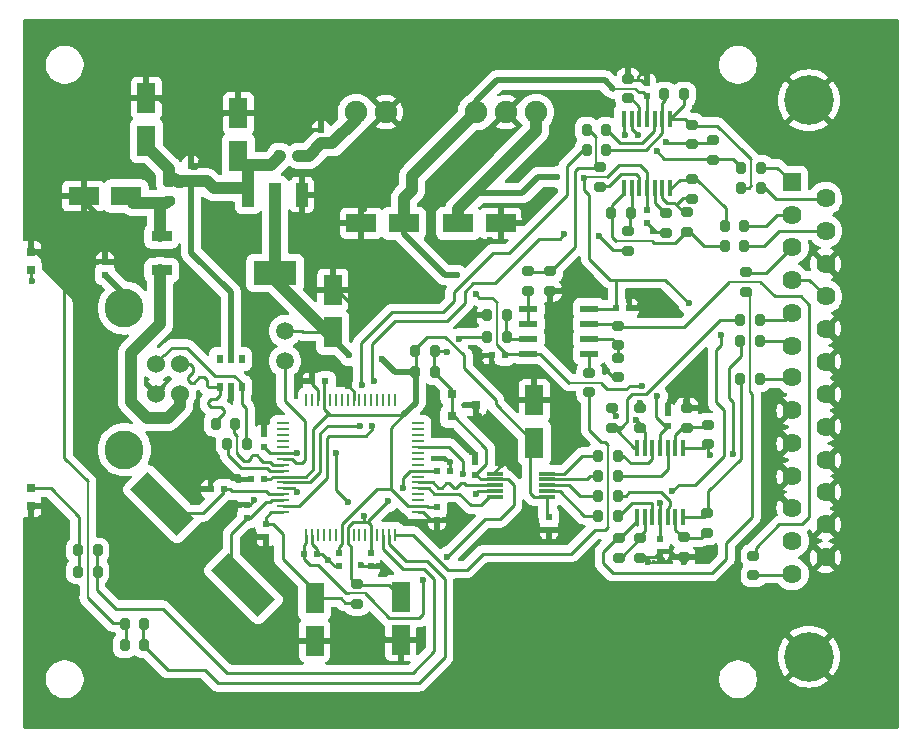
<source format=gbr>
%TF.GenerationSoftware,KiCad,Pcbnew,8.0.2*%
%TF.CreationDate,2025-12-13T20:04:36+01:00*%
%TF.ProjectId,Helios,48656c69-6f73-42e6-9b69-6361645f7063,rev?*%
%TF.SameCoordinates,Original*%
%TF.FileFunction,Copper,L1,Top*%
%TF.FilePolarity,Positive*%
%FSLAX46Y46*%
G04 Gerber Fmt 4.6, Leading zero omitted, Abs format (unit mm)*
G04 Created by KiCad (PCBNEW 8.0.2) date 2025-12-13 20:04:36*
%MOMM*%
%LPD*%
G01*
G04 APERTURE LIST*
G04 Aperture macros list*
%AMRoundRect*
0 Rectangle with rounded corners*
0 $1 Rounding radius*
0 $2 $3 $4 $5 $6 $7 $8 $9 X,Y pos of 4 corners*
0 Add a 4 corners polygon primitive as box body*
4,1,4,$2,$3,$4,$5,$6,$7,$8,$9,$2,$3,0*
0 Add four circle primitives for the rounded corners*
1,1,$1+$1,$2,$3*
1,1,$1+$1,$4,$5*
1,1,$1+$1,$6,$7*
1,1,$1+$1,$8,$9*
0 Add four rect primitives between the rounded corners*
20,1,$1+$1,$2,$3,$4,$5,0*
20,1,$1+$1,$4,$5,$6,$7,0*
20,1,$1+$1,$6,$7,$8,$9,0*
20,1,$1+$1,$8,$9,$2,$3,0*%
%AMRotRect*
0 Rectangle, with rotation*
0 The origin of the aperture is its center*
0 $1 length*
0 $2 width*
0 $3 Rotation angle, in degrees counterclockwise*
0 Add horizontal line*
21,1,$1,$2,0,0,$3*%
G04 Aperture macros list end*
%TA.AperFunction,SMDPad,CuDef*%
%ADD10R,0.500000X0.600000*%
%TD*%
%TA.AperFunction,SMDPad,CuDef*%
%ADD11R,0.600000X0.500000*%
%TD*%
%TA.AperFunction,SMDPad,CuDef*%
%ADD12R,0.797560X0.797560*%
%TD*%
%TA.AperFunction,SMDPad,CuDef*%
%ADD13R,1.700000X0.900000*%
%TD*%
%TA.AperFunction,SMDPad,CuDef*%
%ADD14RoundRect,0.200000X0.275000X-0.200000X0.275000X0.200000X-0.275000X0.200000X-0.275000X-0.200000X0*%
%TD*%
%TA.AperFunction,SMDPad,CuDef*%
%ADD15RoundRect,0.200000X-0.200000X-0.275000X0.200000X-0.275000X0.200000X0.275000X-0.200000X0.275000X0*%
%TD*%
%TA.AperFunction,SMDPad,CuDef*%
%ADD16RoundRect,0.200000X-0.275000X0.200000X-0.275000X-0.200000X0.275000X-0.200000X0.275000X0.200000X0*%
%TD*%
%TA.AperFunction,ComponentPad*%
%ADD17C,1.524000*%
%TD*%
%TA.AperFunction,ComponentPad*%
%ADD18C,3.300000*%
%TD*%
%TA.AperFunction,ComponentPad*%
%ADD19R,1.524000X1.524000*%
%TD*%
%TA.AperFunction,ComponentPad*%
%ADD20C,1.620000*%
%TD*%
%TA.AperFunction,ComponentPad*%
%ADD21C,4.200000*%
%TD*%
%TA.AperFunction,ComponentPad*%
%ADD22C,1.506220*%
%TD*%
%TA.AperFunction,SMDPad,CuDef*%
%ADD23RoundRect,0.200000X0.200000X0.275000X-0.200000X0.275000X-0.200000X-0.275000X0.200000X-0.275000X0*%
%TD*%
%TA.AperFunction,SMDPad,CuDef*%
%ADD24R,0.550000X0.800000*%
%TD*%
%TA.AperFunction,SMDPad,CuDef*%
%ADD25R,1.016000X2.032000*%
%TD*%
%TA.AperFunction,SMDPad,CuDef*%
%ADD26R,3.657600X2.032000*%
%TD*%
%TA.AperFunction,SMDPad,CuDef*%
%ADD27R,0.800100X0.800100*%
%TD*%
%TA.AperFunction,SMDPad,CuDef*%
%ADD28R,1.400000X0.300000*%
%TD*%
%TA.AperFunction,SMDPad,CuDef*%
%ADD29R,0.450000X1.450000*%
%TD*%
%TA.AperFunction,SMDPad,CuDef*%
%ADD30R,1.550000X0.600000*%
%TD*%
%TA.AperFunction,SMDPad,CuDef*%
%ADD31R,0.250000X1.000000*%
%TD*%
%TA.AperFunction,SMDPad,CuDef*%
%ADD32R,1.000000X0.250000*%
%TD*%
%TA.AperFunction,SMDPad,CuDef*%
%ADD33RotRect,5.600700X2.100580X135.000000*%
%TD*%
%TA.AperFunction,SMDPad,CuDef*%
%ADD34R,2.600960X1.600200*%
%TD*%
%TA.AperFunction,SMDPad,CuDef*%
%ADD35R,1.600200X2.600960*%
%TD*%
%TA.AperFunction,ComponentPad*%
%ADD36C,1.900000*%
%TD*%
%TA.AperFunction,ViaPad*%
%ADD37C,0.600000*%
%TD*%
%TA.AperFunction,Conductor*%
%ADD38C,0.250000*%
%TD*%
%TA.AperFunction,Conductor*%
%ADD39C,0.200000*%
%TD*%
%TA.AperFunction,Conductor*%
%ADD40C,0.500000*%
%TD*%
%TA.AperFunction,Conductor*%
%ADD41C,1.000000*%
%TD*%
G04 APERTURE END LIST*
D10*
%TO.P,C2,1*%
%TO.N,Net-(P1-shield)*%
X107400000Y-122150000D03*
%TO.P,C2,2*%
%TO.N,GND*%
X107400000Y-121050000D03*
%TD*%
%TO.P,C3,1*%
%TO.N,/VCC*%
X114700000Y-114050000D03*
%TO.P,C3,2*%
%TO.N,GND*%
X114700000Y-112950000D03*
%TD*%
%TO.P,C7,1*%
%TO.N,Net-(U4-Vin)*%
X125700000Y-111050000D03*
%TO.P,C7,2*%
%TO.N,GND*%
X125700000Y-109950000D03*
%TD*%
%TO.P,C10,1*%
%TO.N,/3.3V*%
X145000000Y-142650000D03*
%TO.P,C10,2*%
%TO.N,GND*%
X145000000Y-143750000D03*
%TD*%
%TO.P,C12,1*%
%TO.N,GND*%
X138700000Y-138050000D03*
%TO.P,C12,2*%
%TO.N,/2.5V*%
X138700000Y-139150000D03*
%TD*%
%TO.P,C13,1*%
%TO.N,GND*%
X154400000Y-145600000D03*
%TO.P,C13,2*%
%TO.N,/+9V*%
X154400000Y-144500000D03*
%TD*%
%TO.P,C14,1*%
%TO.N,GND*%
X155050000Y-133900000D03*
%TO.P,C14,2*%
%TO.N,/-9V*%
X155050000Y-135000000D03*
%TD*%
%TO.P,C15,1*%
%TO.N,GND*%
X153300000Y-117750000D03*
%TO.P,C15,2*%
%TO.N,/+9V*%
X153300000Y-116650000D03*
%TD*%
D11*
%TO.P,C16,1*%
%TO.N,GND*%
X140150000Y-129000000D03*
%TO.P,C16,2*%
%TO.N,/-9V*%
X141250000Y-129000000D03*
%TD*%
%TO.P,C17,1*%
%TO.N,GND*%
X151800000Y-125000000D03*
%TO.P,C17,2*%
%TO.N,/+9V*%
X150700000Y-125000000D03*
%TD*%
D10*
%TO.P,C18,1*%
%TO.N,GND*%
X153300000Y-105950000D03*
%TO.P,C18,2*%
%TO.N,/-9V*%
X153300000Y-107050000D03*
%TD*%
D11*
%TO.P,C19,1*%
%TO.N,/Microcontroller/VDDOUT*%
X135550000Y-138800000D03*
%TO.P,C19,2*%
%TO.N,GND*%
X136650000Y-138800000D03*
%TD*%
D10*
%TO.P,C20,1*%
%TO.N,/Microcontroller/VDDOUT*%
X120900000Y-136750000D03*
%TO.P,C20,2*%
%TO.N,GND*%
X120900000Y-135650000D03*
%TD*%
D11*
%TO.P,C21,1*%
%TO.N,/3.3V*%
X126050000Y-131200000D03*
%TO.P,C21,2*%
%TO.N,GND*%
X124950000Y-131200000D03*
%TD*%
D10*
%TO.P,C22,1*%
%TO.N,/Microcontroller/VDDOUT*%
X129900000Y-145750000D03*
%TO.P,C22,2*%
%TO.N,GND*%
X129900000Y-146850000D03*
%TD*%
D11*
%TO.P,C25,1*%
%TO.N,/3.3V*%
X120850000Y-139500000D03*
%TO.P,C25,2*%
%TO.N,GND*%
X119750000Y-139500000D03*
%TD*%
D10*
%TO.P,C26,1*%
%TO.N,/3.3V*%
X127200000Y-145750000D03*
%TO.P,C26,2*%
%TO.N,GND*%
X127200000Y-146850000D03*
%TD*%
%TO.P,C27,1*%
%TO.N,/3.3V*%
X135500000Y-141850000D03*
%TO.P,C27,2*%
%TO.N,GND*%
X135500000Y-142950000D03*
%TD*%
%TO.P,C28,1*%
%TO.N,/Microcontroller/VDDPLL*%
X121000000Y-143250000D03*
%TO.P,C28,2*%
%TO.N,GND*%
X121000000Y-144350000D03*
%TD*%
%TO.P,C29,1*%
%TO.N,/Microcontroller/XIN*%
X119400000Y-142750000D03*
%TO.P,C29,2*%
%TO.N,GND*%
X119400000Y-141650000D03*
%TD*%
D11*
%TO.P,C31,1*%
%TO.N,/Microcontroller/XOUT*%
X117450000Y-140300000D03*
%TO.P,C31,2*%
%TO.N,GND*%
X116350000Y-140300000D03*
%TD*%
%TO.P,C32,1*%
%TO.N,/2.5V*%
X124250000Y-145800000D03*
%TO.P,C32,2*%
%TO.N,GND*%
X125350000Y-145800000D03*
%TD*%
D12*
%TO.P,D1,2*%
%TO.N,N/C*%
X101100000Y-120250700D03*
%TO.P,D1,1,K*%
%TO.N,GND*%
X101100000Y-121749300D03*
%TD*%
%TO.P,D2,1,K*%
%TO.N,GND*%
X101100000Y-141749300D03*
%TO.P,D2,2*%
%TO.N,N/C*%
X101100000Y-140250700D03*
%TD*%
D13*
%TO.P,F1,1*%
%TO.N,Net-(P1-VCC)*%
X112200000Y-121800000D03*
%TO.P,F1,2*%
%TO.N,Net-(C1-Pad1)*%
X112200000Y-118900000D03*
%TD*%
D14*
%TO.P,L1,1,1*%
%TO.N,Net-(C1-Pad1)*%
X112800000Y-115925000D03*
%TO.P,L1,2,2*%
%TO.N,/VCC*%
X112800000Y-114275000D03*
%TD*%
D15*
%TO.P,L2,1,1*%
%TO.N,/VCC*%
X122175000Y-112100000D03*
%TO.P,L2,2,2*%
%TO.N,Net-(U4-Vin)*%
X123825000Y-112100000D03*
%TD*%
D16*
%TO.P,L3,1,1*%
%TO.N,/Microcontroller/VDDOUT*%
X128750000Y-148375000D03*
%TO.P,L3,2,2*%
%TO.N,/Microcontroller/VDDPLL*%
X128750000Y-150025000D03*
%TD*%
D17*
%TO.P,P1,1,VCC*%
%TO.N,Net-(P1-VCC)*%
X113750000Y-132250000D03*
%TO.P,P1,2,D-*%
%TO.N,/D-*%
X113750000Y-129710000D03*
%TO.P,P1,3,D+*%
%TO.N,/D+*%
X111751020Y-129710000D03*
%TO.P,P1,4,GND*%
%TO.N,GND*%
X111751020Y-132250000D03*
D18*
%TO.P,P1,5,shield*%
%TO.N,Net-(P1-shield)*%
X109051000Y-136979480D03*
X109051000Y-124980520D03*
%TD*%
D19*
%TO.P,P2,1,P1*%
%TO.N,Net-(P2-P1)*%
X165580000Y-114340000D03*
D20*
%TO.P,P2,2,P2*%
%TO.N,Net-(P2-P2)*%
X165580000Y-117134000D03*
%TO.P,P2,3,P3*%
%TO.N,Net-(P2-P3)*%
X165580000Y-119801000D03*
%TO.P,P2,4,P4*%
%TO.N,/Interlock*%
X165580000Y-122595000D03*
%TO.P,P2,5,P5*%
%TO.N,Net-(P2-P5)*%
X165580000Y-125389000D03*
%TO.P,P2,6,P6*%
%TO.N,Net-(P2-P6)*%
X165580000Y-128183000D03*
%TO.P,P2,7,P7*%
%TO.N,Net-(P2-P7)*%
X165580000Y-130850000D03*
%TO.P,P2,8,P8*%
%TO.N,GND*%
X165580000Y-133644000D03*
%TO.P,P2,9,P9*%
X165580000Y-136438000D03*
%TO.P,P2,10,P10*%
X165580000Y-139232000D03*
%TO.P,P2,11,P11*%
X165580000Y-141899000D03*
%TO.P,P2,12,P12*%
%TO.N,/ProjReturn*%
X165580000Y-144693000D03*
%TO.P,P2,13,P13*%
%TO.N,Net-(P2-P13)*%
X165580000Y-147487000D03*
%TO.P,P2,14,P14*%
%TO.N,Net-(P2-P14)*%
X168420000Y-115700000D03*
%TO.P,P2,15,P15*%
%TO.N,Net-(P2-P15)*%
X168420000Y-118454800D03*
%TO.P,P2,16,P16*%
%TO.N,GND*%
X168420000Y-121248800D03*
%TO.P,P2,17,P17*%
%TO.N,/Interlock*%
X168420000Y-123992000D03*
%TO.P,P2,18,P18*%
%TO.N,GND*%
X168420000Y-126735200D03*
%TO.P,P2,19,P19*%
X168420000Y-129529200D03*
%TO.P,P2,20,P20*%
X168420000Y-132272400D03*
%TO.P,P2,21,P21*%
X168420000Y-135015600D03*
%TO.P,P2,22,P22*%
X168420000Y-137860400D03*
%TO.P,P2,23,P23*%
X168420000Y-140552800D03*
%TO.P,P2,24,P24*%
X168420000Y-143296000D03*
%TO.P,P2,25,P25*%
X168420000Y-146090000D03*
D21*
%TO.P,P2,26,Shield*%
X167000000Y-154500000D03*
X167000000Y-107400000D03*
%TD*%
D22*
%TO.P,ERASE1,1,P1*%
%TO.N,/Microcontroller/ERASE*%
X122650000Y-129470000D03*
%TO.P,ERASE1,2,P2*%
%TO.N,/3.3V*%
X122650000Y-126930000D03*
%TD*%
D15*
%TO.P,R1,1*%
%TO.N,/Microcontroller/D+*%
X117775000Y-136500000D03*
%TO.P,R1,2*%
%TO.N,/D+*%
X119425000Y-136500000D03*
%TD*%
D23*
%TO.P,R2,1*%
%TO.N,/Microcontroller/D-*%
X118425000Y-134800000D03*
%TO.P,R2,2*%
%TO.N,/D-*%
X116775000Y-134800000D03*
%TD*%
%TO.P,R3,1*%
%TO.N,Net-(P2-P1)*%
X162925000Y-113100000D03*
%TO.P,R3,2*%
%TO.N,/+X*%
X161275000Y-113100000D03*
%TD*%
%TO.P,R4,1*%
%TO.N,Net-(P2-P14)*%
X162925000Y-114800000D03*
%TO.P,R4,2*%
%TO.N,/-X*%
X161275000Y-114800000D03*
%TD*%
%TO.P,R5,1*%
%TO.N,Net-(P2-P2)*%
X161525000Y-118000000D03*
%TO.P,R5,2*%
%TO.N,/+Y*%
X159875000Y-118000000D03*
%TD*%
%TO.P,R6,1*%
%TO.N,Net-(P2-P15)*%
X161525000Y-119700000D03*
%TO.P,R6,2*%
%TO.N,/-Y*%
X159875000Y-119700000D03*
%TD*%
D16*
%TO.P,R7,1*%
%TO.N,Net-(P2-P3)*%
X161700000Y-121975000D03*
%TO.P,R7,2*%
%TO.N,/+Int*%
X161700000Y-123625000D03*
%TD*%
D23*
%TO.P,R8,1*%
%TO.N,Net-(P2-P5)*%
X162825000Y-126000000D03*
%TO.P,R8,2*%
%TO.N,/+R*%
X161175000Y-126000000D03*
%TD*%
%TO.P,R9,1*%
%TO.N,Net-(P2-P6)*%
X162825000Y-127800000D03*
%TO.P,R9,2*%
%TO.N,/+G*%
X161175000Y-127800000D03*
%TD*%
%TO.P,R10,1*%
%TO.N,Net-(P2-P7)*%
X162825000Y-131000000D03*
%TO.P,R10,2*%
%TO.N,/+B*%
X161175000Y-131000000D03*
%TD*%
D14*
%TO.P,R11,1*%
%TO.N,Net-(P2-P13)*%
X162300000Y-147625000D03*
%TO.P,R11,2*%
%TO.N,/Shutter_Out*%
X162300000Y-145975000D03*
%TD*%
D15*
%TO.P,R12,1*%
%TO.N,/3.3V*%
X133675000Y-130400000D03*
%TO.P,R12,2*%
%TO.N,/2.5V*%
X135325000Y-130400000D03*
%TD*%
%TO.P,R13,1*%
%TO.N,/3.3V*%
X133675000Y-128600000D03*
%TO.P,R13,2*%
%TO.N,/2.5V*%
X135325000Y-128600000D03*
%TD*%
%TO.P,R14,1*%
%TO.N,/2.5V*%
X139775000Y-127400000D03*
%TO.P,R14,2*%
%TO.N,N/C*%
X141425000Y-127400000D03*
%TD*%
D23*
%TO.P,R15,1*%
%TO.N,N/C*%
X141425000Y-125600000D03*
%TO.P,R15,2*%
%TO.N,GND*%
X139775000Y-125600000D03*
%TD*%
%TO.P,R16,1*%
%TO.N,N/C*%
X150825000Y-137500000D03*
%TO.P,R16,2*%
%TO.N,/R*%
X149175000Y-137500000D03*
%TD*%
%TO.P,R17,1*%
%TO.N,N/C*%
X150825000Y-140900000D03*
%TO.P,R17,2*%
%TO.N,/B*%
X149175000Y-140900000D03*
%TD*%
D14*
%TO.P,R18,1*%
%TO.N,N/C*%
X152700000Y-135125000D03*
%TO.P,R18,2*%
%TO.N,GND*%
X152700000Y-133475000D03*
%TD*%
D16*
%TO.P,R19,1*%
%TO.N,N/C*%
X156400000Y-144375000D03*
%TO.P,R19,2*%
%TO.N,GND*%
X156400000Y-146025000D03*
%TD*%
D14*
%TO.P,R20,1*%
%TO.N,/+R*%
X150300000Y-135125000D03*
%TO.P,R20,2*%
%TO.N,N/C*%
X150300000Y-133475000D03*
%TD*%
D16*
%TO.P,R21,1*%
%TO.N,/+B*%
X158400000Y-142375000D03*
%TO.P,R21,2*%
%TO.N,N/C*%
X158400000Y-144025000D03*
%TD*%
D14*
%TO.P,R22,1*%
%TO.N,N/C*%
X143200000Y-123525000D03*
%TO.P,R22,2*%
%TO.N,/Amplifiers/Offset*%
X143200000Y-121875000D03*
%TD*%
D16*
%TO.P,R23,1*%
%TO.N,/Amplifiers/Offset*%
X145100000Y-121875000D03*
%TO.P,R23,2*%
%TO.N,GND*%
X145100000Y-123525000D03*
%TD*%
D23*
%TO.P,R24,1*%
%TO.N,N/C*%
X150825000Y-139200000D03*
%TO.P,R24,2*%
%TO.N,/G*%
X149175000Y-139200000D03*
%TD*%
%TO.P,R25,1*%
%TO.N,N/C*%
X150825000Y-142600000D03*
%TO.P,R25,2*%
%TO.N,/Int*%
X149175000Y-142600000D03*
%TD*%
D16*
%TO.P,R26,1*%
%TO.N,N/C*%
X152700000Y-144475000D03*
%TO.P,R26,2*%
%TO.N,GND*%
X152700000Y-146125000D03*
%TD*%
D14*
%TO.P,R27,1*%
%TO.N,N/C*%
X156650000Y-135125000D03*
%TO.P,R27,2*%
%TO.N,GND*%
X156650000Y-133475000D03*
%TD*%
D16*
%TO.P,R28,1*%
%TO.N,/+Int*%
X150900000Y-144475000D03*
%TO.P,R28,2*%
%TO.N,N/C*%
X150900000Y-146125000D03*
%TD*%
D14*
%TO.P,R29,1*%
%TO.N,/+G*%
X158450000Y-136525000D03*
%TO.P,R29,2*%
%TO.N,N/C*%
X158450000Y-134875000D03*
%TD*%
D16*
%TO.P,R30,1*%
%TO.N,N/C*%
X148400000Y-130475000D03*
%TO.P,R30,2*%
%TO.N,/Shutter*%
X148400000Y-132125000D03*
%TD*%
D14*
%TO.P,R31,1*%
%TO.N,GND*%
X150800000Y-130825000D03*
%TO.P,R31,2*%
%TO.N,N/C*%
X150800000Y-129175000D03*
%TD*%
D16*
%TO.P,R32,1*%
%TO.N,/Shutter_Out*%
X150800000Y-126475000D03*
%TO.P,R32,2*%
%TO.N,N/C*%
X150800000Y-128125000D03*
%TD*%
D14*
%TO.P,R33,1*%
%TO.N,N/C*%
X149300000Y-114725000D03*
%TO.P,R33,2*%
%TO.N,/Amplifiers/Offset*%
X149300000Y-113075000D03*
%TD*%
D23*
%TO.P,R34,1*%
%TO.N,N/C*%
X149825000Y-109900000D03*
%TO.P,R34,2*%
%TO.N,/Amplifiers/Offset*%
X148175000Y-109900000D03*
%TD*%
%TO.P,R35,1*%
%TO.N,N/C*%
X149825000Y-111600000D03*
%TO.P,R35,2*%
%TO.N,/X*%
X148175000Y-111600000D03*
%TD*%
D16*
%TO.P,R36,1*%
%TO.N,N/C*%
X151700000Y-118475000D03*
%TO.P,R36,2*%
%TO.N,/Y*%
X151700000Y-120125000D03*
%TD*%
D23*
%TO.P,R37,1*%
%TO.N,/-X*%
X156425000Y-106900000D03*
%TO.P,R37,2*%
%TO.N,N/C*%
X154775000Y-106900000D03*
%TD*%
D15*
%TO.P,R38,1*%
%TO.N,/-Y*%
X150275000Y-116900000D03*
%TO.P,R38,2*%
%TO.N,N/C*%
X151925000Y-116900000D03*
%TD*%
D14*
%TO.P,R39,1*%
%TO.N,N/C*%
X157100000Y-111125000D03*
%TO.P,R39,2*%
%TO.N,/-X*%
X157100000Y-109475000D03*
%TD*%
D16*
%TO.P,R40,1*%
%TO.N,N/C*%
X156700000Y-116875000D03*
%TO.P,R40,2*%
%TO.N,/-Y*%
X156700000Y-118525000D03*
%TD*%
D14*
%TO.P,R41,1*%
%TO.N,N/C*%
X151700000Y-107225000D03*
%TO.P,R41,2*%
%TO.N,GND*%
X151700000Y-105575000D03*
%TD*%
D16*
%TO.P,R42,1*%
%TO.N,N/C*%
X154900000Y-116975000D03*
%TO.P,R42,2*%
%TO.N,GND*%
X154900000Y-118625000D03*
%TD*%
D14*
%TO.P,R43,1*%
%TO.N,/+X*%
X158900000Y-112425000D03*
%TO.P,R43,2*%
%TO.N,N/C*%
X158900000Y-110775000D03*
%TD*%
D16*
%TO.P,R44,1*%
%TO.N,/+Y*%
X157100000Y-114075000D03*
%TO.P,R44,2*%
%TO.N,N/C*%
X157100000Y-115725000D03*
%TD*%
D23*
%TO.P,R45,1*%
%TO.N,/Microcontroller/PA23*%
X110725000Y-153550000D03*
%TO.P,R45,2*%
%TO.N,N/C*%
X109075000Y-153550000D03*
%TD*%
%TO.P,R46,1*%
%TO.N,/Microcontroller/PA23*%
X110725000Y-151700000D03*
%TO.P,R46,2*%
%TO.N,N/C*%
X109075000Y-151700000D03*
%TD*%
%TO.P,R47,1*%
%TO.N,/Microcontroller/PA22*%
X106775000Y-147300000D03*
%TO.P,R47,2*%
%TO.N,N/C*%
X105125000Y-147300000D03*
%TD*%
%TO.P,R48,1*%
%TO.N,/Microcontroller/PA22*%
X106775000Y-145500000D03*
%TO.P,R48,2*%
%TO.N,N/C*%
X105125000Y-145500000D03*
%TD*%
D24*
%TO.P,U1,1,IO1*%
%TO.N,/D-*%
X117100000Y-131700000D03*
%TO.P,U1,2,GND*%
%TO.N,GND*%
X118050000Y-131700000D03*
%TO.P,U1,3,IO2*%
%TO.N,/D+*%
X119000000Y-131700000D03*
%TO.P,U1,4,IO3*%
%TO.N,unconnected-(U1-IO3-Pad4)*%
X119000000Y-129300000D03*
%TO.P,U1,5,Vp*%
%TO.N,/VCC*%
X118050000Y-129300000D03*
%TO.P,U1,6,IO4*%
%TO.N,unconnected-(U1-IO4-Pad6)*%
X117100000Y-129300000D03*
%TD*%
D25*
%TO.P,U2,1,GND*%
%TO.N,GND*%
X124086000Y-115398000D03*
D26*
%TO.P,U2,2,VOUT*%
%TO.N,/3.3V*%
X121800000Y-122002000D03*
D25*
X121800000Y-115398000D03*
%TO.P,U2,3,VIN*%
%TO.N,/VCC*%
X119514000Y-115398000D03*
%TD*%
D27*
%TO.P,U3,1,Cathode*%
%TO.N,/2.5V*%
X136799240Y-132250000D03*
%TO.P,U3,2,Ref*%
X136799240Y-134150000D03*
%TO.P,U3,3,Anode*%
%TO.N,GND*%
X138798220Y-133200000D03*
%TD*%
D28*
%TO.P,U5,1,Va*%
%TO.N,/3.3V*%
X144800000Y-141000000D03*
%TO.P,U5,2,Vouta*%
%TO.N,/Int*%
X144800000Y-140500000D03*
%TO.P,U5,3,Voutb*%
%TO.N,/B*%
X144800000Y-140000000D03*
%TO.P,U5,4,Voutc*%
%TO.N,/G*%
X144800000Y-139500000D03*
%TO.P,U5,5,Voutd*%
%TO.N,/R*%
X144800000Y-139000000D03*
%TO.P,U5,6,GND*%
%TO.N,GND*%
X140400000Y-139000000D03*
%TO.P,U5,7,Vrefin*%
%TO.N,/2.5V*%
X140400000Y-139500000D03*
%TO.P,U5,8,Din*%
%TO.N,/DAC/Din*%
X140400000Y-140000000D03*
%TO.P,U5,9,!SYNC*%
%TO.N,/!SYNC*%
X140400000Y-140500000D03*
%TO.P,U5,10,SCLK*%
%TO.N,/SCLK*%
X140400000Y-141000000D03*
%TD*%
D29*
%TO.P,U6,1,Out*%
%TO.N,/+Int*%
X152450000Y-142700000D03*
%TO.P,U6,2*%
%TO.N,N/C*%
X153100000Y-142700000D03*
%TO.P,U6,3*%
X153750000Y-142700000D03*
%TO.P,U6,4,Vcc*%
%TO.N,/+9V*%
X154400000Y-142700000D03*
%TO.P,U6,5*%
%TO.N,N/C*%
X155050000Y-142700000D03*
%TO.P,U6,6*%
X155700000Y-142700000D03*
%TO.P,U6,7,Out*%
%TO.N,/+B*%
X156350000Y-142700000D03*
%TO.P,U6,8,Out*%
%TO.N,/+G*%
X156350000Y-136800000D03*
%TO.P,U6,9*%
%TO.N,N/C*%
X155700000Y-136800000D03*
%TO.P,U6,10*%
X155050000Y-136800000D03*
%TO.P,U6,11,Vee*%
%TO.N,/-9V*%
X154400000Y-136800000D03*
%TO.P,U6,12*%
%TO.N,N/C*%
X153750000Y-136800000D03*
%TO.P,U6,13*%
X153100000Y-136800000D03*
%TO.P,U6,14,Out*%
%TO.N,/+R*%
X152450000Y-136800000D03*
%TD*%
D30*
%TO.P,U7,1*%
%TO.N,N/C*%
X143250000Y-125045000D03*
%TO.P,U7,2*%
X143250000Y-126315000D03*
%TO.P,U7,3*%
X143250000Y-127585000D03*
%TO.P,U7,4,V-*%
%TO.N,/-9V*%
X143250000Y-128855000D03*
%TO.P,U7,5*%
%TO.N,N/C*%
X148400000Y-128855000D03*
%TO.P,U7,6*%
X148400000Y-127585000D03*
%TO.P,U7,7*%
%TO.N,/Shutter_Out*%
X148400000Y-126315000D03*
%TO.P,U7,8,V+*%
%TO.N,/+9V*%
X148400000Y-125045000D03*
%TD*%
D29*
%TO.P,U8,1,Out*%
%TO.N,/-Y*%
X151350000Y-114850000D03*
%TO.P,U8,2*%
%TO.N,N/C*%
X152000000Y-114850000D03*
%TO.P,U8,3*%
X152650000Y-114850000D03*
%TO.P,U8,4,Vcc*%
%TO.N,/+9V*%
X153300000Y-114850000D03*
%TO.P,U8,5*%
%TO.N,N/C*%
X153950000Y-114850000D03*
%TO.P,U8,6*%
X154600000Y-114850000D03*
%TO.P,U8,7,Out*%
%TO.N,/+Y*%
X155250000Y-114850000D03*
%TO.P,U8,8,Out*%
%TO.N,/-X*%
X155250000Y-108950000D03*
%TO.P,U8,9*%
%TO.N,N/C*%
X154600000Y-108950000D03*
%TO.P,U8,10*%
X153950000Y-108950000D03*
%TO.P,U8,11,Vee*%
%TO.N,/-9V*%
X153300000Y-108950000D03*
%TO.P,U8,12*%
%TO.N,N/C*%
X152650000Y-108950000D03*
%TO.P,U8,13*%
X152000000Y-108950000D03*
%TO.P,U8,14,Out*%
%TO.N,/+X*%
X151350000Y-108950000D03*
%TD*%
D31*
%TO.P,U9,1,ADVREF*%
%TO.N,/2.5V*%
X124450000Y-144200000D03*
%TO.P,U9,2,GND*%
%TO.N,GND*%
X124950000Y-144200000D03*
%TO.P,U9,3*%
%TO.N,N/C*%
X125450000Y-144200000D03*
%TO.P,U9,4*%
X125950000Y-144200000D03*
%TO.P,U9,5*%
X126450000Y-144200000D03*
%TO.P,U9,6*%
X126950000Y-144200000D03*
%TO.P,U9,7,VDDIN*%
%TO.N,/3.3V*%
X127450000Y-144200000D03*
%TO.P,U9,8,VDDOUT*%
%TO.N,/Microcontroller/VDDOUT*%
X127950000Y-144200000D03*
%TO.P,U9,9*%
%TO.N,N/C*%
X128450000Y-144200000D03*
%TO.P,U9,10*%
X128950000Y-144200000D03*
%TO.P,U9,11*%
X129450000Y-144200000D03*
%TO.P,U9,12,VDDCORE*%
%TO.N,/Microcontroller/VDDOUT*%
X129950000Y-144200000D03*
%TO.P,U9,13*%
%TO.N,N/C*%
X130450000Y-144200000D03*
%TO.P,U9,14,PA22/PGMD10/AD9*%
%TO.N,/Microcontroller/PA22*%
X130950000Y-144200000D03*
%TO.P,U9,15,PA23/PGMD11*%
%TO.N,/Microcontroller/PA23*%
X131450000Y-144200000D03*
%TO.P,U9,16,PA20/PGMD8/AD3*%
%TO.N,/Shutter*%
X131950000Y-144200000D03*
D32*
%TO.P,U9,17,GND*%
%TO.N,GND*%
X133900000Y-142250000D03*
%TO.P,U9,18,VDDIO*%
%TO.N,/3.3V*%
X133900000Y-141750000D03*
%TO.P,U9,19*%
%TO.N,N/C*%
X133900000Y-141250000D03*
%TO.P,U9,20*%
X133900000Y-140750000D03*
%TO.P,U9,21,PA14/PGMD2*%
%TO.N,/SCLK*%
X133900000Y-140250000D03*
%TO.P,U9,22,PA13/PGMD1*%
%TO.N,/MOSI*%
X133900000Y-139750000D03*
%TO.P,U9,23*%
%TO.N,N/C*%
X133900000Y-139250000D03*
%TO.P,U9,24,VDDCORE*%
%TO.N,/Microcontroller/VDDOUT*%
X133900000Y-138750000D03*
%TO.P,U9,25*%
%TO.N,N/C*%
X133900000Y-138250000D03*
%TO.P,U9,26*%
X133900000Y-137750000D03*
%TO.P,U9,27*%
X133900000Y-137250000D03*
%TO.P,U9,28,PA11/PGMM3*%
%TO.N,/!SYNC*%
X133900000Y-136750000D03*
%TO.P,U9,29*%
%TO.N,N/C*%
X133900000Y-136250000D03*
%TO.P,U9,30*%
X133900000Y-135750000D03*
%TO.P,U9,31*%
X133900000Y-135250000D03*
%TO.P,U9,32*%
X133900000Y-134750000D03*
D31*
%TO.P,U9,33*%
X131950000Y-132800000D03*
%TO.P,U9,34*%
X131450000Y-132800000D03*
%TO.P,U9,35*%
X130950000Y-132800000D03*
%TO.P,U9,36*%
X130450000Y-132800000D03*
%TO.P,U9,37*%
X129950000Y-132800000D03*
%TO.P,U9,38*%
X129450000Y-132800000D03*
%TO.P,U9,39,NRST*%
%TO.N,/Microcontroller/NRST*%
X128950000Y-132800000D03*
%TO.P,U9,40,TST*%
%TO.N,GND*%
X128450000Y-132800000D03*
%TO.P,U9,41*%
%TO.N,N/C*%
X127950000Y-132800000D03*
%TO.P,U9,42*%
X127450000Y-132800000D03*
%TO.P,U9,43*%
X126950000Y-132800000D03*
%TO.P,U9,44*%
X126450000Y-132800000D03*
%TO.P,U9,45,VDDIO*%
%TO.N,/3.3V*%
X125950000Y-132800000D03*
%TO.P,U9,46,GND*%
%TO.N,GND*%
X125450000Y-132800000D03*
%TO.P,U9,47*%
%TO.N,N/C*%
X124950000Y-132800000D03*
%TO.P,U9,48*%
X124450000Y-132800000D03*
D32*
%TO.P,U9,49*%
X122500000Y-134750000D03*
%TO.P,U9,50*%
X122500000Y-135250000D03*
%TO.P,U9,51*%
X122500000Y-135750000D03*
%TO.P,U9,52*%
X122500000Y-136250000D03*
%TO.P,U9,53*%
X122500000Y-136750000D03*
%TO.P,U9,54,VDDCORE*%
%TO.N,/Microcontroller/VDDOUT*%
X122500000Y-137250000D03*
%TO.P,U9,55,ERASE/PB12*%
%TO.N,/Microcontroller/ERASE*%
X122500000Y-137750000D03*
%TO.P,U9,56,DDM/PB10*%
%TO.N,/Microcontroller/D-*%
X122500000Y-138250000D03*
%TO.P,U9,57,DDP/PB11*%
%TO.N,/Microcontroller/D+*%
X122500000Y-138750000D03*
%TO.P,U9,58,VDDIO*%
%TO.N,/3.3V*%
X122500000Y-139250000D03*
%TO.P,U9,59,PB13/DAC0*%
%TO.N,/X*%
X122500000Y-139750000D03*
%TO.P,U9,60,GND*%
%TO.N,GND*%
X122500000Y-140250000D03*
%TO.P,U9,61,XOUT/PB8*%
%TO.N,/Microcontroller/XOUT*%
X122500000Y-140750000D03*
%TO.P,U9,62,XIN/PGMCK/PB9*%
%TO.N,/Microcontroller/XIN*%
X122500000Y-141250000D03*
%TO.P,U9,63,PB14/DAC1*%
%TO.N,/Y*%
X122500000Y-141750000D03*
%TO.P,U9,64,VDDPLL*%
%TO.N,/Microcontroller/VDDPLL*%
X122500000Y-142250000D03*
%TD*%
D33*
%TO.P,Y1,1,1*%
%TO.N,/Microcontroller/XIN*%
X119128662Y-148428662D03*
%TO.P,Y1,2,2*%
%TO.N,/Microcontroller/XOUT*%
X112271338Y-141571338D03*
%TD*%
D34*
%TO.P,C1,1*%
%TO.N,Net-(C1-Pad1)*%
X109200860Y-115500000D03*
%TO.P,C1,2*%
%TO.N,GND*%
X105599140Y-115500000D03*
%TD*%
D35*
%TO.P,C4,1*%
%TO.N,/VCC*%
X110900000Y-110800860D03*
%TO.P,C4,2*%
%TO.N,GND*%
X110900000Y-107199140D03*
%TD*%
%TO.P,C6,1*%
%TO.N,/VCC*%
X118700000Y-112100860D03*
%TO.P,C6,2*%
%TO.N,GND*%
X118700000Y-108499140D03*
%TD*%
D34*
%TO.P,C8,1*%
%TO.N,/+9V*%
X137299140Y-117800000D03*
%TO.P,C8,2*%
%TO.N,GND*%
X140900860Y-117800000D03*
%TD*%
%TO.P,C9,1*%
%TO.N,GND*%
X129099140Y-117800000D03*
%TO.P,C9,2*%
%TO.N,/-9V*%
X132700860Y-117800000D03*
%TD*%
D35*
%TO.P,C11,1*%
%TO.N,/3.3V*%
X143750000Y-136400860D03*
%TO.P,C11,2*%
%TO.N,GND*%
X143750000Y-132799140D03*
%TD*%
%TO.P,C23,1*%
%TO.N,/3.3V*%
X126700000Y-127050860D03*
%TO.P,C23,2*%
%TO.N,GND*%
X126700000Y-123449140D03*
%TD*%
%TO.P,C24,1*%
%TO.N,/Microcontroller/VDDOUT*%
X132450000Y-149449140D03*
%TO.P,C24,2*%
%TO.N,GND*%
X132450000Y-153050860D03*
%TD*%
%TO.P,C30,1*%
%TO.N,/Microcontroller/VDDPLL*%
X125150000Y-149549140D03*
%TO.P,C30,2*%
%TO.N,GND*%
X125150000Y-153150860D03*
%TD*%
D36*
%TO.P,U4,1,Vin*%
%TO.N,Net-(U4-Vin)*%
X128650000Y-108400000D03*
%TO.P,U4,2,GND*%
%TO.N,GND*%
X131190000Y-108400000D03*
%TO.P,U4,5,Vout-*%
%TO.N,/-9V*%
X138810000Y-108400000D03*
%TO.P,U4,6,Vout0*%
%TO.N,GND*%
X141350000Y-108400000D03*
%TO.P,U4,7,Vout+*%
%TO.N,/+9V*%
X143890000Y-108400000D03*
%TD*%
D37*
%TO.N,*%
X150700000Y-134100000D03*
X152500000Y-110300000D03*
X152400000Y-134500000D03*
X154900000Y-110900000D03*
%TO.N,GND*%
X171900000Y-121100000D03*
X120050000Y-141250000D03*
X117100000Y-108800000D03*
X123700000Y-117100000D03*
X139250000Y-129100000D03*
X161000000Y-150400000D03*
X124900000Y-130300000D03*
X144100000Y-143750000D03*
X171800000Y-142200000D03*
X106600000Y-116950000D03*
X138450000Y-137200000D03*
X136650000Y-138000000D03*
X142900000Y-117100000D03*
X118650000Y-139300000D03*
X129050000Y-146700000D03*
X172300000Y-129100000D03*
X168700000Y-150000000D03*
X128000000Y-131600000D03*
X152850000Y-105050000D03*
X131000000Y-153000000D03*
X171800000Y-114100000D03*
X153800000Y-118500000D03*
X140000000Y-119200000D03*
X139000000Y-125600000D03*
X152700000Y-124850000D03*
X102350000Y-141900000D03*
X155100000Y-133300000D03*
X129300000Y-116600000D03*
X101200000Y-122700000D03*
X136350000Y-142900000D03*
X123700000Y-153050000D03*
X153400000Y-146500000D03*
X123700000Y-140550000D03*
X124850000Y-110000000D03*
X126700000Y-121550000D03*
X148800000Y-151300000D03*
X116550000Y-139500000D03*
X156600000Y-132900000D03*
X115500000Y-112700000D03*
X154600000Y-146300000D03*
X129100000Y-119100000D03*
X128250000Y-124650000D03*
X152700000Y-133000000D03*
X142300000Y-132800000D03*
X172000000Y-135300000D03*
X156400000Y-146500000D03*
X118050000Y-132700000D03*
X120900000Y-135000000D03*
X126300000Y-146300000D03*
X146300000Y-123450000D03*
X112500000Y-107600000D03*
X139050000Y-134150000D03*
X140950000Y-138300000D03*
X149900000Y-130300000D03*
X108100000Y-121100000D03*
%TO.N,/Microcontroller/VDDOUT*%
X131350000Y-141350000D03*
X123650000Y-137250000D03*
X127950000Y-141400000D03*
X126950000Y-137300000D03*
X129300000Y-142600000D03*
X132600000Y-140200000D03*
%TO.N,/+9V*%
X148000000Y-114000000D03*
X159550000Y-127250000D03*
X155450000Y-140500000D03*
X145700000Y-113900000D03*
X154400000Y-141500000D03*
X156850000Y-124600000D03*
%TO.N,/-9V*%
X154150000Y-132450000D03*
X137200000Y-122200000D03*
X138800000Y-123800000D03*
X152850000Y-131550000D03*
%TO.N,/3.3V*%
X130900000Y-129300000D03*
X128100000Y-129000000D03*
%TO.N,/2.5V*%
X136400000Y-128700000D03*
X137400000Y-127600000D03*
X136400000Y-146050000D03*
X134350000Y-148050000D03*
%TO.N,/+X*%
X151400000Y-110300000D03*
X154100000Y-111700000D03*
%TO.N,/+G*%
X160550000Y-137350000D03*
X158650000Y-137400000D03*
%TO.N,/X*%
X129200000Y-131500000D03*
X129000000Y-134950000D03*
%TO.N,/Y*%
X149250000Y-118900000D03*
X146300000Y-118750000D03*
X130050000Y-134950000D03*
X130200000Y-131200000D03*
%TO.N,/!SYNC*%
X138800000Y-140700000D03*
X137700000Y-139000000D03*
%TD*%
D38*
%TO.N,*%
X103950000Y-122650000D02*
X101550700Y-120250700D01*
X101550700Y-120250700D02*
X101100000Y-120250700D01*
X105950000Y-139650000D02*
X103950000Y-137650000D01*
X103950000Y-137650000D02*
X103950000Y-122650000D01*
%TO.N,GND*%
X101100000Y-121749300D02*
X101100000Y-122600000D01*
X101100000Y-122600000D02*
X101200000Y-122700000D01*
%TO.N,*%
X151300000Y-137500000D02*
X151900000Y-138100000D01*
X151900000Y-138100000D02*
X153400000Y-138100000D01*
X153400000Y-138100000D02*
X153750000Y-137750000D01*
X153750000Y-137750000D02*
X153750000Y-136800000D01*
X154500000Y-139200000D02*
X155050000Y-138650000D01*
X155050000Y-138650000D02*
X155050000Y-136800000D01*
X150900000Y-142600000D02*
X152000000Y-141500000D01*
X152000000Y-141500000D02*
X153700000Y-141500000D01*
X153700000Y-141500000D02*
X153750000Y-141550000D01*
X153750000Y-141550000D02*
X153750000Y-142700000D01*
X151500000Y-140900000D02*
X151800000Y-140600000D01*
X151800000Y-140600000D02*
X154400000Y-140600000D01*
X154900000Y-117000000D02*
X153950000Y-116050000D01*
X153950000Y-116050000D02*
X153950000Y-114850000D01*
X156450000Y-116950000D02*
X155800000Y-116300000D01*
X155600000Y-116100000D02*
X155000000Y-116100000D01*
X155000000Y-116100000D02*
X154600000Y-115700000D01*
X154600000Y-115700000D02*
X154600000Y-114850000D01*
X155800000Y-116300000D02*
X155600000Y-116100000D01*
X155800000Y-116200000D02*
X156350000Y-115650000D01*
X156350000Y-115650000D02*
X157100000Y-115650000D01*
X143200000Y-126265000D02*
X143250000Y-126315000D01*
X141535000Y-127585000D02*
X141350000Y-127400000D01*
X151850000Y-107150000D02*
X152650000Y-107950000D01*
X152650000Y-107950000D02*
X152650000Y-108950000D01*
X154850000Y-107350000D02*
X154600000Y-107600000D01*
X154600000Y-107600000D02*
X154600000Y-108950000D01*
X153200000Y-111600000D02*
X154600000Y-110200000D01*
X154600000Y-110200000D02*
X154600000Y-108950000D01*
X149900000Y-109900000D02*
X151000000Y-111000000D01*
X151000000Y-111000000D02*
X152900000Y-111000000D01*
X152900000Y-111000000D02*
X153900000Y-110000000D01*
X153900000Y-110000000D02*
X153900000Y-109000000D01*
X153900000Y-109000000D02*
X153950000Y-108950000D01*
X158700000Y-111050000D02*
X158900000Y-110850000D01*
X152000000Y-116750000D02*
X151850000Y-116900000D01*
X151850000Y-118400000D02*
X151700000Y-118550000D01*
X155050000Y-111050000D02*
X154900000Y-110900000D01*
X152500000Y-110300000D02*
X152100000Y-109900000D01*
X152100000Y-109900000D02*
X152000000Y-109900000D01*
X152000000Y-109900000D02*
X152000000Y-108950000D01*
X150050000Y-114650000D02*
X151100000Y-113600000D01*
X151100000Y-113600000D02*
X152400000Y-113600000D01*
X152400000Y-113600000D02*
X152650000Y-113850000D01*
X152650000Y-113850000D02*
X152650000Y-114850000D01*
X150335000Y-127585000D02*
X150800000Y-128050000D01*
X155050000Y-141900000D02*
X155200000Y-141750000D01*
X155200000Y-141750000D02*
X155200000Y-141300000D01*
X155200000Y-141300000D02*
X154500000Y-140600000D01*
X154500000Y-140600000D02*
X154400000Y-140600000D01*
X105200000Y-142650000D02*
X102800700Y-140250700D01*
X102800700Y-140250700D02*
X101100000Y-140250700D01*
X109150000Y-151700000D02*
X109100000Y-151650000D01*
X109100000Y-151650000D02*
X108400000Y-151650000D01*
X108100000Y-151650000D02*
X105950000Y-149500000D01*
D39*
X105950000Y-149500000D02*
X105950000Y-139650000D01*
D38*
X156400000Y-135050000D02*
X156650000Y-135050000D01*
X143250000Y-123500000D02*
X143200000Y-123450000D01*
X153100000Y-135450000D02*
X152700000Y-135050000D01*
X152700000Y-134800000D02*
X152400000Y-134500000D01*
X150700000Y-134100000D02*
X150300000Y-133700000D01*
X150300000Y-133700000D02*
X150300000Y-133550000D01*
X155700000Y-135700000D02*
X156350000Y-135050000D01*
X156350000Y-135050000D02*
X156650000Y-135050000D01*
X158350000Y-135050000D02*
X158450000Y-134950000D01*
X155700000Y-143750000D02*
X156400000Y-144450000D01*
X157900000Y-144450000D02*
X158400000Y-143950000D01*
X152700000Y-144300000D02*
X153100000Y-143900000D01*
X153100000Y-143900000D02*
X153100000Y-142700000D01*
X151150000Y-146050000D02*
X152650000Y-144550000D01*
X152650000Y-144550000D02*
X152700000Y-144550000D01*
X156650000Y-135050000D02*
X158350000Y-135050000D01*
X153100000Y-136800000D02*
X153100000Y-135450000D01*
X156400000Y-144450000D02*
X157900000Y-144450000D01*
X154900000Y-117150000D02*
X154900000Y-117000000D01*
X151700000Y-107150000D02*
X151850000Y-107150000D01*
X148400000Y-130550000D02*
X148400000Y-128855000D01*
X155800000Y-116300000D02*
X155800000Y-116200000D01*
X141350000Y-127400000D02*
X141350000Y-125600000D01*
X152700000Y-144550000D02*
X152700000Y-144300000D01*
X150750000Y-137500000D02*
X151300000Y-137500000D01*
X155700000Y-142700000D02*
X155700000Y-143750000D01*
X151500000Y-140900000D02*
X150750000Y-140900000D01*
X105200000Y-147300000D02*
X105200000Y-145500000D01*
X152700000Y-135050000D02*
X152700000Y-134800000D01*
X150800000Y-129250000D02*
X150800000Y-128050000D01*
X151850000Y-116900000D02*
X151850000Y-118400000D01*
X150750000Y-142600000D02*
X150900000Y-142600000D01*
X143200000Y-123450000D02*
X143200000Y-126265000D01*
X108400000Y-151650000D02*
X108100000Y-151650000D01*
X109150000Y-153550000D02*
X109150000Y-151700000D01*
X143250000Y-125045000D02*
X143250000Y-123500000D01*
X156700000Y-116950000D02*
X156450000Y-116950000D01*
X155700000Y-136800000D02*
X155700000Y-135700000D01*
X149300000Y-114650000D02*
X150050000Y-114650000D01*
X157100000Y-111050000D02*
X158700000Y-111050000D01*
X150750000Y-139200000D02*
X154500000Y-139200000D01*
X149750000Y-109900000D02*
X149900000Y-109900000D01*
X157100000Y-111050000D02*
X155050000Y-111050000D01*
X143250000Y-127585000D02*
X141535000Y-127585000D01*
X148400000Y-127585000D02*
X150335000Y-127585000D01*
X105200000Y-145500000D02*
X105200000Y-142650000D01*
X154850000Y-106900000D02*
X154850000Y-107350000D01*
X152000000Y-114850000D02*
X152000000Y-116750000D01*
X149750000Y-111600000D02*
X153200000Y-111600000D01*
X150900000Y-146050000D02*
X151150000Y-146050000D01*
X155050000Y-142700000D02*
X155050000Y-141900000D01*
D40*
%TO.N,Net-(C1-Pad1)*%
X109800860Y-116100000D02*
X109200860Y-115500000D01*
D41*
X112050000Y-116100000D02*
X109800860Y-116100000D01*
D40*
X112550000Y-116100000D02*
X112800000Y-115850000D01*
D41*
X112100000Y-118850000D02*
X112100000Y-116100000D01*
X112050000Y-116100000D02*
X112550000Y-116100000D01*
D40*
X112100000Y-116100000D02*
X112050000Y-116100000D01*
%TO.N,GND*%
X108050000Y-121050000D02*
X108100000Y-121100000D01*
D38*
X124900000Y-109950000D02*
X124850000Y-110000000D01*
X139350000Y-129000000D02*
X139250000Y-129100000D01*
X124950000Y-130350000D02*
X124900000Y-130300000D01*
X124086000Y-116714000D02*
X123700000Y-117100000D01*
X102199300Y-141749300D02*
X102350000Y-141900000D01*
X129200000Y-146850000D02*
X129050000Y-146700000D01*
X134300000Y-142250000D02*
X135000000Y-142950000D01*
X135000000Y-142950000D02*
X135500000Y-142950000D01*
X136300000Y-142950000D02*
X136350000Y-142900000D01*
X138700000Y-137450000D02*
X138450000Y-137200000D01*
X138798220Y-133898220D02*
X139050000Y-134150000D01*
X118850000Y-139500000D02*
X118650000Y-139300000D01*
X116350000Y-139700000D02*
X116550000Y-139500000D01*
X119650000Y-141650000D02*
X120050000Y-141250000D01*
X153050000Y-105950000D02*
X152750000Y-105650000D01*
X152750000Y-105650000D02*
X152550000Y-105650000D01*
X152550000Y-105650000D02*
X151700000Y-105650000D01*
X152550000Y-105350000D02*
X152850000Y-105050000D01*
X154050000Y-118550000D02*
X153775000Y-118275000D01*
X153300000Y-117800000D02*
X153800000Y-118300000D01*
X153800000Y-118300000D02*
X153800000Y-118250000D01*
X153800000Y-118250000D02*
X153300000Y-117750000D01*
X153775000Y-118275000D02*
X153300000Y-117800000D01*
X153775000Y-118475000D02*
X153800000Y-118500000D01*
X152550000Y-125000000D02*
X152700000Y-124850000D01*
X150350000Y-130750000D02*
X149900000Y-130300000D01*
X125450000Y-131950000D02*
X124950000Y-131450000D01*
X124950000Y-131450000D02*
X124950000Y-131200000D01*
X123400000Y-140250000D02*
X123700000Y-140550000D01*
X124950000Y-145000000D02*
X125350000Y-145400000D01*
X125350000Y-145400000D02*
X125350000Y-145800000D01*
X140400000Y-138850000D02*
X140950000Y-138300000D01*
X142300860Y-132799140D02*
X142300000Y-132800000D01*
X123800860Y-153150860D02*
X123700000Y-153050000D01*
X131050860Y-153050860D02*
X131000000Y-153000000D01*
X127049140Y-123449140D02*
X128250000Y-124650000D01*
D40*
X117400860Y-108499140D02*
X117100000Y-108800000D01*
X105599140Y-115949140D02*
X106600000Y-116950000D01*
D38*
X155050000Y-133350000D02*
X155100000Y-133300000D01*
X156650000Y-132950000D02*
X156600000Y-132900000D01*
X155300000Y-145600000D02*
X155650000Y-145950000D01*
X155650000Y-145950000D02*
X156400000Y-145950000D01*
X154400000Y-146100000D02*
X154600000Y-146300000D01*
X153950000Y-146050000D02*
X154400000Y-145600000D01*
X152950000Y-146050000D02*
X153400000Y-146500000D01*
X171800000Y-114100000D02*
X171900000Y-114200000D01*
X171900000Y-114200000D02*
X171900000Y-121100000D01*
X172300000Y-129100000D02*
X172000000Y-129400000D01*
X172000000Y-129400000D02*
X172000000Y-135300000D01*
X171800000Y-142200000D02*
X171600000Y-142400000D01*
X171600000Y-142400000D02*
X171600000Y-147100000D01*
X171600000Y-147100000D02*
X168700000Y-150000000D01*
X161000000Y-150400000D02*
X160100000Y-151300000D01*
X160100000Y-151300000D02*
X148800000Y-151300000D01*
X156650000Y-133550000D02*
X156650000Y-132950000D01*
X124950000Y-131200000D02*
X124950000Y-130350000D01*
X125800000Y-145800000D02*
X125350000Y-145800000D01*
X128450000Y-132050000D02*
X128450000Y-132800000D01*
X126850000Y-146850000D02*
X127200000Y-146850000D01*
X129900000Y-146850000D02*
X129200000Y-146850000D01*
X132450000Y-153050860D02*
X131050860Y-153050860D01*
X138700000Y-138050000D02*
X138700000Y-137450000D01*
X143750000Y-132799140D02*
X142300860Y-132799140D01*
D40*
X112500000Y-107600000D02*
X112099140Y-107199140D01*
D38*
X155050000Y-133900000D02*
X155050000Y-133700000D01*
X101100000Y-141749300D02*
X102199300Y-141749300D01*
X145100000Y-123450000D02*
X146300000Y-123450000D01*
X125450000Y-132800000D02*
X125450000Y-131950000D01*
X153775000Y-118275000D02*
X153775000Y-118475000D01*
X122500000Y-140250000D02*
X123400000Y-140250000D01*
X115050000Y-113150000D02*
X114700000Y-113150000D01*
X126700000Y-123449140D02*
X126700000Y-121550000D01*
X115500000Y-112700000D02*
X115050000Y-113150000D01*
X138798220Y-133200000D02*
X138798220Y-133898220D01*
X155050000Y-133900000D02*
X155050000Y-133350000D01*
X119400000Y-141650000D02*
X119650000Y-141650000D01*
D40*
X118700000Y-108499140D02*
X117400860Y-108499140D01*
D38*
X154400000Y-145600000D02*
X154400000Y-146100000D01*
X136650000Y-138800000D02*
X136650000Y-138000000D01*
X125150000Y-153150860D02*
X123800860Y-153150860D01*
X120900000Y-135650000D02*
X120900000Y-135000000D01*
D40*
X118050000Y-131700000D02*
X118050000Y-132700000D01*
X105599140Y-115500000D02*
X105599140Y-115949140D01*
D38*
X152700000Y-146050000D02*
X153950000Y-146050000D01*
X133900000Y-142250000D02*
X134300000Y-142250000D01*
X156400000Y-145950000D02*
X156400000Y-146500000D01*
X152700000Y-146050000D02*
X152950000Y-146050000D01*
X153300000Y-105950000D02*
X153050000Y-105950000D01*
X126300000Y-146300000D02*
X126850000Y-146850000D01*
X154400000Y-145600000D02*
X155300000Y-145600000D01*
X152700000Y-133550000D02*
X152700000Y-133000000D01*
X145000000Y-143750000D02*
X144100000Y-143750000D01*
X154900000Y-118550000D02*
X154050000Y-118550000D01*
X139850000Y-125600000D02*
X139000000Y-125600000D01*
X126700000Y-123449140D02*
X127049140Y-123449140D01*
X125700000Y-109950000D02*
X124900000Y-109950000D01*
X140150000Y-129000000D02*
X139350000Y-129000000D01*
X126300000Y-146300000D02*
X125800000Y-145800000D01*
X124950000Y-144200000D02*
X124950000Y-145000000D01*
D40*
X107400000Y-121050000D02*
X108050000Y-121050000D01*
D38*
X135500000Y-142950000D02*
X136300000Y-142950000D01*
X116350000Y-140300000D02*
X116350000Y-139700000D01*
X140400000Y-139000000D02*
X140400000Y-138850000D01*
X151800000Y-125000000D02*
X152550000Y-125000000D01*
X128000000Y-131600000D02*
X128450000Y-132050000D01*
X150800000Y-130750000D02*
X150350000Y-130750000D01*
X152550000Y-105650000D02*
X152550000Y-105350000D01*
D40*
X112099140Y-107199140D02*
X110900000Y-107199140D01*
D38*
X124086000Y-115398000D02*
X124086000Y-116714000D01*
X119750000Y-139500000D02*
X118850000Y-139500000D01*
D40*
%TO.N,Net-(P1-shield)*%
X109051000Y-123801000D02*
X107400000Y-122150000D01*
X109051000Y-124980520D02*
X109051000Y-123801000D01*
D41*
%TO.N,Net-(U4-Vin)*%
X124650000Y-112100000D02*
X125700000Y-111050000D01*
X125700000Y-111050000D02*
X126650000Y-111050000D01*
D38*
X128650000Y-108400000D02*
X128650000Y-109050000D01*
D41*
X128650000Y-109050000D02*
X126650000Y-111050000D01*
X123750000Y-112100000D02*
X124650000Y-112100000D01*
D38*
%TO.N,/Microcontroller/VDDOUT*%
X121400000Y-137250000D02*
X120900000Y-136750000D01*
X129950000Y-143350000D02*
X129700000Y-143100000D01*
X129700000Y-143100000D02*
X129650000Y-143100000D01*
X128400000Y-143100000D02*
X127950000Y-143550000D01*
X127950000Y-143550000D02*
X127950000Y-144200000D01*
X135500000Y-138750000D02*
X135550000Y-138800000D01*
X133250000Y-138750000D02*
X132600000Y-139400000D01*
X132600000Y-139400000D02*
X132600000Y-140200000D01*
X131350000Y-141350000D02*
X130700000Y-142000000D01*
X129650000Y-143050000D02*
X129650000Y-143100000D01*
X129650000Y-143100000D02*
X129350000Y-143100000D01*
X130700000Y-142000000D02*
X129650000Y-143050000D01*
X129350000Y-143100000D02*
X128400000Y-143100000D01*
X129350000Y-142650000D02*
X129300000Y-142600000D01*
X127950000Y-141400000D02*
X126950000Y-140400000D01*
X126950000Y-140400000D02*
X126950000Y-138200000D01*
X126950000Y-138200000D02*
X126950000Y-137300000D01*
X129950000Y-145700000D02*
X129900000Y-145750000D01*
X127950000Y-144900000D02*
X128250000Y-145200000D01*
X128250000Y-145200000D02*
X128250000Y-147950000D01*
X128250000Y-147950000D02*
X128750000Y-148450000D01*
X128750000Y-148450000D02*
X131450860Y-148450000D01*
X131450860Y-148450000D02*
X132450000Y-149449140D01*
X127950000Y-144200000D02*
X127950000Y-144900000D01*
X129350000Y-143100000D02*
X129350000Y-142650000D01*
X129950000Y-144200000D02*
X129950000Y-145700000D01*
X133900000Y-138750000D02*
X133250000Y-138750000D01*
X129950000Y-144200000D02*
X129950000Y-143350000D01*
X133900000Y-138750000D02*
X135500000Y-138750000D01*
X122500000Y-137250000D02*
X121400000Y-137250000D01*
X123650000Y-137250000D02*
X122500000Y-137250000D01*
%TO.N,/Microcontroller/VDDPLL*%
X127750000Y-149950000D02*
X127349140Y-149549140D01*
X127349140Y-149549140D02*
X125150000Y-149549140D01*
X125150000Y-148900000D02*
X122450000Y-146200000D01*
X121400000Y-142350000D02*
X121000000Y-142750000D01*
X121000000Y-142750000D02*
X121000000Y-143250000D01*
X122450000Y-144100000D02*
X121600000Y-143250000D01*
X121600000Y-143250000D02*
X121000000Y-143250000D01*
X128750000Y-149950000D02*
X127750000Y-149950000D01*
X122450000Y-146200000D02*
X122450000Y-144100000D01*
X121400000Y-142250000D02*
X121400000Y-142350000D01*
X122500000Y-142250000D02*
X121400000Y-142250000D01*
X125150000Y-149549140D02*
X125150000Y-148900000D01*
%TO.N,/Microcontroller/XIN*%
X119550000Y-142750000D02*
X119400000Y-142750000D01*
X119400000Y-149200000D02*
X119928662Y-149728662D01*
X119650000Y-142750000D02*
X121000000Y-141400000D01*
X121000000Y-141400000D02*
X121400000Y-141400000D01*
X121400000Y-141400000D02*
X121550000Y-141250000D01*
X121550000Y-141250000D02*
X122500000Y-141250000D01*
X119400000Y-142800000D02*
X118100000Y-144100000D01*
X118100000Y-144100000D02*
X118100000Y-147450000D01*
X118100000Y-147450000D02*
X118978662Y-148328662D01*
X119400000Y-142750000D02*
X119650000Y-142750000D01*
X119400000Y-142750000D02*
X119400000Y-142800000D01*
%TO.N,/Microcontroller/XOUT*%
X121250000Y-140750000D02*
X121000000Y-140500000D01*
X121000000Y-140500000D02*
X118200000Y-140500000D01*
X118200000Y-140500000D02*
X118000000Y-140300000D01*
X118000000Y-140300000D02*
X117600000Y-140300000D01*
X117600000Y-140300000D02*
X117400000Y-140500000D01*
X117400000Y-140500000D02*
X117400000Y-140700000D01*
X117350000Y-140700000D02*
X115700000Y-142350000D01*
X115700000Y-142350000D02*
X113000000Y-142350000D01*
X113000000Y-142350000D02*
X112121338Y-141471338D01*
X117400000Y-140700000D02*
X117350000Y-140700000D01*
X122500000Y-140750000D02*
X121250000Y-140750000D01*
D40*
%TO.N,Net-(P1-VCC)*%
X113750000Y-132250000D02*
X113750000Y-132750000D01*
D41*
X111000000Y-134300000D02*
X109600000Y-132900000D01*
X109600000Y-132900000D02*
X109600000Y-128800000D01*
X112700000Y-134300000D02*
X111000000Y-134300000D01*
X112100000Y-126300000D02*
X112100000Y-121750000D01*
X109600000Y-128800000D02*
X112100000Y-126300000D01*
X113750000Y-133250000D02*
X112700000Y-134300000D01*
X113750000Y-132750000D02*
X113750000Y-133250000D01*
D38*
%TO.N,Net-(P2-P6)*%
X165197000Y-127800000D02*
X165580000Y-128183000D01*
X162750000Y-127800000D02*
X165197000Y-127800000D01*
%TO.N,/D-*%
X113960000Y-129710000D02*
X113750000Y-129710000D01*
X116950000Y-131850000D02*
X117100000Y-131700000D01*
X117100000Y-132350000D02*
X116800000Y-132650000D01*
X116800000Y-132650000D02*
X116400000Y-132650000D01*
X116400000Y-132650000D02*
X116150000Y-132900000D01*
X116150000Y-132900000D02*
X116150000Y-133150000D01*
X116150000Y-133150000D02*
X116350000Y-133350000D01*
X116350000Y-133350000D02*
X117250000Y-133350000D01*
X117250000Y-133350000D02*
X117500000Y-133600000D01*
X117500000Y-133600000D02*
X117500000Y-133850000D01*
X117500000Y-133850000D02*
X116850000Y-134500000D01*
X116850000Y-134500000D02*
X116850000Y-134800000D01*
X115750000Y-130800000D02*
X116050000Y-131100000D01*
X116200000Y-131700000D02*
X117100000Y-131700000D01*
X114450000Y-130800000D02*
X114450000Y-131100000D01*
X114650000Y-131300000D02*
X114900000Y-131300000D01*
X114450000Y-131100000D02*
X114650000Y-131300000D01*
X116050000Y-131100000D02*
X116050000Y-131550000D01*
X114560000Y-129710000D02*
X114850000Y-130000000D01*
X115400000Y-130800000D02*
X115750000Y-130800000D01*
X113750000Y-129710000D02*
X113810000Y-129710000D01*
X117100000Y-131700000D02*
X117100000Y-132350000D01*
X114850000Y-130000000D02*
X114850000Y-130400000D01*
X113750000Y-129710000D02*
X114560000Y-129710000D01*
X114900000Y-131300000D02*
X115400000Y-130800000D01*
X114850000Y-130400000D02*
X114450000Y-130800000D01*
X116050000Y-131550000D02*
X116200000Y-131700000D01*
%TO.N,/D+*%
X111751020Y-129548980D02*
X113100000Y-128350000D01*
X113100000Y-128350000D02*
X114350000Y-128350000D01*
X114350000Y-128350000D02*
X116500000Y-130500000D01*
X119000000Y-133100000D02*
X119350000Y-133450000D01*
X119350000Y-133450000D02*
X119350000Y-136500000D01*
X116700000Y-130700000D02*
X118350000Y-130700000D01*
X118350000Y-130700000D02*
X119000000Y-131350000D01*
X119000000Y-131350000D02*
X119000000Y-131700000D01*
X116500000Y-130500000D02*
X116700000Y-130700000D01*
X111751020Y-129710000D02*
X111751020Y-129548980D01*
X119000000Y-131700000D02*
X119000000Y-133100000D01*
%TO.N,Net-(P2-P3)*%
X163956000Y-121425000D02*
X165580000Y-119801000D01*
X163331000Y-122050000D02*
X163956000Y-121425000D01*
X161700000Y-122050000D02*
X163331000Y-122050000D01*
%TO.N,Net-(P2-P15)*%
X164442682Y-118457318D02*
X168417482Y-118457318D01*
X168417482Y-118457318D02*
X168420000Y-118454800D01*
X161450000Y-119700000D02*
X163200000Y-119700000D01*
X163200000Y-119700000D02*
X164442682Y-118457318D01*
%TO.N,Net-(P2-P13)*%
X165517000Y-147550000D02*
X165580000Y-147487000D01*
X162300000Y-147550000D02*
X165517000Y-147550000D01*
%TO.N,/Interlock*%
X167023000Y-122595000D02*
X168420000Y-123992000D01*
X165580000Y-122595000D02*
X167023000Y-122595000D01*
%TO.N,Net-(P2-P5)*%
X164969000Y-126000000D02*
X165580000Y-125389000D01*
X162750000Y-126000000D02*
X164969000Y-126000000D01*
%TO.N,Net-(P2-P14)*%
X163300000Y-114800000D02*
X164247142Y-115747142D01*
X168252342Y-115747142D02*
X168420000Y-115914800D01*
X162850000Y-114800000D02*
X163300000Y-114800000D01*
X164247142Y-115747142D02*
X168252342Y-115747142D01*
%TO.N,Net-(P2-P1)*%
X164340000Y-113100000D02*
X165580000Y-114340000D01*
X162850000Y-113100000D02*
X164340000Y-113100000D01*
%TO.N,Net-(P2-P7)*%
X165430000Y-131000000D02*
X165580000Y-130850000D01*
X162750000Y-131000000D02*
X165430000Y-131000000D01*
%TO.N,Net-(P2-P2)*%
X163400000Y-118000000D02*
X164266000Y-117134000D01*
X164266000Y-117134000D02*
X165580000Y-117134000D01*
X161450000Y-118000000D02*
X163400000Y-118000000D01*
%TO.N,/Microcontroller/ERASE*%
X123200000Y-137750000D02*
X123550000Y-138100000D01*
X123550000Y-138100000D02*
X124100000Y-138100000D01*
X124100000Y-138100000D02*
X124350000Y-137850000D01*
X124350000Y-137850000D02*
X124350000Y-134550000D01*
X124350000Y-134550000D02*
X122650000Y-132850000D01*
X122650000Y-132850000D02*
X122650000Y-129470000D01*
X122500000Y-137750000D02*
X123200000Y-137750000D01*
%TO.N,/Microcontroller/D+*%
X117850000Y-137450000D02*
X118900000Y-138500000D01*
X118900000Y-138500000D02*
X121100000Y-138500000D01*
X121100000Y-138500000D02*
X121350000Y-138750000D01*
X121350000Y-138750000D02*
X122500000Y-138750000D01*
X117850000Y-136500000D02*
X117850000Y-137450000D01*
%TO.N,/Microcontroller/D-*%
X118350000Y-135550000D02*
X118600000Y-135800000D01*
D39*
X118600000Y-135800000D02*
X118600000Y-137200000D01*
D38*
X121400000Y-138000000D02*
X121650000Y-138250000D01*
X122500000Y-138250000D02*
X121650000Y-138250000D01*
X118600000Y-137350000D02*
X119200000Y-137950000D01*
X119200000Y-137950000D02*
X119500000Y-137950000D01*
X119500000Y-137950000D02*
X119750000Y-137700000D01*
X119750000Y-137700000D02*
X119800000Y-137500000D01*
X119800000Y-137500000D02*
X119900000Y-137400000D01*
X119900000Y-137400000D02*
X120300000Y-137400000D01*
X120300000Y-137400000D02*
X120400000Y-137500000D01*
X120400000Y-137500000D02*
X120450000Y-137700000D01*
X120450000Y-137700000D02*
X120750000Y-138000000D01*
X120750000Y-138000000D02*
X121400000Y-138000000D01*
X118600000Y-137200000D02*
X118600000Y-137350000D01*
X118350000Y-135550000D02*
X118350000Y-134800000D01*
%TO.N,/Amplifiers/Offset*%
X148400000Y-109900000D02*
X149000000Y-110500000D01*
D39*
X149000000Y-110500000D02*
X149000000Y-112850000D01*
D38*
X149000000Y-112850000D02*
X149300000Y-113150000D01*
X147450000Y-113150000D02*
X147200000Y-113400000D01*
X147200000Y-113400000D02*
X147200000Y-119850000D01*
X147200000Y-119850000D02*
X145100000Y-121950000D01*
X148250000Y-109900000D02*
X148400000Y-109900000D01*
X143200000Y-121950000D02*
X145100000Y-121950000D01*
X149300000Y-113150000D02*
X147450000Y-113150000D01*
%TO.N,/Microcontroller/PA23*%
X131450000Y-144950000D02*
X132900000Y-146400000D01*
X132900000Y-146400000D02*
X134650000Y-146400000D01*
X134650000Y-146400000D02*
X136150000Y-147900000D01*
X136150000Y-147900000D02*
X136150000Y-148950000D01*
X110650000Y-153550000D02*
X112700000Y-155600000D01*
X110650000Y-153550000D02*
X110650000Y-151700000D01*
X136150000Y-154550000D02*
X133950000Y-156750000D01*
X133950000Y-156750000D02*
X117000000Y-156750000D01*
X117000000Y-156750000D02*
X115850000Y-155600000D01*
X131450000Y-144950000D02*
X131450000Y-144200000D01*
X136150000Y-148950000D02*
X136150000Y-154550000D01*
X115850000Y-155600000D02*
X112700000Y-155600000D01*
%TO.N,/Microcontroller/PA22*%
X130950000Y-145400000D02*
X132600000Y-147050000D01*
X132600000Y-147050000D02*
X134400000Y-147050000D01*
X134400000Y-147050000D02*
X135300000Y-147950000D01*
X135300000Y-147950000D02*
X135300000Y-148600000D01*
X116650000Y-154800000D02*
X112300000Y-150450000D01*
X112300000Y-150450000D02*
X108300000Y-150450000D01*
X107000000Y-149150000D02*
X106700000Y-148850000D01*
X106700000Y-147300000D02*
X106700000Y-148850000D01*
X106700000Y-147300000D02*
X106700000Y-145500000D01*
X135300000Y-154050000D02*
X133450000Y-155900000D01*
X133450000Y-155900000D02*
X117750000Y-155900000D01*
X117750000Y-155900000D02*
X116650000Y-154800000D01*
X135300000Y-148600000D02*
X135300000Y-154050000D01*
X130950000Y-145400000D02*
X130950000Y-144200000D01*
X108300000Y-150450000D02*
X107000000Y-149150000D01*
D41*
%TO.N,/VCC*%
X116000000Y-114250000D02*
X116600000Y-114850000D01*
D40*
X118966000Y-114850000D02*
X119514000Y-115398000D01*
X122150000Y-112200000D02*
X122250000Y-112100000D01*
X118050000Y-123650000D02*
X114700000Y-120300000D01*
X114700000Y-120300000D02*
X114700000Y-114250000D01*
D41*
X113900000Y-114250000D02*
X114700000Y-114250000D01*
D40*
X113800000Y-114350000D02*
X113900000Y-114250000D01*
X110900000Y-111300000D02*
X110900000Y-110800860D01*
X119514000Y-112914860D02*
X118700000Y-112100860D01*
D41*
X121435140Y-112914860D02*
X122250000Y-112100000D01*
D40*
X119514000Y-115398000D02*
X119514000Y-114686000D01*
D41*
X116600000Y-114850000D02*
X118966000Y-114850000D01*
X114700000Y-114250000D02*
X116000000Y-114250000D01*
X112800000Y-113200000D02*
X110900000Y-111300000D01*
X113300000Y-114100000D02*
X113550000Y-114350000D01*
X119514000Y-115398000D02*
X119514000Y-112914860D01*
X119514000Y-112914860D02*
X121435140Y-112914860D01*
X112800000Y-114100000D02*
X112800000Y-113200000D01*
D40*
X118050000Y-129300000D02*
X118050000Y-123650000D01*
D41*
X113550000Y-114350000D02*
X113800000Y-114350000D01*
D38*
%TO.N,/+9V*%
X150655000Y-125045000D02*
X150700000Y-125000000D01*
X156850000Y-124600000D02*
X154850000Y-122600000D01*
X154850000Y-122600000D02*
X150700000Y-122600000D01*
D40*
X144100000Y-113900000D02*
X145700000Y-113900000D01*
D38*
X157350000Y-139950000D02*
X159800000Y-137500000D01*
X148400000Y-120800000D02*
X150200000Y-122600000D01*
X159800000Y-133600000D02*
X159150000Y-132950000D01*
X150900000Y-112900000D02*
X152700000Y-112900000D01*
X152700000Y-112900000D02*
X153300000Y-113500000D01*
D39*
X148100000Y-113900000D02*
X149900000Y-113900000D01*
D41*
X143890000Y-108400000D02*
X143890000Y-110010000D01*
D40*
X144100000Y-113900000D02*
X142750000Y-115250000D01*
D38*
X148000000Y-114000000D02*
X148000000Y-115000000D01*
X159150000Y-132950000D02*
X159150000Y-128550000D01*
D40*
X142750000Y-115250000D02*
X138650000Y-115250000D01*
D38*
X149900000Y-113900000D02*
X150900000Y-112900000D01*
X150700000Y-125000000D02*
X150700000Y-122600000D01*
X148400000Y-125045000D02*
X150655000Y-125045000D01*
X153300000Y-116650000D02*
X153300000Y-114850000D01*
X159150000Y-128550000D02*
X159550000Y-128150000D01*
X159550000Y-128150000D02*
X159550000Y-127250000D01*
X159800000Y-137500000D02*
X159800000Y-133600000D01*
X153300000Y-113500000D02*
X153300000Y-114850000D01*
X156000000Y-139950000D02*
X157350000Y-139950000D01*
X155450000Y-140500000D02*
X156000000Y-139950000D01*
X150200000Y-122600000D02*
X150700000Y-122600000D01*
X154400000Y-144500000D02*
X154400000Y-142700000D01*
X148000000Y-115000000D02*
X148400000Y-115400000D01*
X148400000Y-115400000D02*
X148400000Y-120800000D01*
D41*
X143890000Y-110010000D02*
X138650000Y-115250000D01*
D38*
X154400000Y-142700000D02*
X154400000Y-141500000D01*
D41*
X137299140Y-116600860D02*
X137299140Y-117800000D01*
D38*
X148000000Y-114000000D02*
X148100000Y-113900000D01*
D41*
X138650000Y-115250000D02*
X137299140Y-116600860D01*
D38*
%TO.N,/-9V*%
X141395000Y-128855000D02*
X141250000Y-129000000D01*
X152300000Y-106400000D02*
X152600000Y-106700000D01*
X152600000Y-106700000D02*
X152950000Y-106700000D01*
X152950000Y-106700000D02*
X153300000Y-107050000D01*
X138800000Y-123800000D02*
X139100000Y-124100000D01*
X139100000Y-124100000D02*
X140200000Y-124100000D01*
X140200000Y-124100000D02*
X140600000Y-124500000D01*
D39*
X140600000Y-124500000D02*
X140600000Y-128100000D01*
D38*
X140600000Y-128100000D02*
X141250000Y-128750000D01*
X141250000Y-128750000D02*
X141250000Y-129000000D01*
X144255000Y-128855000D02*
X146700000Y-131300000D01*
D39*
X146700000Y-131300000D02*
X149400000Y-131300000D01*
D38*
X149400000Y-131300000D02*
X149950000Y-131850000D01*
X151550000Y-131850000D02*
X151850000Y-131550000D01*
X151850000Y-131550000D02*
X152850000Y-131550000D01*
X154400000Y-135650000D02*
X155050000Y-135000000D01*
X154800000Y-135000000D02*
X154050000Y-134250000D01*
X154050000Y-134250000D02*
X154050000Y-132550000D01*
X154050000Y-132550000D02*
X154150000Y-132450000D01*
X154400000Y-136800000D02*
X154400000Y-135650000D01*
D41*
X138810000Y-108400000D02*
X133400000Y-113810000D01*
D40*
X137200000Y-122200000D02*
X136200000Y-122200000D01*
D38*
X149950000Y-131850000D02*
X151550000Y-131850000D01*
D39*
X150400000Y-106400000D02*
X152300000Y-106400000D01*
D38*
X155050000Y-135000000D02*
X154800000Y-135000000D01*
D40*
X136200000Y-122200000D02*
X132700860Y-118700860D01*
X138810000Y-107490000D02*
X138810000Y-108400000D01*
D38*
X143250000Y-128855000D02*
X144255000Y-128855000D01*
D40*
X132700860Y-118700860D02*
X132700860Y-117800000D01*
X140600000Y-105700000D02*
X138810000Y-107490000D01*
D41*
X133400000Y-115000000D02*
X132700860Y-115699140D01*
D38*
X153300000Y-108950000D02*
X153300000Y-107050000D01*
X143250000Y-128855000D02*
X141395000Y-128855000D01*
D40*
X150400000Y-106400000D02*
X149700000Y-105700000D01*
D41*
X133400000Y-113810000D02*
X133400000Y-115000000D01*
D40*
X149700000Y-105700000D02*
X140600000Y-105700000D01*
D41*
X132700860Y-115699140D02*
X132700860Y-117800000D01*
D38*
%TO.N,/3.3V*%
X121650000Y-139250000D02*
X121400000Y-139500000D01*
X121400000Y-139500000D02*
X120850000Y-139500000D01*
X127200000Y-145200000D02*
X127450000Y-144950000D01*
X127450000Y-144950000D02*
X127450000Y-144200000D01*
X125950000Y-131300000D02*
X126050000Y-131200000D01*
X134750000Y-141850000D02*
X134650000Y-141750000D01*
X134650000Y-141750000D02*
X133900000Y-141750000D01*
X133650000Y-130300000D02*
X133750000Y-130200000D01*
X133750000Y-130200000D02*
X133750000Y-128600000D01*
X133750000Y-130650000D02*
X133700000Y-130700000D01*
D40*
X133700000Y-130700000D02*
X133700000Y-133000000D01*
X133700000Y-133000000D02*
X132650000Y-134050000D01*
D38*
X131600000Y-135100000D02*
X131600000Y-140300000D01*
X131600000Y-140300000D02*
X133050000Y-141750000D01*
X133050000Y-141750000D02*
X133900000Y-141750000D01*
X130400000Y-140300000D02*
X127450000Y-143250000D01*
X127450000Y-143250000D02*
X127450000Y-144200000D01*
X132650000Y-134050000D02*
X131600000Y-135100000D01*
X126450000Y-134050000D02*
X125950000Y-133550000D01*
X125950000Y-133550000D02*
X125950000Y-132800000D01*
X137800000Y-129000000D02*
X137800000Y-130100000D01*
X137800000Y-130100000D02*
X140500000Y-132800000D01*
X144800000Y-142450000D02*
X145000000Y-142650000D01*
X133750000Y-128350000D02*
X134700000Y-127400000D01*
X134700000Y-127400000D02*
X136200000Y-127400000D01*
X136200000Y-127400000D02*
X137800000Y-129000000D01*
X143750000Y-141000000D02*
X143400000Y-140650000D01*
X143400000Y-140650000D02*
X143400000Y-136750860D01*
X143400000Y-136750860D02*
X143750000Y-136400860D01*
X140500000Y-133150860D02*
X143750000Y-136400860D01*
D41*
X121800000Y-122650000D02*
X126200860Y-127050860D01*
D40*
X126200860Y-127050860D02*
X126700000Y-127050860D01*
X126700000Y-127050860D02*
X127050000Y-127400860D01*
D38*
X124190860Y-127050860D02*
X124070000Y-126930000D01*
X132650000Y-134050000D02*
X126450000Y-134050000D01*
D40*
X126700000Y-127600000D02*
X126700000Y-127050860D01*
D38*
X125950000Y-132800000D02*
X125950000Y-131300000D01*
D40*
X121800000Y-122002000D02*
X121800000Y-122650000D01*
D38*
X133750000Y-128600000D02*
X133750000Y-128350000D01*
X125050000Y-135200000D02*
X125050000Y-138650000D01*
X131600000Y-140300000D02*
X130400000Y-140300000D01*
X144800000Y-141000000D02*
X144800000Y-142450000D01*
D41*
X121800000Y-115398000D02*
X121800000Y-122002000D01*
D38*
X124070000Y-126930000D02*
X122650000Y-126930000D01*
D40*
X128100000Y-129000000D02*
X126700000Y-127600000D01*
D38*
X126200000Y-134050000D02*
X125050000Y-135200000D01*
X144800000Y-141000000D02*
X143750000Y-141000000D01*
D40*
X132000000Y-130400000D02*
X133750000Y-130400000D01*
D38*
X135500000Y-141850000D02*
X134750000Y-141850000D01*
X125050000Y-138650000D02*
X124450000Y-139250000D01*
X133750000Y-130400000D02*
X133750000Y-130650000D01*
X124450000Y-139250000D02*
X122500000Y-139250000D01*
X127200000Y-145750000D02*
X127200000Y-145200000D01*
X140500000Y-132800000D02*
X140500000Y-133150860D01*
D40*
X130900000Y-129300000D02*
X132000000Y-130400000D01*
D38*
X126450000Y-134050000D02*
X126200000Y-134050000D01*
X122500000Y-139250000D02*
X121650000Y-139250000D01*
X126700000Y-127050860D02*
X124190860Y-127050860D01*
%TO.N,/2.5V*%
X124250000Y-145050000D02*
X124450000Y-144850000D01*
X124450000Y-144850000D02*
X124450000Y-144200000D01*
X135250000Y-130400000D02*
X136799240Y-131949240D01*
X136799240Y-131949240D02*
X136799240Y-134150000D01*
X138850000Y-139150000D02*
X139200000Y-139500000D01*
X139200000Y-139500000D02*
X140400000Y-139500000D01*
X136950000Y-134150000D02*
X139700000Y-136900000D01*
X139700000Y-136900000D02*
X139700000Y-138200000D01*
X139700000Y-138200000D02*
X138750000Y-139150000D01*
X138750000Y-139150000D02*
X138700000Y-139150000D01*
X137600000Y-127400000D02*
X137400000Y-127600000D01*
X136400000Y-128700000D02*
X136300000Y-128600000D01*
X136300000Y-128600000D02*
X135250000Y-128600000D01*
X139600000Y-142850000D02*
X139700000Y-142850000D01*
X140850000Y-142850000D02*
X142000000Y-141700000D01*
X142000000Y-141700000D02*
X142000000Y-140000000D01*
X142000000Y-140000000D02*
X141500000Y-139500000D01*
X141500000Y-139500000D02*
X140400000Y-139500000D01*
X139600000Y-142850000D02*
X136400000Y-146050000D01*
X139600000Y-142850000D02*
X139700000Y-142850000D01*
X139700000Y-142850000D02*
X140850000Y-142850000D01*
X129900000Y-149650000D02*
X129400000Y-149150000D01*
X134000000Y-151250000D02*
X131450000Y-151250000D01*
X131450000Y-151200000D02*
X129900000Y-149650000D01*
X124250000Y-146200000D02*
X124800000Y-146750000D01*
X125450000Y-146750000D02*
X127850000Y-149150000D01*
X135250000Y-130400000D02*
X135250000Y-130550000D01*
D39*
X129400000Y-149150000D02*
X128100000Y-149150000D01*
D38*
X139850000Y-127400000D02*
X137600000Y-127400000D01*
X131450000Y-151250000D02*
X131450000Y-151200000D01*
X124800000Y-146750000D02*
X125450000Y-146750000D01*
X124250000Y-145800000D02*
X124250000Y-146200000D01*
X135250000Y-128600000D02*
X135250000Y-130400000D01*
X134350000Y-150900000D02*
X134000000Y-151250000D01*
X127850000Y-149150000D02*
X128100000Y-149150000D01*
X138700000Y-139150000D02*
X138850000Y-139150000D01*
X136799240Y-134150000D02*
X136950000Y-134150000D01*
X124250000Y-145800000D02*
X124250000Y-145050000D01*
X134350000Y-148050000D02*
X134350000Y-150900000D01*
%TO.N,/+X*%
X160600000Y-112350000D02*
X161350000Y-113100000D01*
X154750000Y-112350000D02*
X154100000Y-111700000D01*
X151400000Y-110300000D02*
X151350000Y-110250000D01*
X151350000Y-110250000D02*
X151350000Y-108950000D01*
X158900000Y-112350000D02*
X154750000Y-112350000D01*
X158900000Y-112350000D02*
X160600000Y-112350000D01*
%TO.N,/-X*%
X156500000Y-108950000D02*
X157100000Y-109550000D01*
X156400000Y-107800000D02*
X156400000Y-106950000D01*
X156400000Y-106950000D02*
X156350000Y-106900000D01*
X159250000Y-109550000D02*
X161500000Y-111800000D01*
X161500000Y-111800000D02*
X162100000Y-112400000D01*
D39*
X162100000Y-112400000D02*
X162100000Y-114600000D01*
D38*
X162100000Y-114600000D02*
X161900000Y-114800000D01*
X161900000Y-114800000D02*
X161350000Y-114800000D01*
X157100000Y-109550000D02*
X159250000Y-109550000D01*
X155250000Y-108950000D02*
X156400000Y-107800000D01*
X155250000Y-108950000D02*
X156500000Y-108950000D01*
%TO.N,/+Y*%
X155350000Y-114850000D02*
X156050000Y-114150000D01*
X156050000Y-114150000D02*
X157100000Y-114150000D01*
X157550000Y-114150000D02*
X159950000Y-116550000D01*
X159950000Y-116550000D02*
X159950000Y-118000000D01*
X157100000Y-114150000D02*
X157550000Y-114150000D01*
X155250000Y-114850000D02*
X155350000Y-114850000D01*
%TO.N,/-Y*%
X156850000Y-118450000D02*
X158100000Y-119700000D01*
X158100000Y-119700000D02*
X159950000Y-119700000D01*
X151350000Y-115250000D02*
X150350000Y-116250000D01*
X150350000Y-116250000D02*
X150350000Y-116900000D01*
X150350000Y-118950000D02*
X150700000Y-119300000D01*
D39*
X150700000Y-119300000D02*
X153700000Y-119300000D01*
D38*
X153700000Y-119300000D02*
X153900000Y-119500000D01*
X153900000Y-119500000D02*
X155650000Y-119500000D01*
X155650000Y-119500000D02*
X156700000Y-118450000D01*
X156700000Y-118450000D02*
X156850000Y-118450000D01*
X151350000Y-114850000D02*
X151350000Y-115250000D01*
X150350000Y-116900000D02*
X150350000Y-118950000D01*
%TO.N,/+Int*%
X162200000Y-142700000D02*
X162200000Y-132300000D01*
X162200000Y-132300000D02*
X162000000Y-132100000D01*
X152450000Y-142700000D02*
X152450000Y-143350000D01*
X152450000Y-143050000D02*
X151800000Y-143700000D01*
X149600000Y-146600000D02*
X150400000Y-147400000D01*
X162000000Y-123850000D02*
X161700000Y-123550000D01*
X160000000Y-146200000D02*
X160000000Y-144900000D01*
X150900000Y-144550000D02*
X150650000Y-144550000D01*
X160000000Y-144900000D02*
X162200000Y-142700000D01*
X150400000Y-147400000D02*
X158800000Y-147400000D01*
X152450000Y-142700000D02*
X152450000Y-143200000D01*
X151750000Y-143700000D02*
X150900000Y-144550000D01*
X150650000Y-144550000D02*
X149600000Y-145600000D01*
X151800000Y-143700000D02*
X151750000Y-143700000D01*
X152450000Y-142700000D02*
X152450000Y-143050000D01*
X158800000Y-147400000D02*
X160000000Y-146200000D01*
X149600000Y-145600000D02*
X149600000Y-146600000D01*
D39*
X162000000Y-132100000D02*
X162000000Y-123850000D01*
D38*
%TO.N,/+R*%
X159500000Y-126000000D02*
X153200000Y-132300000D01*
X153200000Y-132300000D02*
X152000000Y-132300000D01*
X152200000Y-136800000D02*
X150900000Y-135500000D01*
X150450000Y-135050000D02*
X150300000Y-135050000D01*
X151600000Y-132700000D02*
X151600000Y-134600000D01*
X151600000Y-134600000D02*
X151300000Y-134900000D01*
X151150000Y-135050000D02*
X150300000Y-135050000D01*
X150750000Y-135350000D02*
X150450000Y-135050000D01*
X150950000Y-135350000D02*
X150900000Y-135300000D01*
X150900000Y-135300000D02*
X150900000Y-135050000D01*
X150900000Y-135050000D02*
X151000000Y-135150000D01*
X151000000Y-135150000D02*
X151000000Y-135200000D01*
X150650000Y-135050000D02*
X150950000Y-135350000D01*
X150900000Y-135500000D02*
X150750000Y-135350000D01*
X150900000Y-135400000D02*
X151300000Y-135000000D01*
X151300000Y-135000000D02*
X151300000Y-134900000D01*
X151300000Y-134900000D02*
X151150000Y-135050000D01*
X152450000Y-136800000D02*
X152450000Y-136650000D01*
X161250000Y-126000000D02*
X159500000Y-126000000D01*
X152450000Y-136800000D02*
X152200000Y-136800000D01*
X152000000Y-132300000D02*
X151600000Y-132700000D01*
X150300000Y-135050000D02*
X150650000Y-135050000D01*
X150750000Y-135350000D02*
X150950000Y-135350000D01*
X150900000Y-135500000D02*
X150900000Y-135400000D01*
%TO.N,/+G*%
X158100000Y-136800000D02*
X158450000Y-136450000D01*
X158450000Y-137200000D02*
X158650000Y-137400000D01*
X160550000Y-132950000D02*
X160200000Y-132600000D01*
X156350000Y-136800000D02*
X158100000Y-136800000D01*
X158450000Y-136450000D02*
X158450000Y-137200000D01*
X160200000Y-132600000D02*
X160200000Y-130100000D01*
X160200000Y-130100000D02*
X161250000Y-129050000D01*
X161250000Y-129050000D02*
X161250000Y-127800000D01*
X160550000Y-137350000D02*
X160550000Y-132950000D01*
%TO.N,/+B*%
X156400000Y-142750000D02*
X156350000Y-142700000D01*
X161250000Y-137750000D02*
X161250000Y-131000000D01*
X158150000Y-142700000D02*
X158500000Y-142350000D01*
X158500000Y-142350000D02*
X158500000Y-140500000D01*
X158500000Y-140500000D02*
X161250000Y-137750000D01*
X156350000Y-142700000D02*
X158150000Y-142700000D01*
%TO.N,/Shutter_Out*%
X164500000Y-143300000D02*
X162500000Y-145300000D01*
X167036190Y-142663810D02*
X166400000Y-143300000D01*
X164100000Y-124000000D02*
X166300000Y-124000000D01*
X156450000Y-126550000D02*
X160200000Y-122800000D01*
X162500000Y-145850000D02*
X162300000Y-146050000D01*
X167036190Y-124736190D02*
X167036190Y-142663810D01*
X150800000Y-126550000D02*
X156450000Y-126550000D01*
X150565000Y-126315000D02*
X150800000Y-126550000D01*
X162500000Y-145300000D02*
X162500000Y-145850000D01*
X166300000Y-124000000D02*
X167036190Y-124736190D01*
X148400000Y-126315000D02*
X150565000Y-126315000D01*
D39*
X160200000Y-122800000D02*
X162900000Y-122800000D01*
D38*
X166400000Y-143300000D02*
X164500000Y-143300000D01*
X162900000Y-122800000D02*
X164100000Y-124000000D01*
%TO.N,/R*%
X146300000Y-139000000D02*
X147800000Y-137500000D01*
X147800000Y-137500000D02*
X149250000Y-137500000D01*
X144800000Y-139000000D02*
X146300000Y-139000000D01*
%TO.N,/B*%
X146700000Y-140000000D02*
X147600000Y-140900000D01*
X147600000Y-140900000D02*
X149250000Y-140900000D01*
X144800000Y-140000000D02*
X146700000Y-140000000D01*
%TO.N,/G*%
X148200000Y-139500000D02*
X148500000Y-139200000D01*
X148500000Y-139200000D02*
X149250000Y-139200000D01*
X144800000Y-139500000D02*
X148200000Y-139500000D01*
%TO.N,/Int*%
X145900000Y-140500000D02*
X148000000Y-142600000D01*
X148000000Y-142600000D02*
X149250000Y-142600000D01*
X144800000Y-140500000D02*
X145900000Y-140500000D01*
%TO.N,/Shutter*%
X148400000Y-135300000D02*
X149400000Y-136300000D01*
X149400000Y-136300000D02*
X149700000Y-136300000D01*
X149700000Y-136300000D02*
X150000000Y-136600000D01*
D39*
X150000000Y-136600000D02*
X150000000Y-143550000D01*
D38*
X150000000Y-143550000D02*
X149750000Y-143800000D01*
X149750000Y-143800000D02*
X148850000Y-143800000D01*
X148850000Y-143800000D02*
X146850000Y-145800000D01*
X146850000Y-145800000D02*
X139400000Y-145800000D01*
X139400000Y-145800000D02*
X138050000Y-147150000D01*
X138050000Y-147150000D02*
X136450000Y-147150000D01*
X136450000Y-147150000D02*
X133500000Y-144200000D01*
X133500000Y-144200000D02*
X131950000Y-144200000D01*
X148400000Y-132050000D02*
X148400000Y-135300000D01*
%TO.N,/X*%
X129100000Y-131400000D02*
X129100000Y-127950000D01*
X136950000Y-124400000D02*
X136950000Y-123600000D01*
X126250000Y-134950000D02*
X125650000Y-135550000D01*
X146500000Y-113000000D02*
X147900000Y-111600000D01*
X131700000Y-125350000D02*
X136000000Y-125350000D01*
X129200000Y-131500000D02*
X129100000Y-131400000D01*
X146500000Y-115400000D02*
X146500000Y-113000000D01*
X129000000Y-134950000D02*
X126250000Y-134950000D01*
X136000000Y-125350000D02*
X136950000Y-124400000D01*
X124800000Y-139750000D02*
X122500000Y-139750000D01*
X125650000Y-138900000D02*
X124800000Y-139750000D01*
X147900000Y-111600000D02*
X148250000Y-111600000D01*
X136950000Y-123600000D02*
X140250000Y-120300000D01*
X140250000Y-120300000D02*
X141600000Y-120300000D01*
X129100000Y-127950000D02*
X131700000Y-125350000D01*
X125650000Y-135550000D02*
X125650000Y-138900000D01*
X141600000Y-120300000D02*
X146500000Y-115400000D01*
%TO.N,/Y*%
X150400000Y-120050000D02*
X149250000Y-118900000D01*
X136400000Y-126050000D02*
X137900000Y-124550000D01*
X123850000Y-141750000D02*
X122500000Y-141750000D01*
X130000000Y-128000000D02*
X131950000Y-126050000D01*
X138600000Y-122900000D02*
X140400000Y-122900000D01*
X130050000Y-134950000D02*
X130050000Y-135250000D01*
X140400000Y-122900000D02*
X144150000Y-119150000D01*
X130000000Y-131000000D02*
X130000000Y-128000000D01*
X126200000Y-139400000D02*
X123850000Y-141750000D01*
X137900000Y-123600000D02*
X138600000Y-122900000D01*
X151700000Y-120050000D02*
X150400000Y-120050000D01*
X137900000Y-124550000D02*
X137900000Y-123600000D01*
X145900000Y-119150000D02*
X146300000Y-118750000D01*
X129500000Y-135800000D02*
X126400000Y-135800000D01*
X126200000Y-136000000D02*
X126200000Y-139400000D01*
X131950000Y-126050000D02*
X136400000Y-126050000D01*
X130050000Y-135250000D02*
X129500000Y-135800000D01*
X144150000Y-119150000D02*
X145900000Y-119150000D01*
X126400000Y-135800000D02*
X126200000Y-136000000D01*
X130200000Y-131200000D02*
X130000000Y-131000000D01*
%TO.N,/MOSI*%
X138000000Y-140000000D02*
X140400000Y-140000000D01*
X135150000Y-139750000D02*
X135600000Y-140200000D01*
X135600000Y-140200000D02*
X135900000Y-140200000D01*
X135900000Y-140200000D02*
X136300000Y-139800000D01*
X136300000Y-139800000D02*
X136550000Y-139800000D01*
X136550000Y-139800000D02*
X136950000Y-140200000D01*
X136950000Y-140200000D02*
X137150000Y-140200000D01*
X137150000Y-140200000D02*
X137550000Y-139800000D01*
X137550000Y-139800000D02*
X137800000Y-139800000D01*
X137800000Y-139800000D02*
X138000000Y-140000000D01*
X133900000Y-139750000D02*
X135150000Y-139750000D01*
%TO.N,/!SYNC*%
X138800000Y-140700000D02*
X139000000Y-140500000D01*
X139000000Y-140500000D02*
X140400000Y-140500000D01*
X137700000Y-137900000D02*
X136550000Y-136750000D01*
X136550000Y-136750000D02*
X133900000Y-136750000D01*
X137700000Y-139000000D02*
X137700000Y-137900000D01*
%TO.N,/SCLK*%
X134850000Y-140250000D02*
X135300000Y-140700000D01*
X135300000Y-140700000D02*
X137400000Y-140700000D01*
X137400000Y-140700000D02*
X138400000Y-141700000D01*
X140400000Y-141000000D02*
X140000000Y-141000000D01*
X139200000Y-141700000D02*
X139900000Y-141000000D01*
X139900000Y-141000000D02*
X140400000Y-141000000D01*
X133900000Y-140250000D02*
X134850000Y-140250000D01*
X138400000Y-141700000D02*
X139200000Y-141700000D01*
%TD*%
%TA.AperFunction,Conductor*%
%TO.N,GND*%
G36*
X174542121Y-100520002D02*
G01*
X174588614Y-100573658D01*
X174600000Y-100626000D01*
X174600000Y-160474000D01*
X174579998Y-160542121D01*
X174526342Y-160588614D01*
X174474000Y-160600000D01*
X100626000Y-160600000D01*
X100557879Y-160579998D01*
X100511386Y-160526342D01*
X100500000Y-160474000D01*
X100500000Y-156274038D01*
X102399500Y-156274038D01*
X102399500Y-156525962D01*
X102419188Y-156650265D01*
X102438911Y-156774790D01*
X102493559Y-156942977D01*
X102516759Y-157014379D01*
X102631130Y-157238845D01*
X102779207Y-157442656D01*
X102779209Y-157442658D01*
X102779211Y-157442661D01*
X102957338Y-157620788D01*
X102957341Y-157620790D01*
X102957344Y-157620793D01*
X103161155Y-157768870D01*
X103385621Y-157883241D01*
X103625215Y-157961090D01*
X103874038Y-158000500D01*
X103874041Y-158000500D01*
X104125959Y-158000500D01*
X104125962Y-158000500D01*
X104374785Y-157961090D01*
X104614379Y-157883241D01*
X104838845Y-157768870D01*
X105042656Y-157620793D01*
X105220793Y-157442656D01*
X105368870Y-157238845D01*
X105483241Y-157014379D01*
X105561090Y-156774785D01*
X105600500Y-156525962D01*
X105600500Y-156274038D01*
X105561090Y-156025215D01*
X105483241Y-155785621D01*
X105368870Y-155561155D01*
X105220793Y-155357344D01*
X105220790Y-155357341D01*
X105220788Y-155357338D01*
X105042661Y-155179211D01*
X105042658Y-155179209D01*
X105042656Y-155179207D01*
X104889235Y-155067741D01*
X104838848Y-155031132D01*
X104838847Y-155031131D01*
X104838845Y-155031130D01*
X104614379Y-154916759D01*
X104614376Y-154916758D01*
X104614374Y-154916757D01*
X104374790Y-154838911D01*
X104374786Y-154838910D01*
X104374785Y-154838910D01*
X104125962Y-154799500D01*
X103874038Y-154799500D01*
X103633518Y-154837595D01*
X103625209Y-154838911D01*
X103385625Y-154916757D01*
X103385619Y-154916760D01*
X103161151Y-155031132D01*
X102957341Y-155179209D01*
X102957338Y-155179211D01*
X102779211Y-155357338D01*
X102779209Y-155357341D01*
X102631132Y-155561151D01*
X102516760Y-155785619D01*
X102516757Y-155785625D01*
X102438911Y-156025209D01*
X102438910Y-156025214D01*
X102438910Y-156025215D01*
X102399500Y-156274038D01*
X100500000Y-156274038D01*
X100500000Y-142779943D01*
X100520002Y-142711822D01*
X100573658Y-142665329D01*
X100639471Y-142654665D01*
X100652624Y-142656079D01*
X100652635Y-142656080D01*
X100846000Y-142656080D01*
X101354000Y-142656080D01*
X101547365Y-142656080D01*
X101547377Y-142656079D01*
X101607873Y-142649574D01*
X101744744Y-142598524D01*
X101744745Y-142598524D01*
X101861684Y-142510984D01*
X101949224Y-142394045D01*
X101949224Y-142394044D01*
X102000274Y-142257173D01*
X102006779Y-142196677D01*
X102006780Y-142196665D01*
X102006780Y-142003300D01*
X101354000Y-142003300D01*
X101354000Y-142656080D01*
X100846000Y-142656080D01*
X100846000Y-141621300D01*
X100866002Y-141553179D01*
X100919658Y-141506686D01*
X100972000Y-141495300D01*
X102006780Y-141495300D01*
X102006780Y-141301934D01*
X102006779Y-141301922D01*
X102000274Y-141241426D01*
X101964769Y-141146232D01*
X101959704Y-141075417D01*
X101993730Y-141013105D01*
X102056042Y-140979079D01*
X102082825Y-140976200D01*
X102447998Y-140976200D01*
X102516119Y-140996202D01*
X102537093Y-141013105D01*
X104437595Y-142913607D01*
X104471621Y-142975919D01*
X104474500Y-143002702D01*
X104474500Y-144493226D01*
X104454498Y-144561347D01*
X104427064Y-144591733D01*
X104422737Y-144595183D01*
X104295183Y-144722737D01*
X104295182Y-144722739D01*
X104199212Y-144875474D01*
X104199211Y-144875477D01*
X104148047Y-145021697D01*
X104139632Y-145045745D01*
X104124500Y-145180046D01*
X104124500Y-145819954D01*
X104139632Y-145954255D01*
X104193105Y-146107071D01*
X104199211Y-146124522D01*
X104199212Y-146124525D01*
X104295182Y-146277260D01*
X104295183Y-146277262D01*
X104328826Y-146310905D01*
X104362852Y-146373217D01*
X104357787Y-146444032D01*
X104328826Y-146489095D01*
X104295183Y-146522737D01*
X104295182Y-146522739D01*
X104199212Y-146675474D01*
X104199211Y-146675477D01*
X104163862Y-146776499D01*
X104139632Y-146845745D01*
X104124500Y-146980046D01*
X104124500Y-147619954D01*
X104139632Y-147754255D01*
X104186042Y-147886886D01*
X104199211Y-147924522D01*
X104199212Y-147924525D01*
X104295182Y-148077260D01*
X104295183Y-148077262D01*
X104422737Y-148204816D01*
X104422739Y-148204817D01*
X104575474Y-148300787D01*
X104575475Y-148300787D01*
X104575478Y-148300789D01*
X104745745Y-148360368D01*
X104880046Y-148375500D01*
X105123500Y-148375500D01*
X105191621Y-148395502D01*
X105238114Y-148449158D01*
X105249500Y-148501500D01*
X105249500Y-149290454D01*
X105247079Y-149315035D01*
X105224501Y-149428539D01*
X105224501Y-149428545D01*
X105224501Y-149571455D01*
X105252381Y-149711620D01*
X105307071Y-149843653D01*
X105335683Y-149886474D01*
X105386469Y-149962481D01*
X105386474Y-149962487D01*
X107637512Y-152213525D01*
X107637518Y-152213530D01*
X107637520Y-152213532D01*
X107756347Y-152292929D01*
X107888380Y-152347619D01*
X108028545Y-152375500D01*
X108111605Y-152375500D01*
X108179726Y-152395502D01*
X108218292Y-152434464D01*
X108245183Y-152477262D01*
X108303826Y-152535905D01*
X108337852Y-152598217D01*
X108332787Y-152669032D01*
X108303826Y-152714095D01*
X108245183Y-152772737D01*
X108245182Y-152772739D01*
X108149212Y-152925474D01*
X108149211Y-152925477D01*
X108149211Y-152925478D01*
X108089632Y-153095745D01*
X108074500Y-153230046D01*
X108074500Y-153869954D01*
X108089632Y-154004255D01*
X108137408Y-154140790D01*
X108149211Y-154174522D01*
X108149212Y-154174525D01*
X108245182Y-154327260D01*
X108245183Y-154327262D01*
X108372737Y-154454816D01*
X108372739Y-154454817D01*
X108525474Y-154550787D01*
X108525475Y-154550787D01*
X108525478Y-154550789D01*
X108695745Y-154610368D01*
X108830046Y-154625500D01*
X109319954Y-154625500D01*
X109454255Y-154610368D01*
X109624522Y-154550789D01*
X109777262Y-154454816D01*
X109810905Y-154421172D01*
X109873215Y-154387148D01*
X109944031Y-154392212D01*
X109989094Y-154421172D01*
X110022738Y-154454816D01*
X110022740Y-154454817D01*
X110022741Y-154454818D01*
X110175474Y-154550787D01*
X110175475Y-154550787D01*
X110175478Y-154550789D01*
X110345745Y-154610368D01*
X110480046Y-154625500D01*
X110647298Y-154625500D01*
X110715419Y-154645502D01*
X110736393Y-154662405D01*
X112237512Y-156163525D01*
X112237518Y-156163530D01*
X112237520Y-156163532D01*
X112356347Y-156242929D01*
X112488380Y-156297619D01*
X112628545Y-156325500D01*
X115497298Y-156325500D01*
X115565419Y-156345502D01*
X115586388Y-156362400D01*
X116537521Y-157313533D01*
X116656347Y-157392929D01*
X116788380Y-157447619D01*
X116928545Y-157475500D01*
X134021455Y-157475500D01*
X134161620Y-157447619D01*
X134293653Y-157392929D01*
X134412480Y-157313532D01*
X135451974Y-156274038D01*
X159399500Y-156274038D01*
X159399500Y-156525962D01*
X159419188Y-156650265D01*
X159438911Y-156774790D01*
X159493559Y-156942977D01*
X159516759Y-157014379D01*
X159631130Y-157238845D01*
X159779207Y-157442656D01*
X159779209Y-157442658D01*
X159779211Y-157442661D01*
X159957338Y-157620788D01*
X159957341Y-157620790D01*
X159957344Y-157620793D01*
X160161155Y-157768870D01*
X160385621Y-157883241D01*
X160625215Y-157961090D01*
X160874038Y-158000500D01*
X160874041Y-158000500D01*
X161125959Y-158000500D01*
X161125962Y-158000500D01*
X161374785Y-157961090D01*
X161614379Y-157883241D01*
X161838845Y-157768870D01*
X162042656Y-157620793D01*
X162220793Y-157442656D01*
X162368870Y-157238845D01*
X162483241Y-157014379D01*
X162561090Y-156774785D01*
X162600500Y-156525962D01*
X162600500Y-156274038D01*
X162561090Y-156025215D01*
X162483241Y-155785621D01*
X162368870Y-155561155D01*
X162220793Y-155357344D01*
X162220790Y-155357341D01*
X162220788Y-155357338D01*
X162042661Y-155179211D01*
X162042658Y-155179209D01*
X162042656Y-155179207D01*
X161889235Y-155067741D01*
X161838848Y-155031132D01*
X161838847Y-155031131D01*
X161838845Y-155031130D01*
X161614379Y-154916759D01*
X161614376Y-154916758D01*
X161614374Y-154916757D01*
X161374790Y-154838911D01*
X161374786Y-154838910D01*
X161374785Y-154838910D01*
X161125962Y-154799500D01*
X160874038Y-154799500D01*
X160633518Y-154837595D01*
X160625209Y-154838911D01*
X160385625Y-154916757D01*
X160385619Y-154916760D01*
X160161151Y-155031132D01*
X159957341Y-155179209D01*
X159957338Y-155179211D01*
X159779211Y-155357338D01*
X159779209Y-155357341D01*
X159631132Y-155561151D01*
X159516760Y-155785619D01*
X159516757Y-155785625D01*
X159438911Y-156025209D01*
X159438910Y-156025214D01*
X159438910Y-156025215D01*
X159399500Y-156274038D01*
X135451974Y-156274038D01*
X136713532Y-155012480D01*
X136792929Y-154893653D01*
X136847619Y-154761620D01*
X136854198Y-154728545D01*
X136875500Y-154621455D01*
X136875500Y-154499998D01*
X164387233Y-154499998D01*
X164387233Y-154500001D01*
X164406282Y-154814931D01*
X164406283Y-154814934D01*
X164463154Y-155125273D01*
X164557022Y-155426506D01*
X164686504Y-155714202D01*
X164686507Y-155714208D01*
X164849734Y-155984220D01*
X164984522Y-156156265D01*
X164984523Y-156156266D01*
X165706947Y-155433841D01*
X165783402Y-155539073D01*
X165960927Y-155716598D01*
X166066156Y-155793051D01*
X165343732Y-156515475D01*
X165343733Y-156515476D01*
X165515779Y-156650265D01*
X165785791Y-156813492D01*
X165785797Y-156813495D01*
X166073493Y-156942977D01*
X166374726Y-157036845D01*
X166685065Y-157093716D01*
X166685068Y-157093717D01*
X166999999Y-157112767D01*
X167000001Y-157112767D01*
X167314931Y-157093717D01*
X167314934Y-157093716D01*
X167625273Y-157036845D01*
X167926506Y-156942977D01*
X168214202Y-156813495D01*
X168214208Y-156813492D01*
X168484220Y-156650265D01*
X168656265Y-156515475D01*
X168656266Y-156515475D01*
X167933842Y-155793051D01*
X168039073Y-155716598D01*
X168216598Y-155539073D01*
X168293051Y-155433842D01*
X169015475Y-156156266D01*
X169015475Y-156156265D01*
X169150265Y-155984220D01*
X169313492Y-155714208D01*
X169313495Y-155714202D01*
X169442977Y-155426506D01*
X169536845Y-155125273D01*
X169593716Y-154814934D01*
X169593717Y-154814931D01*
X169612767Y-154500001D01*
X169612767Y-154499998D01*
X169593717Y-154185068D01*
X169593716Y-154185065D01*
X169536845Y-153874726D01*
X169442977Y-153573493D01*
X169313495Y-153285797D01*
X169313492Y-153285791D01*
X169150265Y-153015779D01*
X169015476Y-152843733D01*
X169015475Y-152843732D01*
X168293051Y-153566156D01*
X168216598Y-153460927D01*
X168039073Y-153283402D01*
X167933842Y-153206947D01*
X168656266Y-152484523D01*
X168656265Y-152484522D01*
X168484220Y-152349734D01*
X168214208Y-152186507D01*
X168214202Y-152186504D01*
X167926506Y-152057022D01*
X167625273Y-151963154D01*
X167314934Y-151906283D01*
X167314931Y-151906282D01*
X167000001Y-151887233D01*
X166999999Y-151887233D01*
X166685068Y-151906282D01*
X166685065Y-151906283D01*
X166374726Y-151963154D01*
X166073493Y-152057022D01*
X165785797Y-152186504D01*
X165785791Y-152186507D01*
X165515785Y-152349731D01*
X165343732Y-152484523D01*
X166066157Y-153206948D01*
X165960927Y-153283402D01*
X165783402Y-153460927D01*
X165706948Y-153566157D01*
X164984523Y-152843732D01*
X164849731Y-153015785D01*
X164686507Y-153285791D01*
X164686504Y-153285797D01*
X164557022Y-153573493D01*
X164463154Y-153874726D01*
X164406283Y-154185065D01*
X164406282Y-154185068D01*
X164387233Y-154499998D01*
X136875500Y-154499998D01*
X136875500Y-148878545D01*
X136875500Y-148001500D01*
X136895502Y-147933379D01*
X136949158Y-147886886D01*
X137001500Y-147875500D01*
X138121455Y-147875500D01*
X138261620Y-147847619D01*
X138393653Y-147792929D01*
X138512480Y-147713532D01*
X139663607Y-146562405D01*
X139725919Y-146528380D01*
X139752702Y-146525500D01*
X146921455Y-146525500D01*
X147061620Y-146497619D01*
X147193653Y-146442929D01*
X147312480Y-146363532D01*
X149113607Y-144562405D01*
X149175919Y-144528380D01*
X149202702Y-144525500D01*
X149344298Y-144525500D01*
X149412419Y-144545502D01*
X149458912Y-144599158D01*
X149469016Y-144669432D01*
X149439522Y-144734012D01*
X149433406Y-144740581D01*
X149327235Y-144846753D01*
X149036467Y-145137520D01*
X148995249Y-145199210D01*
X148995248Y-145199211D01*
X148957071Y-145256347D01*
X148902382Y-145388376D01*
X148902381Y-145388379D01*
X148874500Y-145528541D01*
X148874500Y-145528545D01*
X148874500Y-146671455D01*
X148892412Y-146761501D01*
X148902381Y-146811620D01*
X148957071Y-146943653D01*
X149036468Y-147062480D01*
X149937520Y-147963532D01*
X149998467Y-148004255D01*
X150046672Y-148036465D01*
X150046673Y-148036465D01*
X150046677Y-148036468D01*
X150056347Y-148042929D01*
X150188380Y-148097619D01*
X150328545Y-148125500D01*
X158871455Y-148125500D01*
X159011620Y-148097619D01*
X159143653Y-148042929D01*
X159153323Y-148036468D01*
X159262480Y-147963532D01*
X160563532Y-146662480D01*
X160642929Y-146543653D01*
X160697619Y-146411620D01*
X160707184Y-146363532D01*
X160725500Y-146271455D01*
X160725500Y-145252702D01*
X160745502Y-145184581D01*
X160762405Y-145163607D01*
X162763525Y-143162487D01*
X162763532Y-143162480D01*
X162842929Y-143043653D01*
X162897619Y-142911620D01*
X162902242Y-142888380D01*
X162925500Y-142771455D01*
X162925500Y-132228545D01*
X162925011Y-132226087D01*
X162925128Y-132224772D01*
X162924893Y-132222379D01*
X162925346Y-132222334D01*
X162931336Y-132155374D01*
X162974887Y-132099304D01*
X163041838Y-132075681D01*
X163048589Y-132075500D01*
X163069954Y-132075500D01*
X163204255Y-132060368D01*
X163374522Y-132000789D01*
X163527262Y-131904816D01*
X163654816Y-131777262D01*
X163654819Y-131777257D01*
X163658261Y-131772942D01*
X163716371Y-131732153D01*
X163756773Y-131725500D01*
X164413527Y-131725500D01*
X164481648Y-131745502D01*
X164506228Y-131766163D01*
X164603398Y-131871718D01*
X164621420Y-131891295D01*
X164780871Y-132015400D01*
X164805885Y-132034869D01*
X164805886Y-132034870D01*
X165011467Y-132146125D01*
X165011470Y-132146126D01*
X165097449Y-132175643D01*
X165155384Y-132216680D01*
X165181936Y-132282525D01*
X165168674Y-132352272D01*
X165119810Y-132403777D01*
X165109787Y-132409011D01*
X164918482Y-132498218D01*
X164844928Y-132549718D01*
X165448520Y-133153309D01*
X165383919Y-133170619D01*
X165268080Y-133237498D01*
X165173498Y-133332080D01*
X165106619Y-133447919D01*
X165089309Y-133512518D01*
X164485719Y-132908928D01*
X164434218Y-132982482D01*
X164336755Y-133191492D01*
X164336753Y-133191496D01*
X164277065Y-133414258D01*
X164256965Y-133644000D01*
X164277065Y-133873741D01*
X164336753Y-134096503D01*
X164336755Y-134096507D01*
X164434219Y-134305520D01*
X164485719Y-134379069D01*
X165089309Y-133775479D01*
X165106619Y-133840081D01*
X165173498Y-133955920D01*
X165268080Y-134050502D01*
X165383919Y-134117381D01*
X165448517Y-134134689D01*
X164844929Y-134738278D01*
X164844929Y-134738281D01*
X164918478Y-134789780D01*
X165127491Y-134887244D01*
X165127497Y-134887246D01*
X165247097Y-134919293D01*
X165307720Y-134956245D01*
X165338741Y-135020105D01*
X165330313Y-135090600D01*
X165285110Y-135145347D01*
X165247097Y-135162707D01*
X165127497Y-135194753D01*
X165127492Y-135194755D01*
X164918482Y-135292218D01*
X164844928Y-135343718D01*
X165448520Y-135947309D01*
X165383919Y-135964619D01*
X165268080Y-136031498D01*
X165173498Y-136126080D01*
X165106619Y-136241919D01*
X165089309Y-136306518D01*
X164485719Y-135702928D01*
X164434218Y-135776482D01*
X164336755Y-135985492D01*
X164336753Y-135985496D01*
X164277065Y-136208258D01*
X164256965Y-136438000D01*
X164277065Y-136667741D01*
X164336753Y-136890503D01*
X164336755Y-136890507D01*
X164434219Y-137099520D01*
X164485719Y-137173069D01*
X165089309Y-136569479D01*
X165106619Y-136634081D01*
X165173498Y-136749920D01*
X165268080Y-136844502D01*
X165383919Y-136911381D01*
X165448517Y-136928689D01*
X164844929Y-137532278D01*
X164844929Y-137532281D01*
X164918478Y-137583780D01*
X165127491Y-137681244D01*
X165127497Y-137681246D01*
X165247097Y-137713293D01*
X165307720Y-137750245D01*
X165338741Y-137814105D01*
X165330313Y-137884600D01*
X165285110Y-137939347D01*
X165247097Y-137956707D01*
X165127497Y-137988753D01*
X165127492Y-137988755D01*
X164918482Y-138086218D01*
X164844928Y-138137718D01*
X165448520Y-138741309D01*
X165383919Y-138758619D01*
X165268080Y-138825498D01*
X165173498Y-138920080D01*
X165106619Y-139035919D01*
X165089309Y-139100518D01*
X164485719Y-138496928D01*
X164434218Y-138570482D01*
X164336755Y-138779492D01*
X164336753Y-138779496D01*
X164277065Y-139002258D01*
X164256965Y-139232000D01*
X164277065Y-139461741D01*
X164336753Y-139684503D01*
X164336755Y-139684507D01*
X164434219Y-139893520D01*
X164485719Y-139967069D01*
X165089309Y-139363479D01*
X165106619Y-139428081D01*
X165173498Y-139543920D01*
X165268080Y-139638502D01*
X165383919Y-139705381D01*
X165448517Y-139722689D01*
X164844929Y-140326278D01*
X164844929Y-140326281D01*
X164918478Y-140377780D01*
X165076153Y-140451305D01*
X165129438Y-140498222D01*
X165148899Y-140566499D01*
X165128357Y-140634459D01*
X165076153Y-140679695D01*
X164918482Y-140753218D01*
X164844928Y-140804719D01*
X165448518Y-141408309D01*
X165383919Y-141425619D01*
X165268080Y-141492498D01*
X165173498Y-141587080D01*
X165106619Y-141702919D01*
X165089309Y-141767518D01*
X164485719Y-141163928D01*
X164434218Y-141237482D01*
X164336755Y-141446492D01*
X164336753Y-141446496D01*
X164277065Y-141669258D01*
X164256965Y-141899000D01*
X164277065Y-142128741D01*
X164336753Y-142351503D01*
X164336755Y-142351508D01*
X164371855Y-142426780D01*
X164382516Y-142496972D01*
X164353536Y-142561785D01*
X164294235Y-142600605D01*
X164288378Y-142602381D01*
X164156347Y-142657071D01*
X164037518Y-142736469D01*
X164037512Y-142736474D01*
X161936471Y-144837515D01*
X161936468Y-144837519D01*
X161870354Y-144936468D01*
X161870352Y-144936471D01*
X161854897Y-144959600D01*
X161800419Y-145005127D01*
X161791749Y-145008525D01*
X161675475Y-145049212D01*
X161675474Y-145049212D01*
X161522739Y-145145182D01*
X161522737Y-145145183D01*
X161395183Y-145272737D01*
X161395182Y-145272739D01*
X161299212Y-145425474D01*
X161299211Y-145425477D01*
X161263862Y-145526499D01*
X161239632Y-145595745D01*
X161224500Y-145730046D01*
X161224500Y-146219954D01*
X161239632Y-146354255D01*
X161272858Y-146449210D01*
X161299211Y-146524522D01*
X161299212Y-146524525D01*
X161395182Y-146677260D01*
X161395183Y-146677262D01*
X161428826Y-146710905D01*
X161462852Y-146773217D01*
X161457787Y-146844032D01*
X161428826Y-146889095D01*
X161395183Y-146922737D01*
X161395182Y-146922739D01*
X161299212Y-147075474D01*
X161299211Y-147075477D01*
X161243118Y-147235782D01*
X161239632Y-147245745D01*
X161224500Y-147380046D01*
X161224500Y-147869954D01*
X161239632Y-148004255D01*
X161294346Y-148160619D01*
X161299211Y-148174522D01*
X161299212Y-148174525D01*
X161395182Y-148327260D01*
X161395183Y-148327262D01*
X161522737Y-148454816D01*
X161522739Y-148454817D01*
X161675474Y-148550787D01*
X161675475Y-148550787D01*
X161675478Y-148550789D01*
X161845745Y-148610368D01*
X161980046Y-148625500D01*
X162619954Y-148625500D01*
X162754255Y-148610368D01*
X162924522Y-148550789D01*
X163077262Y-148454816D01*
X163204816Y-148327262D01*
X163204819Y-148327257D01*
X163208261Y-148322942D01*
X163266371Y-148282153D01*
X163306773Y-148275500D01*
X164342115Y-148275500D01*
X164410236Y-148295502D01*
X164447598Y-148332584D01*
X164463103Y-148356316D01*
X164621420Y-148528295D01*
X164726868Y-148610368D01*
X164805885Y-148671869D01*
X164805886Y-148671870D01*
X165011467Y-148783125D01*
X165011469Y-148783126D01*
X165127547Y-148822975D01*
X165232556Y-148859025D01*
X165463123Y-148897500D01*
X165463127Y-148897500D01*
X165696873Y-148897500D01*
X165696877Y-148897500D01*
X165927444Y-148859025D01*
X166148533Y-148783125D01*
X166354114Y-148671870D01*
X166538580Y-148528295D01*
X166696897Y-148356316D01*
X166824749Y-148160625D01*
X166893339Y-148004255D01*
X166918644Y-147946566D01*
X166918647Y-147946557D01*
X166921984Y-147933379D01*
X166976031Y-147719956D01*
X166995334Y-147487000D01*
X166976031Y-147254044D01*
X166918647Y-147027442D01*
X166918644Y-147027433D01*
X166829629Y-146824500D01*
X166824749Y-146813375D01*
X166696897Y-146617684D01*
X166627688Y-146542503D01*
X166538582Y-146445707D01*
X166538581Y-146445706D01*
X166538580Y-146445705D01*
X166354114Y-146302130D01*
X166354113Y-146302129D01*
X166202266Y-146219954D01*
X166166897Y-146200813D01*
X166116507Y-146150801D01*
X166101155Y-146081484D01*
X166125716Y-146014871D01*
X166166896Y-145979186D01*
X166354114Y-145877870D01*
X166538580Y-145734295D01*
X166696897Y-145562316D01*
X166824749Y-145366625D01*
X166901229Y-145192267D01*
X166918644Y-145152566D01*
X166918647Y-145152557D01*
X166918916Y-145151494D01*
X166976031Y-144925956D01*
X166995334Y-144693000D01*
X166976031Y-144460044D01*
X166918647Y-144233442D01*
X166824749Y-144019375D01*
X166824747Y-144019372D01*
X166822826Y-144014992D01*
X166813779Y-143944574D01*
X166844239Y-143880444D01*
X166858285Y-143866974D01*
X166862472Y-143863537D01*
X166862480Y-143863532D01*
X166986150Y-143739861D01*
X167048460Y-143705838D01*
X167119276Y-143710902D01*
X167176112Y-143753449D01*
X167189439Y-143775708D01*
X167274219Y-143957520D01*
X167325719Y-144031070D01*
X167929309Y-143427479D01*
X167946619Y-143492081D01*
X168013498Y-143607920D01*
X168108080Y-143702502D01*
X168223919Y-143769381D01*
X168288519Y-143786690D01*
X167684929Y-144390279D01*
X167684929Y-144390281D01*
X167758478Y-144441780D01*
X167967491Y-144539244D01*
X167967497Y-144539246D01*
X168087097Y-144571293D01*
X168147720Y-144608245D01*
X168178741Y-144672105D01*
X168170313Y-144742600D01*
X168125110Y-144797347D01*
X168087097Y-144814707D01*
X167967497Y-144846753D01*
X167967492Y-144846755D01*
X167758482Y-144944218D01*
X167684928Y-144995719D01*
X168288518Y-145599309D01*
X168223919Y-145616619D01*
X168108080Y-145683498D01*
X168013498Y-145778080D01*
X167946619Y-145893919D01*
X167929309Y-145958518D01*
X167325719Y-145354928D01*
X167274218Y-145428482D01*
X167176755Y-145637492D01*
X167176753Y-145637496D01*
X167117065Y-145860258D01*
X167096965Y-146090000D01*
X167117065Y-146319741D01*
X167176753Y-146542503D01*
X167176755Y-146542507D01*
X167274219Y-146751520D01*
X167325719Y-146825069D01*
X167929309Y-146221479D01*
X167946619Y-146286081D01*
X168013498Y-146401920D01*
X168108080Y-146496502D01*
X168223919Y-146563381D01*
X168288519Y-146580690D01*
X167684929Y-147184279D01*
X167684929Y-147184281D01*
X167758478Y-147235780D01*
X167967491Y-147333244D01*
X167967496Y-147333246D01*
X168190258Y-147392934D01*
X168420000Y-147413034D01*
X168649741Y-147392934D01*
X168872503Y-147333246D01*
X168872508Y-147333244D01*
X169081516Y-147235782D01*
X169081518Y-147235781D01*
X169155069Y-147184281D01*
X169155069Y-147184278D01*
X168551481Y-146580690D01*
X168616081Y-146563381D01*
X168731920Y-146496502D01*
X168826502Y-146401920D01*
X168893381Y-146286081D01*
X168910690Y-146221481D01*
X169514278Y-146825069D01*
X169514281Y-146825069D01*
X169565781Y-146751518D01*
X169565782Y-146751516D01*
X169663244Y-146542508D01*
X169663246Y-146542503D01*
X169722934Y-146319741D01*
X169743034Y-146090000D01*
X169722934Y-145860258D01*
X169663246Y-145637496D01*
X169663244Y-145637492D01*
X169565782Y-145428483D01*
X169514279Y-145354928D01*
X168910690Y-145958518D01*
X168893381Y-145893919D01*
X168826502Y-145778080D01*
X168731920Y-145683498D01*
X168616081Y-145616619D01*
X168551480Y-145599309D01*
X169155069Y-144995719D01*
X169081520Y-144944219D01*
X168872507Y-144846755D01*
X168872503Y-144846753D01*
X168752902Y-144814707D01*
X168692279Y-144777755D01*
X168661258Y-144713895D01*
X168669686Y-144643400D01*
X168714889Y-144588653D01*
X168752902Y-144571293D01*
X168872503Y-144539246D01*
X168872508Y-144539244D01*
X169081516Y-144441782D01*
X169081518Y-144441781D01*
X169155069Y-144390281D01*
X169155069Y-144390278D01*
X168551481Y-143786690D01*
X168616081Y-143769381D01*
X168731920Y-143702502D01*
X168826502Y-143607920D01*
X168893381Y-143492081D01*
X168910690Y-143427481D01*
X169514278Y-144031069D01*
X169514281Y-144031069D01*
X169565781Y-143957518D01*
X169565782Y-143957516D01*
X169663244Y-143748508D01*
X169663246Y-143748503D01*
X169722934Y-143525741D01*
X169743034Y-143296000D01*
X169722934Y-143066258D01*
X169663246Y-142843496D01*
X169663244Y-142843492D01*
X169565782Y-142634483D01*
X169514279Y-142560928D01*
X168910690Y-143164518D01*
X168893381Y-143099919D01*
X168826502Y-142984080D01*
X168731920Y-142889498D01*
X168616081Y-142822619D01*
X168551479Y-142805309D01*
X169155070Y-142201719D01*
X169081520Y-142150219D01*
X168872507Y-142052755D01*
X168872503Y-142052753D01*
X168847697Y-142046107D01*
X168787075Y-142009156D01*
X168756053Y-141945295D01*
X168764481Y-141874801D01*
X168809684Y-141820054D01*
X168847697Y-141802693D01*
X168872503Y-141796046D01*
X168872508Y-141796044D01*
X169081516Y-141698582D01*
X169081518Y-141698581D01*
X169155069Y-141647081D01*
X169155069Y-141647078D01*
X168551481Y-141043490D01*
X168616081Y-141026181D01*
X168731920Y-140959302D01*
X168826502Y-140864720D01*
X168893381Y-140748881D01*
X168910690Y-140684281D01*
X169514278Y-141287869D01*
X169514281Y-141287869D01*
X169565781Y-141214318D01*
X169565782Y-141214316D01*
X169663244Y-141005308D01*
X169663246Y-141005303D01*
X169722934Y-140782541D01*
X169743034Y-140552800D01*
X169722934Y-140323058D01*
X169663246Y-140100296D01*
X169663244Y-140100292D01*
X169565782Y-139891283D01*
X169514279Y-139817728D01*
X168910690Y-140421318D01*
X168893381Y-140356719D01*
X168826502Y-140240880D01*
X168731920Y-140146298D01*
X168616081Y-140079419D01*
X168551479Y-140062109D01*
X169155070Y-139458519D01*
X169081520Y-139407019D01*
X168896611Y-139320795D01*
X168843326Y-139273878D01*
X168823865Y-139205600D01*
X168844407Y-139137641D01*
X168896611Y-139092405D01*
X169081516Y-139006182D01*
X169081518Y-139006181D01*
X169155069Y-138954681D01*
X169155069Y-138954678D01*
X168551481Y-138351090D01*
X168616081Y-138333781D01*
X168731920Y-138266902D01*
X168826502Y-138172320D01*
X168893381Y-138056481D01*
X168910690Y-137991881D01*
X169514278Y-138595469D01*
X169514281Y-138595469D01*
X169565781Y-138521918D01*
X169565782Y-138521916D01*
X169663244Y-138312908D01*
X169663246Y-138312903D01*
X169722934Y-138090141D01*
X169743034Y-137860400D01*
X169722934Y-137630658D01*
X169663246Y-137407896D01*
X169663244Y-137407892D01*
X169565782Y-137198883D01*
X169514279Y-137125328D01*
X168910690Y-137728918D01*
X168893381Y-137664319D01*
X168826502Y-137548480D01*
X168731920Y-137453898D01*
X168616081Y-137387019D01*
X168551479Y-137369709D01*
X169155070Y-136766119D01*
X169081520Y-136714619D01*
X168872507Y-136617155D01*
X168872503Y-136617153D01*
X168658107Y-136559707D01*
X168597484Y-136522755D01*
X168566463Y-136458895D01*
X168574891Y-136388400D01*
X168620094Y-136333653D01*
X168658107Y-136316293D01*
X168872503Y-136258846D01*
X168872508Y-136258844D01*
X169081516Y-136161382D01*
X169081518Y-136161381D01*
X169155069Y-136109881D01*
X169155069Y-136109878D01*
X168551481Y-135506290D01*
X168616081Y-135488981D01*
X168731920Y-135422102D01*
X168826502Y-135327520D01*
X168893381Y-135211681D01*
X168910690Y-135147081D01*
X169514278Y-135750669D01*
X169514281Y-135750669D01*
X169565781Y-135677118D01*
X169565782Y-135677116D01*
X169663244Y-135468108D01*
X169663246Y-135468103D01*
X169722934Y-135245341D01*
X169743034Y-135015600D01*
X169722934Y-134785858D01*
X169663246Y-134563096D01*
X169663244Y-134563092D01*
X169565782Y-134354083D01*
X169514279Y-134280528D01*
X168910690Y-134884118D01*
X168893381Y-134819519D01*
X168826502Y-134703680D01*
X168731920Y-134609098D01*
X168616081Y-134542219D01*
X168551479Y-134524909D01*
X169155070Y-133921319D01*
X169081520Y-133869819D01*
X168872507Y-133772355D01*
X168872503Y-133772353D01*
X168847697Y-133765707D01*
X168787075Y-133728756D01*
X168756053Y-133664895D01*
X168764481Y-133594401D01*
X168809684Y-133539654D01*
X168847697Y-133522293D01*
X168872503Y-133515646D01*
X168872508Y-133515644D01*
X169081516Y-133418182D01*
X169081518Y-133418181D01*
X169155069Y-133366681D01*
X169155069Y-133366678D01*
X168551481Y-132763090D01*
X168616081Y-132745781D01*
X168731920Y-132678902D01*
X168826502Y-132584320D01*
X168893381Y-132468481D01*
X168910690Y-132403881D01*
X169514278Y-133007469D01*
X169514281Y-133007469D01*
X169565781Y-132933918D01*
X169565782Y-132933916D01*
X169663244Y-132724908D01*
X169663246Y-132724903D01*
X169722934Y-132502141D01*
X169743034Y-132272400D01*
X169722934Y-132042658D01*
X169663246Y-131819896D01*
X169663244Y-131819892D01*
X169565782Y-131610883D01*
X169514279Y-131537328D01*
X168910690Y-132140918D01*
X168893381Y-132076319D01*
X168826502Y-131960480D01*
X168731920Y-131865898D01*
X168616081Y-131799019D01*
X168551479Y-131781709D01*
X169155070Y-131178119D01*
X169081520Y-131126619D01*
X168872507Y-131029155D01*
X168872503Y-131029153D01*
X168847697Y-131022507D01*
X168787075Y-130985556D01*
X168756053Y-130921695D01*
X168764481Y-130851201D01*
X168809684Y-130796454D01*
X168847697Y-130779093D01*
X168872503Y-130772446D01*
X168872508Y-130772444D01*
X169081516Y-130674982D01*
X169081518Y-130674981D01*
X169155069Y-130623481D01*
X169155069Y-130623478D01*
X168551481Y-130019890D01*
X168616081Y-130002581D01*
X168731920Y-129935702D01*
X168826502Y-129841120D01*
X168893381Y-129725281D01*
X168910690Y-129660681D01*
X169514278Y-130264269D01*
X169514281Y-130264269D01*
X169565781Y-130190718D01*
X169565782Y-130190716D01*
X169663244Y-129981708D01*
X169663246Y-129981703D01*
X169722934Y-129758941D01*
X169743034Y-129529200D01*
X169722934Y-129299458D01*
X169663246Y-129076696D01*
X169663244Y-129076692D01*
X169565782Y-128867683D01*
X169514279Y-128794128D01*
X168910690Y-129397718D01*
X168893381Y-129333119D01*
X168826502Y-129217280D01*
X168731920Y-129122698D01*
X168616081Y-129055819D01*
X168551479Y-129038509D01*
X169155070Y-128434919D01*
X169081520Y-128383419D01*
X168872507Y-128285955D01*
X168872503Y-128285953D01*
X168752902Y-128253907D01*
X168692279Y-128216955D01*
X168661258Y-128153095D01*
X168669686Y-128082600D01*
X168714889Y-128027853D01*
X168752902Y-128010493D01*
X168872503Y-127978446D01*
X168872508Y-127978444D01*
X169081516Y-127880982D01*
X169081518Y-127880981D01*
X169155069Y-127829481D01*
X169155069Y-127829478D01*
X168551481Y-127225890D01*
X168616081Y-127208581D01*
X168731920Y-127141702D01*
X168826502Y-127047120D01*
X168893381Y-126931281D01*
X168910690Y-126866681D01*
X169514278Y-127470269D01*
X169514281Y-127470269D01*
X169565781Y-127396718D01*
X169565782Y-127396716D01*
X169663244Y-127187708D01*
X169663246Y-127187703D01*
X169722934Y-126964941D01*
X169743034Y-126735200D01*
X169722934Y-126505458D01*
X169663246Y-126282696D01*
X169663244Y-126282692D01*
X169565782Y-126073683D01*
X169514279Y-126000128D01*
X168910690Y-126603718D01*
X168893381Y-126539119D01*
X168826502Y-126423280D01*
X168731920Y-126328698D01*
X168616081Y-126261819D01*
X168551479Y-126244509D01*
X169155070Y-125640919D01*
X169081520Y-125589419D01*
X168952958Y-125529470D01*
X168899673Y-125482553D01*
X168880212Y-125414275D01*
X168900754Y-125346316D01*
X168954777Y-125300250D01*
X168965297Y-125296102D01*
X168988527Y-125288127D01*
X168988525Y-125288127D01*
X168988533Y-125288125D01*
X169194114Y-125176870D01*
X169378580Y-125033295D01*
X169536897Y-124861316D01*
X169664749Y-124665625D01*
X169709532Y-124563529D01*
X169758646Y-124451562D01*
X169758647Y-124451557D01*
X169761027Y-124442159D01*
X169816031Y-124224956D01*
X169835334Y-123992000D01*
X169816031Y-123759044D01*
X169758647Y-123532442D01*
X169758644Y-123532433D01*
X169669356Y-123328879D01*
X169664749Y-123318375D01*
X169536897Y-123122684D01*
X169523230Y-123107838D01*
X169378582Y-122950707D01*
X169378581Y-122950706D01*
X169378580Y-122950705D01*
X169194114Y-122807130D01*
X169194113Y-122807129D01*
X168988532Y-122695874D01*
X168988525Y-122695871D01*
X168965294Y-122687896D01*
X168907359Y-122646858D01*
X168880809Y-122581013D01*
X168894072Y-122511266D01*
X168942937Y-122459762D01*
X168952959Y-122454529D01*
X169081512Y-122394585D01*
X169081518Y-122394581D01*
X169155069Y-122343081D01*
X169155069Y-122343079D01*
X168551479Y-121739490D01*
X168616081Y-121722181D01*
X168731920Y-121655302D01*
X168826502Y-121560720D01*
X168893381Y-121444881D01*
X168910690Y-121380281D01*
X169514278Y-121983869D01*
X169514281Y-121983869D01*
X169565781Y-121910318D01*
X169565782Y-121910316D01*
X169663244Y-121701308D01*
X169663246Y-121701303D01*
X169722934Y-121478541D01*
X169743034Y-121248800D01*
X169722934Y-121019058D01*
X169663246Y-120796296D01*
X169663244Y-120796292D01*
X169565782Y-120587283D01*
X169514279Y-120513728D01*
X168910690Y-121117318D01*
X168893381Y-121052719D01*
X168826502Y-120936880D01*
X168731920Y-120842298D01*
X168616081Y-120775419D01*
X168551480Y-120758109D01*
X169155069Y-120154519D01*
X169081520Y-120103019D01*
X168890212Y-120013810D01*
X168836927Y-119966892D01*
X168817466Y-119898615D01*
X168838008Y-119830655D01*
X168892031Y-119784590D01*
X168902537Y-119780447D01*
X168988533Y-119750925D01*
X169194114Y-119639670D01*
X169378580Y-119496095D01*
X169536897Y-119324116D01*
X169664749Y-119128425D01*
X169727226Y-118985991D01*
X169758644Y-118914366D01*
X169758647Y-118914357D01*
X169761538Y-118902941D01*
X169816031Y-118687756D01*
X169835334Y-118454800D01*
X169816031Y-118221844D01*
X169758647Y-117995242D01*
X169758644Y-117995233D01*
X169664751Y-117781180D01*
X169664749Y-117781175D01*
X169536897Y-117585484D01*
X169378580Y-117413505D01*
X169194114Y-117269930D01*
X169194113Y-117269929D01*
X169132474Y-117236572D01*
X169043113Y-117188212D01*
X168992724Y-117138201D01*
X168977372Y-117068884D01*
X169001933Y-117002271D01*
X169043112Y-116966587D01*
X169194114Y-116884870D01*
X169378580Y-116741295D01*
X169536897Y-116569316D01*
X169664749Y-116373625D01*
X169738124Y-116206346D01*
X169758644Y-116159566D01*
X169758647Y-116159557D01*
X169767971Y-116122737D01*
X169816031Y-115932956D01*
X169835334Y-115700000D01*
X169816031Y-115467044D01*
X169758647Y-115240442D01*
X169758644Y-115240433D01*
X169664751Y-115026380D01*
X169664749Y-115026375D01*
X169536897Y-114830684D01*
X169378580Y-114658705D01*
X169194114Y-114515130D01*
X169194113Y-114515129D01*
X168988532Y-114403874D01*
X168988530Y-114403873D01*
X168767448Y-114327976D01*
X168767441Y-114327974D01*
X168668764Y-114311508D01*
X168536877Y-114289500D01*
X168303123Y-114289500D01*
X168187736Y-114308754D01*
X168072558Y-114327974D01*
X168072551Y-114327976D01*
X167851469Y-114403873D01*
X167851467Y-114403874D01*
X167645886Y-114515129D01*
X167645885Y-114515130D01*
X167461417Y-114658707D01*
X167303102Y-114830685D01*
X167215637Y-114964558D01*
X167161633Y-115010646D01*
X167110155Y-115021642D01*
X167068500Y-115021642D01*
X167000379Y-115001640D01*
X166953886Y-114947984D01*
X166942500Y-114895642D01*
X166942499Y-113538640D01*
X166942498Y-113538631D01*
X166939906Y-113518940D01*
X166927044Y-113421238D01*
X166866536Y-113275159D01*
X166770282Y-113149718D01*
X166644841Y-113053464D01*
X166630726Y-113047617D01*
X166498760Y-112992955D01*
X166381363Y-112977500D01*
X166381361Y-112977500D01*
X165295702Y-112977500D01*
X165227581Y-112957498D01*
X165206611Y-112940599D01*
X164802480Y-112536468D01*
X164683653Y-112457071D01*
X164600394Y-112422584D01*
X164551623Y-112402382D01*
X164551620Y-112402381D01*
X164411458Y-112374500D01*
X164411455Y-112374500D01*
X163856773Y-112374500D01*
X163788652Y-112354498D01*
X163758261Y-112327058D01*
X163754812Y-112322733D01*
X163627262Y-112195183D01*
X163627260Y-112195182D01*
X163474525Y-112099212D01*
X163474522Y-112099211D01*
X163304255Y-112039632D01*
X163169954Y-112024500D01*
X162788999Y-112024500D01*
X162720878Y-112004498D01*
X162684234Y-111968503D01*
X162663532Y-111937520D01*
X161962480Y-111236468D01*
X160890110Y-110164098D01*
X159712487Y-108986474D01*
X159712481Y-108986469D01*
X159706140Y-108982232D01*
X159593653Y-108907071D01*
X159510394Y-108872584D01*
X159461623Y-108852382D01*
X159461620Y-108852381D01*
X159321458Y-108824500D01*
X159321455Y-108824500D01*
X158106773Y-108824500D01*
X158038652Y-108804498D01*
X158008261Y-108777058D01*
X158004812Y-108772733D01*
X157877262Y-108645183D01*
X157877260Y-108645182D01*
X157724525Y-108549212D01*
X157724522Y-108549211D01*
X157721647Y-108548205D01*
X157554255Y-108489632D01*
X157419954Y-108474500D01*
X157102702Y-108474500D01*
X157034581Y-108454498D01*
X157013607Y-108437595D01*
X156986566Y-108410554D01*
X156952540Y-108348242D01*
X156957605Y-108277427D01*
X156970890Y-108251467D01*
X157042929Y-108143653D01*
X157097619Y-108011620D01*
X157125500Y-107871455D01*
X157125500Y-107858769D01*
X157145502Y-107790648D01*
X157162405Y-107769674D01*
X157254816Y-107677262D01*
X157254817Y-107677260D01*
X157336925Y-107546587D01*
X157350789Y-107524522D01*
X157394362Y-107399998D01*
X164387233Y-107399998D01*
X164387233Y-107400001D01*
X164406282Y-107714931D01*
X164406283Y-107714934D01*
X164463154Y-108025273D01*
X164557022Y-108326506D01*
X164686504Y-108614202D01*
X164686507Y-108614208D01*
X164849734Y-108884220D01*
X164984522Y-109056265D01*
X164984523Y-109056266D01*
X165706947Y-108333841D01*
X165783402Y-108439073D01*
X165960927Y-108616598D01*
X166066156Y-108693051D01*
X165343732Y-109415475D01*
X165343733Y-109415476D01*
X165515779Y-109550265D01*
X165785791Y-109713492D01*
X165785797Y-109713495D01*
X166073493Y-109842977D01*
X166374726Y-109936845D01*
X166685065Y-109993716D01*
X166685068Y-109993717D01*
X166999999Y-110012767D01*
X167000001Y-110012767D01*
X167314931Y-109993717D01*
X167314934Y-109993716D01*
X167625273Y-109936845D01*
X167926506Y-109842977D01*
X168214202Y-109713495D01*
X168214208Y-109713492D01*
X168484220Y-109550265D01*
X168656265Y-109415475D01*
X168656266Y-109415475D01*
X167933842Y-108693051D01*
X168039073Y-108616598D01*
X168216598Y-108439073D01*
X168293051Y-108333842D01*
X169015475Y-109056266D01*
X169015475Y-109056265D01*
X169150265Y-108884220D01*
X169313492Y-108614208D01*
X169313495Y-108614202D01*
X169442977Y-108326506D01*
X169536845Y-108025273D01*
X169593716Y-107714934D01*
X169593717Y-107714931D01*
X169612767Y-107400001D01*
X169612767Y-107399998D01*
X169593717Y-107085068D01*
X169593716Y-107085065D01*
X169536845Y-106774726D01*
X169442977Y-106473493D01*
X169313495Y-106185797D01*
X169313492Y-106185791D01*
X169150265Y-105915779D01*
X169015476Y-105743733D01*
X169015475Y-105743732D01*
X168293051Y-106466156D01*
X168216598Y-106360927D01*
X168039073Y-106183402D01*
X167933842Y-106106947D01*
X168656266Y-105384523D01*
X168656265Y-105384522D01*
X168484220Y-105249734D01*
X168214208Y-105086507D01*
X168214202Y-105086504D01*
X167926506Y-104957022D01*
X167625273Y-104863154D01*
X167314934Y-104806283D01*
X167314931Y-104806282D01*
X167000001Y-104787233D01*
X166999999Y-104787233D01*
X166685068Y-104806282D01*
X166685065Y-104806283D01*
X166374726Y-104863154D01*
X166073493Y-104957022D01*
X165785797Y-105086504D01*
X165785791Y-105086507D01*
X165515785Y-105249731D01*
X165343732Y-105384523D01*
X166066157Y-106106948D01*
X165960927Y-106183402D01*
X165783402Y-106360927D01*
X165706948Y-106466157D01*
X164984523Y-105743732D01*
X164849731Y-105915785D01*
X164686507Y-106185791D01*
X164686504Y-106185797D01*
X164557022Y-106473493D01*
X164463154Y-106774726D01*
X164406283Y-107085065D01*
X164406282Y-107085068D01*
X164387233Y-107399998D01*
X157394362Y-107399998D01*
X157410368Y-107354255D01*
X157425500Y-107219954D01*
X157425500Y-106580046D01*
X157410368Y-106445745D01*
X157350789Y-106275478D01*
X157350787Y-106275475D01*
X157350787Y-106275474D01*
X157254817Y-106122739D01*
X157254816Y-106122737D01*
X157127262Y-105995183D01*
X157127260Y-105995182D01*
X156974525Y-105899212D01*
X156974522Y-105899211D01*
X156928882Y-105883241D01*
X156804255Y-105839632D01*
X156669954Y-105824500D01*
X156180046Y-105824500D01*
X156045745Y-105839632D01*
X156045742Y-105839632D01*
X156045742Y-105839633D01*
X155875477Y-105899211D01*
X155875474Y-105899212D01*
X155722739Y-105995182D01*
X155722737Y-105995183D01*
X155689095Y-106028826D01*
X155626783Y-106062852D01*
X155555968Y-106057787D01*
X155510905Y-106028826D01*
X155477262Y-105995183D01*
X155477260Y-105995182D01*
X155324525Y-105899212D01*
X155324522Y-105899211D01*
X155278882Y-105883241D01*
X155154255Y-105839632D01*
X155019954Y-105824500D01*
X154530046Y-105824500D01*
X154395744Y-105839632D01*
X154225614Y-105899163D01*
X154154710Y-105902781D01*
X154093105Y-105867492D01*
X154060359Y-105804498D01*
X154058000Y-105780233D01*
X154058000Y-105601414D01*
X154057999Y-105601402D01*
X154051494Y-105540906D01*
X154000444Y-105404035D01*
X154000444Y-105404034D01*
X153912904Y-105287095D01*
X153795965Y-105199555D01*
X153659093Y-105148505D01*
X153598597Y-105142000D01*
X153550000Y-105142000D01*
X153550000Y-105992627D01*
X153529998Y-106060748D01*
X153476342Y-106107241D01*
X153406068Y-106117345D01*
X153353999Y-106097392D01*
X153293657Y-106057073D01*
X153293653Y-106057071D01*
X153161623Y-106002382D01*
X153161611Y-106002378D01*
X153151411Y-106000349D01*
X153088503Y-105967438D01*
X153053375Y-105905741D01*
X153050000Y-105876772D01*
X153050000Y-105142000D01*
X153001402Y-105142000D01*
X152940906Y-105148505D01*
X152801430Y-105200527D01*
X152730615Y-105205591D01*
X152668302Y-105171566D01*
X152637104Y-105119957D01*
X152625369Y-105082299D01*
X152625367Y-105082295D01*
X152536421Y-104935159D01*
X152536413Y-104935149D01*
X152414850Y-104813586D01*
X152414840Y-104813578D01*
X152267706Y-104724633D01*
X152103552Y-104673481D01*
X152032223Y-104667000D01*
X151954000Y-104667000D01*
X151954000Y-105573500D01*
X151933998Y-105641621D01*
X151880342Y-105688114D01*
X151828000Y-105699500D01*
X151572000Y-105699500D01*
X151503879Y-105679498D01*
X151457386Y-105625842D01*
X151446000Y-105573500D01*
X151446000Y-104666999D01*
X151367778Y-104667000D01*
X151296446Y-104673481D01*
X151132293Y-104724633D01*
X150985159Y-104813578D01*
X150985149Y-104813586D01*
X150863586Y-104935149D01*
X150863578Y-104935159D01*
X150774633Y-105082293D01*
X150721499Y-105252808D01*
X150719661Y-105252235D01*
X150691048Y-105306916D01*
X150629348Y-105342038D01*
X150558454Y-105338227D01*
X150511295Y-105308507D01*
X150242162Y-105039373D01*
X150204757Y-105014380D01*
X150102863Y-104946296D01*
X149993415Y-104900962D01*
X149948082Y-104882184D01*
X149948080Y-104882183D01*
X149948079Y-104882183D01*
X149783769Y-104849500D01*
X149783767Y-104849500D01*
X140516233Y-104849500D01*
X140516230Y-104849500D01*
X140351917Y-104882184D01*
X140351912Y-104882186D01*
X140274527Y-104914240D01*
X140197137Y-104946295D01*
X140057834Y-105039376D01*
X140057832Y-105039378D01*
X138149377Y-106947832D01*
X138149370Y-106947841D01*
X138121139Y-106990091D01*
X138082210Y-107027520D01*
X137895828Y-107141735D01*
X137895817Y-107141743D01*
X137710240Y-107300240D01*
X137551743Y-107485817D01*
X137551742Y-107485819D01*
X137424222Y-107693912D01*
X137330827Y-107919390D01*
X137273854Y-108156697D01*
X137258442Y-108352522D01*
X137233156Y-108418864D01*
X137221925Y-108431731D01*
X133764246Y-111889412D01*
X132683072Y-112970586D01*
X132649956Y-113003702D01*
X132560586Y-113093071D01*
X132458768Y-113233211D01*
X132380130Y-113387547D01*
X132380127Y-113387553D01*
X132380127Y-113387555D01*
X132359564Y-113450842D01*
X132330609Y-113539956D01*
X132326598Y-113552299D01*
X132301723Y-113709358D01*
X132299500Y-113723392D01*
X132299500Y-114491968D01*
X132279498Y-114560089D01*
X132262595Y-114581063D01*
X131983932Y-114859726D01*
X131948016Y-114895642D01*
X131861446Y-114982211D01*
X131759628Y-115122351D01*
X131680990Y-115276687D01*
X131680987Y-115276696D01*
X131632955Y-115424522D01*
X131627458Y-115441439D01*
X131603468Y-115592911D01*
X131600360Y-115612532D01*
X131600360Y-116273400D01*
X131580358Y-116341521D01*
X131526702Y-116388014D01*
X131474361Y-116399400D01*
X131361020Y-116399400D01*
X131361011Y-116399401D01*
X131261758Y-116412468D01*
X131243618Y-116414856D01*
X131097540Y-116475363D01*
X131097537Y-116475365D01*
X130972097Y-116571618D01*
X130939569Y-116614010D01*
X130882230Y-116655877D01*
X130811359Y-116660098D01*
X130764098Y-116638173D01*
X130645585Y-116549456D01*
X130645584Y-116549455D01*
X130508713Y-116498405D01*
X130448217Y-116491900D01*
X129353140Y-116491900D01*
X129353140Y-119108100D01*
X130448205Y-119108100D01*
X130448217Y-119108099D01*
X130508713Y-119101594D01*
X130645584Y-119050544D01*
X130645585Y-119050544D01*
X130764098Y-118961826D01*
X130830618Y-118937015D01*
X130899992Y-118952106D01*
X130939568Y-118985988D01*
X130972098Y-119028382D01*
X131097539Y-119124636D01*
X131243618Y-119185144D01*
X131361019Y-119200600D01*
X131945824Y-119200599D01*
X132013945Y-119220601D01*
X132035085Y-119239415D01*
X132035856Y-119238645D01*
X135657832Y-122860621D01*
X135657835Y-122860623D01*
X135657838Y-122860626D01*
X135797137Y-122953704D01*
X135849706Y-122975478D01*
X135868308Y-122983183D01*
X135868309Y-122983184D01*
X135868310Y-122983184D01*
X135951918Y-123017816D01*
X136116233Y-123050500D01*
X136208884Y-123050500D01*
X136277005Y-123070502D01*
X136323498Y-123124158D01*
X136333602Y-123194432D01*
X136313650Y-123246500D01*
X136307072Y-123256343D01*
X136307071Y-123256346D01*
X136252382Y-123388376D01*
X136252381Y-123388379D01*
X136224500Y-123528541D01*
X136224500Y-124047298D01*
X136204498Y-124115419D01*
X136187595Y-124136393D01*
X135736393Y-124587595D01*
X135674081Y-124621621D01*
X135647298Y-124624500D01*
X131628541Y-124624500D01*
X131492809Y-124651500D01*
X131492808Y-124651499D01*
X131488382Y-124652380D01*
X131488377Y-124652382D01*
X131456406Y-124665625D01*
X131359805Y-124705639D01*
X131356345Y-124707072D01*
X131237518Y-124786469D01*
X131237512Y-124786474D01*
X128536474Y-127487512D01*
X128536465Y-127487523D01*
X128501648Y-127539632D01*
X128479400Y-127572929D01*
X128464479Y-127595260D01*
X128457069Y-127606349D01*
X128402382Y-127738376D01*
X128402382Y-127738377D01*
X128402381Y-127738380D01*
X128388533Y-127807996D01*
X128388440Y-127808465D01*
X128355532Y-127871374D01*
X128293836Y-127906505D01*
X128222941Y-127902704D01*
X128175766Y-127872977D01*
X128137504Y-127834715D01*
X128103478Y-127772403D01*
X128100599Y-127745620D01*
X128100599Y-125711019D01*
X128100598Y-125711011D01*
X128096515Y-125680000D01*
X128085144Y-125593618D01*
X128024636Y-125447539D01*
X127928382Y-125322098D01*
X127885989Y-125289569D01*
X127844123Y-125232232D01*
X127839901Y-125161361D01*
X127861826Y-125114098D01*
X127950544Y-124995585D01*
X127950544Y-124995584D01*
X128001594Y-124858713D01*
X128008099Y-124798217D01*
X128008100Y-124798205D01*
X128008100Y-123703140D01*
X125391900Y-123703140D01*
X125391900Y-124381368D01*
X125371898Y-124449489D01*
X125318242Y-124495982D01*
X125247968Y-124506086D01*
X125183388Y-124476592D01*
X125176805Y-124470463D01*
X124175526Y-123469184D01*
X124141500Y-123406872D01*
X124146565Y-123336057D01*
X124150435Y-123327842D01*
X124153335Y-123320842D01*
X124153336Y-123320841D01*
X124213844Y-123174762D01*
X124229300Y-123057361D01*
X124229300Y-122100062D01*
X125391900Y-122100062D01*
X125391900Y-123195140D01*
X126446000Y-123195140D01*
X126954000Y-123195140D01*
X128008100Y-123195140D01*
X128008100Y-122100074D01*
X128008099Y-122100062D01*
X128001594Y-122039566D01*
X127950544Y-121902695D01*
X127950544Y-121902694D01*
X127863004Y-121785755D01*
X127746065Y-121698215D01*
X127609193Y-121647165D01*
X127548697Y-121640660D01*
X126954000Y-121640660D01*
X126954000Y-123195140D01*
X126446000Y-123195140D01*
X126446000Y-121640660D01*
X125851302Y-121640660D01*
X125790806Y-121647165D01*
X125653935Y-121698215D01*
X125653934Y-121698215D01*
X125536995Y-121785755D01*
X125449455Y-121902694D01*
X125449455Y-121902695D01*
X125398405Y-122039566D01*
X125391900Y-122100062D01*
X124229300Y-122100062D01*
X124229299Y-120946640D01*
X124229299Y-120946639D01*
X124229298Y-120946631D01*
X124226087Y-120922238D01*
X124213844Y-120829238D01*
X124153336Y-120683159D01*
X124057082Y-120557718D01*
X123931641Y-120461464D01*
X123897442Y-120447298D01*
X123785560Y-120400955D01*
X123668163Y-120385500D01*
X123668161Y-120385500D01*
X123026500Y-120385500D01*
X122958379Y-120365498D01*
X122911886Y-120311842D01*
X122900500Y-120259500D01*
X122900500Y-118648697D01*
X127290660Y-118648697D01*
X127297165Y-118709193D01*
X127348215Y-118846064D01*
X127348215Y-118846065D01*
X127435755Y-118963004D01*
X127552694Y-119050544D01*
X127689566Y-119101594D01*
X127750062Y-119108099D01*
X127750075Y-119108100D01*
X128845140Y-119108100D01*
X128845140Y-118054000D01*
X127290660Y-118054000D01*
X127290660Y-118648697D01*
X122900500Y-118648697D01*
X122900500Y-116951302D01*
X127290660Y-116951302D01*
X127290660Y-117546000D01*
X128845140Y-117546000D01*
X128845140Y-116491900D01*
X127750062Y-116491900D01*
X127689566Y-116498405D01*
X127552695Y-116549455D01*
X127552694Y-116549455D01*
X127435755Y-116636995D01*
X127348215Y-116753934D01*
X127348215Y-116753935D01*
X127297165Y-116890806D01*
X127290660Y-116951302D01*
X122900500Y-116951302D01*
X122900500Y-116735223D01*
X122920502Y-116667102D01*
X122974158Y-116620609D01*
X123044432Y-116610505D01*
X123109012Y-116639999D01*
X123127368Y-116659714D01*
X123215095Y-116776904D01*
X123332034Y-116864444D01*
X123468906Y-116915494D01*
X123529402Y-116921999D01*
X123529415Y-116922000D01*
X123832000Y-116922000D01*
X124340000Y-116922000D01*
X124642585Y-116922000D01*
X124642597Y-116921999D01*
X124703093Y-116915494D01*
X124839964Y-116864444D01*
X124839965Y-116864444D01*
X124956904Y-116776904D01*
X125044444Y-116659965D01*
X125044444Y-116659964D01*
X125095494Y-116523093D01*
X125101999Y-116462597D01*
X125102000Y-116462585D01*
X125102000Y-115652000D01*
X124340000Y-115652000D01*
X124340000Y-116922000D01*
X123832000Y-116922000D01*
X123832000Y-115144000D01*
X124340000Y-115144000D01*
X125102000Y-115144000D01*
X125102000Y-114333414D01*
X125101999Y-114333402D01*
X125095494Y-114272906D01*
X125044444Y-114136035D01*
X125044444Y-114136034D01*
X124956904Y-114019095D01*
X124839965Y-113931555D01*
X124703093Y-113880505D01*
X124642597Y-113874000D01*
X124340000Y-113874000D01*
X124340000Y-115144000D01*
X123832000Y-115144000D01*
X123832000Y-113874000D01*
X123529402Y-113874000D01*
X123468906Y-113880505D01*
X123332035Y-113931555D01*
X123332034Y-113931555D01*
X123215095Y-114019095D01*
X123127555Y-114136034D01*
X123127555Y-114136035D01*
X123110848Y-114180830D01*
X123068301Y-114237666D01*
X123001781Y-114262477D01*
X122932407Y-114247386D01*
X122882204Y-114197183D01*
X122876383Y-114185016D01*
X122874649Y-114180830D01*
X122832536Y-114079159D01*
X122736282Y-113953718D01*
X122610841Y-113857464D01*
X122581963Y-113845502D01*
X122464760Y-113796955D01*
X122404044Y-113788962D01*
X122339117Y-113760239D01*
X122300026Y-113700974D01*
X122299181Y-113629982D01*
X122331394Y-113574947D01*
X122918669Y-112987672D01*
X122980979Y-112953648D01*
X123051794Y-112958713D01*
X123081818Y-112974830D01*
X123116854Y-113000285D01*
X123121341Y-113003702D01*
X123123133Y-113005131D01*
X123128766Y-113008940D01*
X123168096Y-113037515D01*
X123173215Y-113041234D01*
X123207732Y-113058821D01*
X123217566Y-113064401D01*
X123245870Y-113082185D01*
X123275478Y-113100789D01*
X123303373Y-113110549D01*
X123314134Y-113114315D01*
X123322940Y-113118078D01*
X123322982Y-113117978D01*
X123327546Y-113119868D01*
X123327555Y-113119873D01*
X123360776Y-113130667D01*
X123363272Y-113131509D01*
X123445745Y-113160368D01*
X123445746Y-113160368D01*
X123445749Y-113160369D01*
X123452649Y-113161944D01*
X123452602Y-113162146D01*
X123467750Y-113165425D01*
X123492299Y-113173402D01*
X123663389Y-113200500D01*
X123663392Y-113200500D01*
X124736608Y-113200500D01*
X124736611Y-113200500D01*
X124907701Y-113173402D01*
X125072445Y-113119873D01*
X125226788Y-113041232D01*
X125366928Y-112939414D01*
X126118938Y-112187403D01*
X126181249Y-112153380D01*
X126208032Y-112150500D01*
X126736608Y-112150500D01*
X126736611Y-112150500D01*
X126907701Y-112123402D01*
X127072445Y-112069873D01*
X127226788Y-111991232D01*
X127366928Y-111889414D01*
X129489414Y-109766928D01*
X129566453Y-109660892D01*
X129586547Y-109639154D01*
X129749759Y-109499759D01*
X129908259Y-109314179D01*
X129916925Y-109300036D01*
X129969571Y-109252406D01*
X129980252Y-109250536D01*
X130665016Y-108565771D01*
X130677482Y-108612292D01*
X130749890Y-108737708D01*
X130852292Y-108840110D01*
X130977708Y-108912518D01*
X131024226Y-108924982D01*
X130353052Y-109596157D01*
X130389808Y-109624766D01*
X130389818Y-109624772D01*
X130602321Y-109739774D01*
X130602323Y-109739775D01*
X130830850Y-109818228D01*
X130830859Y-109818230D01*
X131069191Y-109858000D01*
X131310809Y-109858000D01*
X131549140Y-109818230D01*
X131549149Y-109818228D01*
X131777676Y-109739775D01*
X131777678Y-109739774D01*
X131990187Y-109624769D01*
X132026946Y-109596157D01*
X132026947Y-109596156D01*
X131355773Y-108924982D01*
X131402292Y-108912518D01*
X131527708Y-108840110D01*
X131630110Y-108737708D01*
X131702518Y-108612292D01*
X131714982Y-108565773D01*
X132385324Y-109236115D01*
X132385325Y-109236115D01*
X132476668Y-109096306D01*
X132573726Y-108875037D01*
X132573729Y-108875030D01*
X132633041Y-108640813D01*
X132633043Y-108640804D01*
X132652996Y-108400000D01*
X132633043Y-108159195D01*
X132633041Y-108159186D01*
X132573729Y-107924969D01*
X132573726Y-107924962D01*
X132476668Y-107703693D01*
X132385325Y-107563883D01*
X131714982Y-108234226D01*
X131702518Y-108187708D01*
X131630110Y-108062292D01*
X131527708Y-107959890D01*
X131402292Y-107887482D01*
X131355772Y-107875017D01*
X132026947Y-107203842D01*
X131990184Y-107175228D01*
X131990181Y-107175227D01*
X131777678Y-107060225D01*
X131777676Y-107060224D01*
X131549149Y-106981771D01*
X131549140Y-106981769D01*
X131310809Y-106942000D01*
X131069191Y-106942000D01*
X130830859Y-106981769D01*
X130830850Y-106981771D01*
X130602325Y-107060224D01*
X130389808Y-107175233D01*
X130353052Y-107203841D01*
X130353051Y-107203842D01*
X131024226Y-107875017D01*
X130977708Y-107887482D01*
X130852292Y-107959890D01*
X130749890Y-108062292D01*
X130677482Y-108187708D01*
X130665017Y-108234226D01*
X129979602Y-107548811D01*
X129967534Y-107546587D01*
X129916923Y-107499960D01*
X129908259Y-107485821D01*
X129908256Y-107485817D01*
X129749759Y-107300240D01*
X129564182Y-107141743D01*
X129564180Y-107141742D01*
X129564179Y-107141741D01*
X129356089Y-107014223D01*
X129130612Y-106920828D01*
X129130610Y-106920827D01*
X129130609Y-106920827D01*
X128978252Y-106884249D01*
X128893302Y-106863854D01*
X128893303Y-106863854D01*
X128650000Y-106844706D01*
X128406697Y-106863854D01*
X128169390Y-106920827D01*
X127943912Y-107014222D01*
X127735819Y-107141742D01*
X127735817Y-107141743D01*
X127550240Y-107300240D01*
X127391743Y-107485817D01*
X127391742Y-107485819D01*
X127264222Y-107693912D01*
X127170827Y-107919390D01*
X127113854Y-108156697D01*
X127111576Y-108185639D01*
X127094706Y-108400000D01*
X127113854Y-108643302D01*
X127170827Y-108880609D01*
X127171984Y-108885426D01*
X127169869Y-108885933D01*
X127171578Y-108947869D01*
X127138844Y-109004812D01*
X126631219Y-109512437D01*
X126568907Y-109546463D01*
X126498092Y-109541398D01*
X126441256Y-109498851D01*
X126424068Y-109467374D01*
X126400444Y-109404034D01*
X126312904Y-109287095D01*
X126195965Y-109199555D01*
X126059093Y-109148505D01*
X125998597Y-109142000D01*
X125950000Y-109142000D01*
X125950000Y-109823500D01*
X125929998Y-109891621D01*
X125876342Y-109938114D01*
X125824000Y-109949500D01*
X125786611Y-109949500D01*
X125613389Y-109949500D01*
X125442299Y-109976598D01*
X125442296Y-109976598D01*
X125442295Y-109976599D01*
X125277554Y-110030127D01*
X125277552Y-110030128D01*
X125123208Y-110108770D01*
X125030763Y-110175936D01*
X124963895Y-110199795D01*
X124956702Y-110200000D01*
X124941999Y-110200000D01*
X124941779Y-110200219D01*
X124921998Y-110267589D01*
X124905095Y-110288563D01*
X124231063Y-110962595D01*
X124168751Y-110996621D01*
X124141968Y-110999500D01*
X123663389Y-110999500D01*
X123560735Y-111015758D01*
X123492297Y-111026598D01*
X123467742Y-111034577D01*
X123452599Y-111037855D01*
X123452645Y-111038057D01*
X123445743Y-111039632D01*
X123363321Y-111068471D01*
X123360650Y-111069373D01*
X123327555Y-111080127D01*
X123322984Y-111082021D01*
X123322942Y-111081921D01*
X123314146Y-111085680D01*
X123275476Y-111099211D01*
X123217570Y-111135596D01*
X123207741Y-111141173D01*
X123173212Y-111158767D01*
X123128773Y-111191054D01*
X123123129Y-111194871D01*
X123121336Y-111196301D01*
X123116867Y-111199703D01*
X123074062Y-111230804D01*
X123007195Y-111254663D01*
X122938043Y-111238584D01*
X122925937Y-111230804D01*
X122883153Y-111199719D01*
X122878660Y-111196298D01*
X122876868Y-111194869D01*
X122871229Y-111191055D01*
X122826795Y-111158772D01*
X122826788Y-111158768D01*
X122792264Y-111141177D01*
X122782431Y-111135597D01*
X122724525Y-111099212D01*
X122724522Y-111099211D01*
X122685864Y-111085684D01*
X122677059Y-111081920D01*
X122677018Y-111082021D01*
X122672442Y-111080125D01*
X122639297Y-111069355D01*
X122636622Y-111068453D01*
X122554255Y-111039632D01*
X122547356Y-111038058D01*
X122547402Y-111037855D01*
X122532255Y-111034576D01*
X122507701Y-111026598D01*
X122336611Y-110999500D01*
X122163389Y-110999500D01*
X122051303Y-111017252D01*
X122015337Y-111022949D01*
X121995627Y-111024500D01*
X121930046Y-111024500D01*
X121795745Y-111039632D01*
X121795742Y-111039632D01*
X121795742Y-111039633D01*
X121625477Y-111099211D01*
X121625474Y-111099212D01*
X121472739Y-111195182D01*
X121472737Y-111195183D01*
X121345183Y-111322737D01*
X121345182Y-111322739D01*
X121249212Y-111475475D01*
X121221585Y-111554426D01*
X121191752Y-111601904D01*
X121016203Y-111777455D01*
X120953891Y-111811480D01*
X120927107Y-111814360D01*
X120226599Y-111814360D01*
X120158478Y-111794358D01*
X120111985Y-111740702D01*
X120100599Y-111688360D01*
X120100599Y-110761019D01*
X120100598Y-110761011D01*
X120096111Y-110726928D01*
X120085144Y-110643618D01*
X120024636Y-110497539D01*
X119928382Y-110372098D01*
X119885989Y-110339569D01*
X119844123Y-110282232D01*
X119839901Y-110211361D01*
X119861826Y-110164098D01*
X119950544Y-110045585D01*
X119950544Y-110045584D01*
X120001594Y-109908713D01*
X120008099Y-109848217D01*
X120008100Y-109848205D01*
X120008100Y-109601402D01*
X124942000Y-109601402D01*
X124942000Y-109700000D01*
X125450000Y-109700000D01*
X125450000Y-109142000D01*
X125401402Y-109142000D01*
X125340906Y-109148505D01*
X125204035Y-109199555D01*
X125204034Y-109199555D01*
X125087095Y-109287095D01*
X124999555Y-109404034D01*
X124999555Y-109404035D01*
X124948505Y-109540906D01*
X124942000Y-109601402D01*
X120008100Y-109601402D01*
X120008100Y-108753140D01*
X117391900Y-108753140D01*
X117391900Y-109848217D01*
X117398405Y-109908713D01*
X117449455Y-110045584D01*
X117449456Y-110045585D01*
X117538173Y-110164098D01*
X117562984Y-110230618D01*
X117547892Y-110299993D01*
X117514010Y-110339569D01*
X117471618Y-110372097D01*
X117375365Y-110497537D01*
X117375363Y-110497540D01*
X117314855Y-110643619D01*
X117299400Y-110761016D01*
X117299400Y-113440699D01*
X117299401Y-113440708D01*
X117310433Y-113524501D01*
X117314856Y-113558102D01*
X117321972Y-113575282D01*
X117329562Y-113645870D01*
X117297784Y-113709358D01*
X117236726Y-113745586D01*
X117205564Y-113749500D01*
X117108032Y-113749500D01*
X117039911Y-113729498D01*
X117018941Y-113712599D01*
X116716928Y-113410586D01*
X116576788Y-113308768D01*
X116536766Y-113288376D01*
X116422452Y-113230130D01*
X116422448Y-113230128D01*
X116422445Y-113230127D01*
X116257701Y-113176598D01*
X116086611Y-113149500D01*
X116086608Y-113149500D01*
X114576000Y-113149500D01*
X114507879Y-113129498D01*
X114461386Y-113075842D01*
X114450000Y-113023500D01*
X114450000Y-112700000D01*
X114950000Y-112700000D01*
X115458000Y-112700000D01*
X115458000Y-112601414D01*
X115457999Y-112601402D01*
X115451494Y-112540906D01*
X115400444Y-112404035D01*
X115400444Y-112404034D01*
X115312904Y-112287095D01*
X115195965Y-112199555D01*
X115059093Y-112148505D01*
X114998597Y-112142000D01*
X114950000Y-112142000D01*
X114950000Y-112700000D01*
X114450000Y-112700000D01*
X114450000Y-112142000D01*
X114401402Y-112142000D01*
X114340906Y-112148505D01*
X114204035Y-112199555D01*
X114204034Y-112199555D01*
X114087095Y-112287095D01*
X113999555Y-112404034D01*
X113999555Y-112404035D01*
X113948504Y-112540908D01*
X113946693Y-112548575D01*
X113944057Y-112547952D01*
X113921863Y-112601516D01*
X113863540Y-112642000D01*
X113792589Y-112644525D01*
X113731535Y-112608291D01*
X113721828Y-112596505D01*
X113696175Y-112561197D01*
X113639414Y-112483072D01*
X113516928Y-112360586D01*
X112337504Y-111181162D01*
X112303478Y-111118850D01*
X112300599Y-111092067D01*
X112300599Y-109461019D01*
X112300598Y-109461011D01*
X112297849Y-109440133D01*
X112285144Y-109343618D01*
X112224636Y-109197539D01*
X112128382Y-109072098D01*
X112085989Y-109039569D01*
X112044123Y-108982232D01*
X112039901Y-108911361D01*
X112061826Y-108864098D01*
X112150544Y-108745585D01*
X112150544Y-108745584D01*
X112201594Y-108608713D01*
X112208099Y-108548217D01*
X112208100Y-108548205D01*
X112208100Y-107453140D01*
X109591900Y-107453140D01*
X109591900Y-108548217D01*
X109598405Y-108608713D01*
X109649455Y-108745584D01*
X109649456Y-108745585D01*
X109738173Y-108864098D01*
X109762984Y-108930618D01*
X109747892Y-108999993D01*
X109714010Y-109039569D01*
X109671618Y-109072097D01*
X109575365Y-109197537D01*
X109575363Y-109197540D01*
X109514855Y-109343619D01*
X109499400Y-109461016D01*
X109499400Y-112140699D01*
X109499401Y-112140708D01*
X109511765Y-112234621D01*
X109514856Y-112258102D01*
X109529383Y-112293173D01*
X109575303Y-112404035D01*
X109575364Y-112404181D01*
X109671618Y-112529622D01*
X109797059Y-112625876D01*
X109943138Y-112686384D01*
X110060539Y-112701840D01*
X110693307Y-112701839D01*
X110761428Y-112721841D01*
X110782402Y-112738744D01*
X111662595Y-113618937D01*
X111696621Y-113681249D01*
X111699500Y-113708032D01*
X111699500Y-114186611D01*
X111709126Y-114247386D01*
X111722949Y-114334662D01*
X111724500Y-114354372D01*
X111724500Y-114519954D01*
X111739632Y-114654255D01*
X111773310Y-114750500D01*
X111801548Y-114831201D01*
X111798682Y-114832203D01*
X111807998Y-114888943D01*
X111779798Y-114954098D01*
X111720848Y-114993665D01*
X111682948Y-114999500D01*
X111227839Y-114999500D01*
X111159718Y-114979498D01*
X111113225Y-114925842D01*
X111101839Y-114873500D01*
X111101839Y-114660539D01*
X111101838Y-114660531D01*
X111099668Y-114644053D01*
X111086384Y-114543138D01*
X111025876Y-114397059D01*
X110929622Y-114271618D01*
X110804181Y-114175364D01*
X110709231Y-114136034D01*
X110658100Y-114114855D01*
X110581672Y-114104793D01*
X110540701Y-114099400D01*
X110540698Y-114099400D01*
X107861020Y-114099400D01*
X107861011Y-114099401D01*
X107755358Y-114113310D01*
X107743618Y-114114856D01*
X107597540Y-114175363D01*
X107597537Y-114175365D01*
X107472097Y-114271618D01*
X107439569Y-114314010D01*
X107382230Y-114355877D01*
X107311359Y-114360098D01*
X107264098Y-114338173D01*
X107145585Y-114249456D01*
X107145584Y-114249455D01*
X107008713Y-114198405D01*
X106948217Y-114191900D01*
X105853140Y-114191900D01*
X105853140Y-116808100D01*
X106948205Y-116808100D01*
X106948217Y-116808099D01*
X107008713Y-116801594D01*
X107145584Y-116750544D01*
X107145585Y-116750544D01*
X107264098Y-116661826D01*
X107330618Y-116637015D01*
X107399992Y-116652106D01*
X107439568Y-116685988D01*
X107472098Y-116728382D01*
X107597539Y-116824636D01*
X107743618Y-116885144D01*
X107861019Y-116900600D01*
X108992926Y-116900599D01*
X109061047Y-116920601D01*
X109082021Y-116937504D01*
X109083929Y-116939412D01*
X109083932Y-116939414D01*
X109224072Y-117041232D01*
X109378415Y-117119873D01*
X109543159Y-117173402D01*
X109714249Y-117200500D01*
X110873500Y-117200500D01*
X110941621Y-117220502D01*
X110988114Y-117274158D01*
X110999500Y-117326500D01*
X110999500Y-117899896D01*
X110979498Y-117968017D01*
X110950206Y-117999857D01*
X110921719Y-118021716D01*
X110825465Y-118147157D01*
X110825463Y-118147160D01*
X110764955Y-118293239D01*
X110749500Y-118410636D01*
X110749500Y-119389359D01*
X110749501Y-119389368D01*
X110761865Y-119483281D01*
X110764956Y-119506762D01*
X110825464Y-119652841D01*
X110921718Y-119778282D01*
X111047159Y-119874536D01*
X111193238Y-119935044D01*
X111310639Y-119950500D01*
X112003225Y-119950499D01*
X112003239Y-119950500D01*
X112013389Y-119950500D01*
X112196762Y-119950500D01*
X112196774Y-119950499D01*
X113089360Y-119950499D01*
X113089368Y-119950498D01*
X113094106Y-119949874D01*
X113206762Y-119935044D01*
X113352841Y-119874536D01*
X113478282Y-119778282D01*
X113574536Y-119652841D01*
X113607092Y-119574243D01*
X113651639Y-119518964D01*
X113719003Y-119496543D01*
X113787794Y-119514101D01*
X113836172Y-119566063D01*
X113849500Y-119622463D01*
X113849500Y-120383769D01*
X113882185Y-120548087D01*
X113893540Y-120575498D01*
X113893541Y-120575500D01*
X113946296Y-120702863D01*
X114039372Y-120842161D01*
X114039377Y-120842167D01*
X117162595Y-123965383D01*
X117196620Y-124027695D01*
X117199500Y-124054478D01*
X117199500Y-128173500D01*
X117179498Y-128241621D01*
X117125842Y-128288114D01*
X117073500Y-128299500D01*
X116785640Y-128299500D01*
X116785631Y-128299501D01*
X116687449Y-128312427D01*
X116668238Y-128314956D01*
X116522160Y-128375463D01*
X116522157Y-128375465D01*
X116396718Y-128471718D01*
X116300465Y-128597157D01*
X116300463Y-128597160D01*
X116239955Y-128743239D01*
X116224500Y-128860636D01*
X116224500Y-128894297D01*
X116204498Y-128962418D01*
X116150842Y-129008911D01*
X116080568Y-129019015D01*
X116015988Y-128989521D01*
X116009405Y-128983392D01*
X114812487Y-127786474D01*
X114812481Y-127786469D01*
X114812480Y-127786468D01*
X114693653Y-127707071D01*
X114561620Y-127652381D01*
X114544331Y-127648942D01*
X114544327Y-127648941D01*
X114421458Y-127624500D01*
X114421455Y-127624500D01*
X113125030Y-127624500D01*
X113117626Y-127624282D01*
X113114619Y-127624105D01*
X113071304Y-127621554D01*
X113058626Y-127623310D01*
X113041349Y-127624500D01*
X113028545Y-127624500D01*
X113028543Y-127624500D01*
X113028535Y-127624501D01*
X112983024Y-127633553D01*
X112975726Y-127634783D01*
X112929751Y-127641148D01*
X112929737Y-127641151D01*
X112917641Y-127645347D01*
X112900945Y-127649880D01*
X112888388Y-127652378D01*
X112888379Y-127652381D01*
X112845499Y-127670142D01*
X112838578Y-127672773D01*
X112794729Y-127687984D01*
X112794726Y-127687985D01*
X112794725Y-127687986D01*
X112784826Y-127693789D01*
X112783675Y-127694464D01*
X112768177Y-127702170D01*
X112756348Y-127707069D01*
X112756345Y-127707071D01*
X112717762Y-127732851D01*
X112711488Y-127736782D01*
X112671437Y-127760262D01*
X112671432Y-127760266D01*
X112661852Y-127768780D01*
X112648165Y-127779355D01*
X112637522Y-127786467D01*
X112604700Y-127819287D01*
X112599314Y-127824365D01*
X112506898Y-127906505D01*
X112041256Y-128320371D01*
X112032553Y-128328106D01*
X111968348Y-128358411D01*
X111928109Y-128358211D01*
X111899061Y-128353364D01*
X111886762Y-128351311D01*
X111822864Y-128320371D01*
X111785836Y-128259795D01*
X111787436Y-128188816D01*
X111818404Y-128137936D01*
X112939414Y-127016928D01*
X113041232Y-126876788D01*
X113119873Y-126722445D01*
X113173402Y-126557701D01*
X113200500Y-126386611D01*
X113200500Y-126213389D01*
X113200500Y-122921827D01*
X113220502Y-122853706D01*
X113274158Y-122807213D01*
X113278235Y-122805438D01*
X113352841Y-122774536D01*
X113478282Y-122678282D01*
X113574536Y-122552841D01*
X113635044Y-122406762D01*
X113650500Y-122289361D01*
X113650499Y-121310640D01*
X113650499Y-121310639D01*
X113650498Y-121310631D01*
X113646078Y-121277058D01*
X113635044Y-121193238D01*
X113574536Y-121047159D01*
X113478282Y-120921718D01*
X113352841Y-120825464D01*
X113346753Y-120822942D01*
X113206760Y-120764955D01*
X113089363Y-120749500D01*
X113089361Y-120749500D01*
X112590716Y-120749500D01*
X112533515Y-120735767D01*
X112522445Y-120730127D01*
X112357701Y-120676598D01*
X112186611Y-120649500D01*
X112013389Y-120649500D01*
X111842299Y-120676598D01*
X111842296Y-120676598D01*
X111842295Y-120676599D01*
X111677557Y-120730126D01*
X111677549Y-120730130D01*
X111666479Y-120735770D01*
X111609282Y-120749500D01*
X111310640Y-120749500D01*
X111310631Y-120749501D01*
X111208681Y-120762923D01*
X111193238Y-120764956D01*
X111047160Y-120825463D01*
X111047157Y-120825465D01*
X110921718Y-120921718D01*
X110825465Y-121047157D01*
X110825463Y-121047160D01*
X110764955Y-121193239D01*
X110749500Y-121310636D01*
X110749500Y-122289359D01*
X110749501Y-122289368D01*
X110758715Y-122359353D01*
X110764956Y-122406762D01*
X110825464Y-122552841D01*
X110921718Y-122678282D01*
X110944644Y-122695874D01*
X110950203Y-122700139D01*
X110992071Y-122757476D01*
X110999500Y-122800102D01*
X110999500Y-123454352D01*
X110979498Y-123522473D01*
X110925842Y-123568966D01*
X110855568Y-123579070D01*
X110790988Y-123549576D01*
X110778769Y-123537430D01*
X110645762Y-123385766D01*
X110645759Y-123385764D01*
X110645758Y-123385762D01*
X110467462Y-123229400D01*
X110423955Y-123191245D01*
X110178662Y-123027346D01*
X109914083Y-122896871D01*
X109914077Y-122896868D01*
X109786927Y-122853706D01*
X109634727Y-122802040D01*
X109634720Y-122802038D01*
X109345393Y-122744488D01*
X109345376Y-122744485D01*
X109234205Y-122737198D01*
X109167538Y-122712783D01*
X109153352Y-122700563D01*
X108278782Y-121825993D01*
X108244756Y-121763681D01*
X108242960Y-121753379D01*
X108235044Y-121693238D01*
X108174536Y-121547159D01*
X108174534Y-121547157D01*
X108174532Y-121547151D01*
X108170404Y-121540000D01*
X108172408Y-121538843D01*
X108151128Y-121483785D01*
X108151414Y-121459841D01*
X108157999Y-121398595D01*
X108158000Y-121398585D01*
X108158000Y-121300000D01*
X107916429Y-121300000D01*
X107868212Y-121290409D01*
X107806762Y-121264956D01*
X107689361Y-121249500D01*
X107689358Y-121249500D01*
X107110640Y-121249500D01*
X107110631Y-121249501D01*
X107011993Y-121262487D01*
X106993238Y-121264956D01*
X106993236Y-121264956D01*
X106993235Y-121264957D01*
X106931788Y-121290409D01*
X106883571Y-121300000D01*
X106642000Y-121300000D01*
X106642000Y-121398597D01*
X106648586Y-121459843D01*
X106635981Y-121529711D01*
X106629553Y-121539980D01*
X106629595Y-121540005D01*
X106625463Y-121547160D01*
X106564955Y-121693239D01*
X106549500Y-121810636D01*
X106549500Y-122489359D01*
X106549501Y-122489368D01*
X106557858Y-122552842D01*
X106564956Y-122606762D01*
X106601868Y-122695875D01*
X106623698Y-122748579D01*
X106625464Y-122752841D01*
X106721718Y-122878282D01*
X106847159Y-122974536D01*
X106993238Y-123035044D01*
X107053344Y-123042956D01*
X107118271Y-123071677D01*
X107125994Y-123078783D01*
X107361922Y-123314711D01*
X107395948Y-123377023D01*
X107390883Y-123447838D01*
X107367560Y-123486883D01*
X107261721Y-123607570D01*
X107097826Y-123852858D01*
X106967347Y-124117443D01*
X106872520Y-124396792D01*
X106872518Y-124396799D01*
X106814968Y-124686126D01*
X106814965Y-124686144D01*
X106795671Y-124980516D01*
X106795671Y-124980523D01*
X106814965Y-125274895D01*
X106814968Y-125274913D01*
X106872518Y-125564240D01*
X106872520Y-125564247D01*
X106922341Y-125711011D01*
X106967348Y-125843597D01*
X106967351Y-125843603D01*
X107097826Y-126108182D01*
X107261725Y-126353475D01*
X107290781Y-126386607D01*
X107456242Y-126575278D01*
X107653746Y-126748485D01*
X107678044Y-126769794D01*
X107759609Y-126824294D01*
X107923335Y-126933692D01*
X108187923Y-127064172D01*
X108467278Y-127159001D01*
X108756620Y-127216554D01*
X108924837Y-127227579D01*
X109050997Y-127235849D01*
X109051000Y-127235849D01*
X109051002Y-127235849D01*
X109078583Y-127234041D01*
X109312808Y-127218688D01*
X109382089Y-127234191D01*
X109431992Y-127284691D01*
X109446670Y-127354154D01*
X109421465Y-127420525D01*
X109410143Y-127433513D01*
X108883072Y-127960586D01*
X108883071Y-127960586D01*
X108760590Y-128083066D01*
X108760587Y-128083069D01*
X108658768Y-128223211D01*
X108580130Y-128377547D01*
X108580127Y-128377553D01*
X108580127Y-128377555D01*
X108561488Y-128434919D01*
X108529663Y-128532867D01*
X108526598Y-128542299D01*
X108499500Y-128713389D01*
X108499500Y-132813389D01*
X108499500Y-132986611D01*
X108526598Y-133157701D01*
X108580127Y-133322445D01*
X108580128Y-133322448D01*
X108580130Y-133322452D01*
X108658768Y-133476788D01*
X108760587Y-133616930D01*
X109727906Y-134584249D01*
X109761932Y-134646561D01*
X109756867Y-134717376D01*
X109714320Y-134774212D01*
X109647800Y-134799023D01*
X109614230Y-134796923D01*
X109345393Y-134743448D01*
X109345375Y-134743445D01*
X109051003Y-134724151D01*
X109050997Y-134724151D01*
X108756624Y-134743445D01*
X108756606Y-134743448D01*
X108467279Y-134800998D01*
X108467272Y-134801000D01*
X108187923Y-134895827D01*
X107923338Y-135026306D01*
X107678050Y-135190201D01*
X107678043Y-135190206D01*
X107678043Y-135190207D01*
X107456242Y-135384722D01*
X107264590Y-135603259D01*
X107261721Y-135606530D01*
X107097826Y-135851818D01*
X106967347Y-136116403D01*
X106872520Y-136395752D01*
X106872518Y-136395759D01*
X106814968Y-136685086D01*
X106814965Y-136685104D01*
X106795671Y-136979476D01*
X106795671Y-136979483D01*
X106814965Y-137273855D01*
X106814968Y-137273873D01*
X106872518Y-137563200D01*
X106872520Y-137563207D01*
X106923468Y-137713293D01*
X106967348Y-137842557D01*
X106967351Y-137842563D01*
X107097826Y-138107142D01*
X107261725Y-138352435D01*
X107300007Y-138396087D01*
X107456242Y-138574238D01*
X107619952Y-138717808D01*
X107678044Y-138768754D01*
X107762968Y-138825498D01*
X107923335Y-138932652D01*
X108187923Y-139063132D01*
X108467278Y-139157961D01*
X108756620Y-139215514D01*
X108924837Y-139226539D01*
X109050997Y-139234809D01*
X109051000Y-139234809D01*
X109051003Y-139234809D01*
X109161392Y-139227573D01*
X109345380Y-139215514D01*
X109527511Y-139179286D01*
X109598224Y-139185614D01*
X109654292Y-139229168D01*
X109677911Y-139296121D01*
X109661584Y-139365214D01*
X109641188Y-139391960D01*
X109096080Y-139937069D01*
X109096074Y-139937076D01*
X109023988Y-140031018D01*
X108963479Y-140177098D01*
X108942842Y-140333858D01*
X108942842Y-140333859D01*
X108963479Y-140490619D01*
X109021878Y-140631605D01*
X109023988Y-140636700D01*
X109063997Y-140688840D01*
X109096075Y-140730645D01*
X109096088Y-140730659D01*
X113112019Y-144746588D01*
X113112026Y-144746594D01*
X113112032Y-144746600D01*
X113205976Y-144818688D01*
X113352055Y-144879196D01*
X113508817Y-144899834D01*
X113665579Y-144879196D01*
X113811658Y-144818688D01*
X113889323Y-144759093D01*
X113905593Y-144746609D01*
X113905593Y-144746608D01*
X113905602Y-144746602D01*
X115446600Y-143205602D01*
X115469726Y-143175465D01*
X115508608Y-143124795D01*
X115565946Y-143082928D01*
X115608569Y-143075500D01*
X115771455Y-143075500D01*
X115911620Y-143047619D01*
X116043653Y-142992929D01*
X116065180Y-142978545D01*
X116162480Y-142913532D01*
X117707888Y-141368122D01*
X117739000Y-141347354D01*
X117738195Y-141345847D01*
X117743648Y-141342932D01*
X117743651Y-141342929D01*
X117743653Y-141342929D01*
X117862479Y-141263532D01*
X117890721Y-141235289D01*
X117953032Y-141201264D01*
X118004396Y-141200805D01*
X118128545Y-141225500D01*
X118271455Y-141225500D01*
X118516000Y-141225500D01*
X118584121Y-141245502D01*
X118630614Y-141299158D01*
X118642000Y-141351500D01*
X118642000Y-141400000D01*
X119524000Y-141400000D01*
X119592121Y-141420002D01*
X119638614Y-141473658D01*
X119650000Y-141526000D01*
X119650000Y-141671797D01*
X119629998Y-141739918D01*
X119613098Y-141760888D01*
X119586583Y-141787404D01*
X119561391Y-141812596D01*
X119499078Y-141846621D01*
X119472296Y-141849500D01*
X119110640Y-141849500D01*
X119110631Y-141849501D01*
X119009441Y-141862823D01*
X118993238Y-141864956D01*
X118993236Y-141864956D01*
X118993235Y-141864957D01*
X118931788Y-141890409D01*
X118883571Y-141900000D01*
X118642000Y-141900000D01*
X118642000Y-141998597D01*
X118648586Y-142059843D01*
X118635981Y-142129711D01*
X118629553Y-142139980D01*
X118629595Y-142140005D01*
X118625463Y-142147160D01*
X118564955Y-142293239D01*
X118549500Y-142410636D01*
X118549500Y-142572297D01*
X118529498Y-142640418D01*
X118512595Y-142661392D01*
X117536471Y-143637515D01*
X117536468Y-143637519D01*
X117512936Y-143672738D01*
X117487437Y-143710902D01*
X117486383Y-143712479D01*
X117486382Y-143712480D01*
X117457071Y-143756347D01*
X117402382Y-143888376D01*
X117402381Y-143888379D01*
X117374500Y-144028541D01*
X117374500Y-145321105D01*
X117354498Y-145389226D01*
X117337596Y-145410200D01*
X115953404Y-146794393D01*
X115953398Y-146794400D01*
X115881312Y-146888342D01*
X115820803Y-147034422D01*
X115800166Y-147191182D01*
X115800166Y-147191183D01*
X115820803Y-147347943D01*
X115878403Y-147487000D01*
X115881312Y-147494024D01*
X115901335Y-147520118D01*
X115953399Y-147587969D01*
X115953412Y-147587983D01*
X119969343Y-151603912D01*
X119969350Y-151603918D01*
X119969356Y-151603924D01*
X120063300Y-151676012D01*
X120209379Y-151736520D01*
X120366141Y-151757158D01*
X120522903Y-151736520D01*
X120668982Y-151676012D01*
X120762926Y-151603926D01*
X122303924Y-150062926D01*
X122376012Y-149968982D01*
X122436520Y-149822903D01*
X122457158Y-149666141D01*
X122436520Y-149509379D01*
X122376012Y-149363300D01*
X122303926Y-149269356D01*
X122303924Y-149269354D01*
X122303911Y-149269340D01*
X118862405Y-145827835D01*
X118828379Y-145765523D01*
X118825500Y-145738740D01*
X118825500Y-144698597D01*
X120242000Y-144698597D01*
X120248505Y-144759093D01*
X120299555Y-144895964D01*
X120299555Y-144895965D01*
X120387095Y-145012904D01*
X120504034Y-145100444D01*
X120640906Y-145151494D01*
X120701402Y-145157999D01*
X120701415Y-145158000D01*
X120750000Y-145158000D01*
X120750000Y-144600000D01*
X120242000Y-144600000D01*
X120242000Y-144698597D01*
X118825500Y-144698597D01*
X118825500Y-144452702D01*
X118845502Y-144384581D01*
X118862405Y-144363607D01*
X119538608Y-143687404D01*
X119600920Y-143653378D01*
X119627703Y-143650499D01*
X119689360Y-143650499D01*
X119689368Y-143650498D01*
X119694106Y-143649874D01*
X119806762Y-143635044D01*
X119952841Y-143574536D01*
X119956541Y-143571696D01*
X120022757Y-143546094D01*
X120092306Y-143560356D01*
X120143105Y-143609954D01*
X120158169Y-143655210D01*
X120158884Y-143660639D01*
X120164956Y-143706762D01*
X120195311Y-143780045D01*
X120225463Y-143852839D01*
X120229595Y-143859995D01*
X120227588Y-143861153D01*
X120248870Y-143916201D01*
X120248585Y-143940153D01*
X120242000Y-144001397D01*
X120242000Y-144100000D01*
X120483571Y-144100000D01*
X120531788Y-144109591D01*
X120556276Y-144119734D01*
X120593238Y-144135044D01*
X120710639Y-144150500D01*
X121124000Y-144150499D01*
X121192120Y-144170501D01*
X121238614Y-144224156D01*
X121250000Y-144276499D01*
X121250000Y-145158000D01*
X121298585Y-145158000D01*
X121298597Y-145157999D01*
X121359093Y-145151494D01*
X121495963Y-145100444D01*
X121522989Y-145080213D01*
X121589509Y-145055401D01*
X121658883Y-145070491D01*
X121709086Y-145120693D01*
X121724500Y-145181080D01*
X121724500Y-146271455D01*
X121742816Y-146363532D01*
X121752381Y-146411620D01*
X121807071Y-146543653D01*
X121886468Y-146662480D01*
X121886469Y-146662481D01*
X121886474Y-146662487D01*
X123712495Y-148488507D01*
X123746520Y-148550819D01*
X123749400Y-148577602D01*
X123749400Y-150888979D01*
X123749401Y-150888988D01*
X123761765Y-150982901D01*
X123764856Y-151006382D01*
X123825364Y-151152461D01*
X123921618Y-151277902D01*
X123964010Y-151310430D01*
X124005876Y-151367767D01*
X124010098Y-151438638D01*
X123988174Y-151485900D01*
X123899455Y-151604415D01*
X123848405Y-151741286D01*
X123841900Y-151801782D01*
X123841900Y-152896860D01*
X126458100Y-152896860D01*
X126458100Y-151801794D01*
X126458099Y-151801782D01*
X126451594Y-151741286D01*
X126400544Y-151604415D01*
X126400544Y-151604414D01*
X126311826Y-151485901D01*
X126287015Y-151419381D01*
X126302106Y-151350007D01*
X126335986Y-151310432D01*
X126378382Y-151277902D01*
X126474636Y-151152461D01*
X126535144Y-151006382D01*
X126550600Y-150888981D01*
X126550600Y-150400640D01*
X126570602Y-150332519D01*
X126624258Y-150286026D01*
X126676600Y-150274640D01*
X126996438Y-150274640D01*
X127064559Y-150294642D01*
X127085528Y-150311540D01*
X127287521Y-150513533D01*
X127378799Y-150574522D01*
X127406347Y-150592929D01*
X127538380Y-150647619D01*
X127678545Y-150675500D01*
X127743227Y-150675500D01*
X127811348Y-150695502D01*
X127841739Y-150722942D01*
X127845187Y-150727266D01*
X127972737Y-150854816D01*
X127972739Y-150854817D01*
X128125474Y-150950787D01*
X128125475Y-150950787D01*
X128125478Y-150950789D01*
X128295745Y-151010368D01*
X128430046Y-151025500D01*
X129069954Y-151025500D01*
X129204255Y-151010368D01*
X129374522Y-150950789D01*
X129527262Y-150854816D01*
X129654816Y-150727262D01*
X129685143Y-150678995D01*
X129738319Y-150631959D01*
X129808486Y-150621138D01*
X129873365Y-150649969D01*
X129880925Y-150656937D01*
X130781873Y-151557885D01*
X130802672Y-151588990D01*
X130804155Y-151588198D01*
X130807071Y-151593654D01*
X130859643Y-151672333D01*
X130886468Y-151712479D01*
X130987521Y-151813532D01*
X131067862Y-151867214D01*
X131085902Y-151879268D01*
X131131430Y-151933745D01*
X131141900Y-151984033D01*
X131141900Y-152796860D01*
X133758100Y-152796860D01*
X133758100Y-152101500D01*
X133778102Y-152033379D01*
X133831758Y-151986886D01*
X133884100Y-151975500D01*
X134071455Y-151975500D01*
X134211620Y-151947619D01*
X134343653Y-151892929D01*
X134378499Y-151869645D01*
X134446251Y-151848431D01*
X134514718Y-151867214D01*
X134562161Y-151920031D01*
X134574500Y-151974411D01*
X134574500Y-153697296D01*
X134554498Y-153765417D01*
X134537595Y-153786391D01*
X133973195Y-154350791D01*
X133910883Y-154384817D01*
X133840068Y-154379752D01*
X133783232Y-154337205D01*
X133758421Y-154270685D01*
X133758100Y-154261696D01*
X133758100Y-153304860D01*
X132704000Y-153304860D01*
X132704000Y-154859340D01*
X133160457Y-154859340D01*
X133228578Y-154879342D01*
X133275071Y-154932998D01*
X133285175Y-155003272D01*
X133255681Y-155067852D01*
X133249552Y-155074435D01*
X133186392Y-155137595D01*
X133124080Y-155171621D01*
X133097297Y-155174500D01*
X126163257Y-155174500D01*
X126095136Y-155154498D01*
X126048643Y-155100842D01*
X126038539Y-155030568D01*
X126068033Y-154965988D01*
X126119225Y-154930444D01*
X126196065Y-154901784D01*
X126313004Y-154814244D01*
X126400544Y-154697305D01*
X126400544Y-154697304D01*
X126451594Y-154560433D01*
X126458099Y-154499937D01*
X126458100Y-154499925D01*
X126458100Y-154399937D01*
X131141900Y-154399937D01*
X131148405Y-154460433D01*
X131199455Y-154597304D01*
X131199455Y-154597305D01*
X131286995Y-154714244D01*
X131403934Y-154801784D01*
X131540806Y-154852834D01*
X131601302Y-154859339D01*
X131601315Y-154859340D01*
X132196000Y-154859340D01*
X132196000Y-153304860D01*
X131141900Y-153304860D01*
X131141900Y-154399937D01*
X126458100Y-154399937D01*
X126458100Y-153404860D01*
X123841900Y-153404860D01*
X123841900Y-154499937D01*
X123848405Y-154560433D01*
X123899455Y-154697304D01*
X123899455Y-154697305D01*
X123986995Y-154814244D01*
X124103934Y-154901784D01*
X124180775Y-154930444D01*
X124237611Y-154972991D01*
X124262422Y-155039511D01*
X124247331Y-155108885D01*
X124197129Y-155159087D01*
X124136743Y-155174500D01*
X118102702Y-155174500D01*
X118034581Y-155154498D01*
X118013607Y-155137595D01*
X117112480Y-154236468D01*
X112762487Y-149886474D01*
X112762481Y-149886469D01*
X112698402Y-149843653D01*
X112643653Y-149807071D01*
X112560394Y-149772584D01*
X112511623Y-149752382D01*
X112511620Y-149752381D01*
X112371458Y-149724500D01*
X112371455Y-149724500D01*
X108652702Y-149724500D01*
X108584581Y-149704498D01*
X108563607Y-149687595D01*
X107462405Y-148586393D01*
X107428379Y-148524081D01*
X107425500Y-148497298D01*
X107425500Y-148306773D01*
X107445502Y-148238652D01*
X107472942Y-148208261D01*
X107477260Y-148204817D01*
X107477262Y-148204816D01*
X107604816Y-148077262D01*
X107700789Y-147924522D01*
X107760368Y-147754255D01*
X107775500Y-147619954D01*
X107775500Y-146980046D01*
X107760368Y-146845745D01*
X107700789Y-146675478D01*
X107700787Y-146675475D01*
X107700787Y-146675474D01*
X107604818Y-146522741D01*
X107604817Y-146522740D01*
X107604816Y-146522738D01*
X107571172Y-146489094D01*
X107537148Y-146426785D01*
X107542212Y-146355969D01*
X107571172Y-146310905D01*
X107604816Y-146277262D01*
X107700789Y-146124522D01*
X107760368Y-145954255D01*
X107775500Y-145819954D01*
X107775500Y-145180046D01*
X107760368Y-145045745D01*
X107700789Y-144875478D01*
X107700787Y-144875475D01*
X107700787Y-144875474D01*
X107604817Y-144722739D01*
X107604816Y-144722737D01*
X107477262Y-144595183D01*
X107477260Y-144595182D01*
X107324525Y-144499212D01*
X107324522Y-144499211D01*
X107212589Y-144460044D01*
X107154255Y-144439632D01*
X107019954Y-144424500D01*
X106776500Y-144424500D01*
X106708379Y-144404498D01*
X106661886Y-144350842D01*
X106650500Y-144298500D01*
X106650500Y-139859544D01*
X106652921Y-139834962D01*
X106675499Y-139721455D01*
X106675499Y-139578545D01*
X106647619Y-139438380D01*
X106592929Y-139306347D01*
X106513532Y-139187520D01*
X106513530Y-139187518D01*
X106513525Y-139187512D01*
X104712405Y-137386392D01*
X104678379Y-137324080D01*
X104675500Y-137297297D01*
X104675500Y-124527844D01*
X104675499Y-124527841D01*
X104647619Y-124387680D01*
X104592929Y-124255647D01*
X104588157Y-124248505D01*
X104573963Y-124227261D01*
X104573963Y-124227262D01*
X104513533Y-124136821D01*
X104513532Y-124136820D01*
X104513529Y-124136816D01*
X102136184Y-121759471D01*
X102102158Y-121697159D01*
X102099279Y-121670376D01*
X102099279Y-121311159D01*
X102099278Y-121311151D01*
X102094220Y-121272733D01*
X102083824Y-121193758D01*
X102023316Y-121047679D01*
X101977727Y-120988266D01*
X101952128Y-120922047D01*
X101959635Y-120867531D01*
X102000274Y-120758572D01*
X102006421Y-120701402D01*
X106642000Y-120701402D01*
X106642000Y-120800000D01*
X107150000Y-120800000D01*
X107650000Y-120800000D01*
X108158000Y-120800000D01*
X108158000Y-120701414D01*
X108157999Y-120701402D01*
X108151494Y-120640906D01*
X108100444Y-120504035D01*
X108100444Y-120504034D01*
X108012904Y-120387095D01*
X107895965Y-120299555D01*
X107759093Y-120248505D01*
X107698597Y-120242000D01*
X107650000Y-120242000D01*
X107650000Y-120800000D01*
X107150000Y-120800000D01*
X107150000Y-120242000D01*
X107101402Y-120242000D01*
X107040906Y-120248505D01*
X106904035Y-120299555D01*
X106904034Y-120299555D01*
X106787095Y-120387095D01*
X106699555Y-120504034D01*
X106699555Y-120504035D01*
X106648505Y-120640906D01*
X106642000Y-120701402D01*
X102006421Y-120701402D01*
X102006779Y-120698077D01*
X102006780Y-120698065D01*
X102006780Y-120504700D01*
X100972000Y-120504700D01*
X100903879Y-120484698D01*
X100857386Y-120431042D01*
X100846000Y-120378700D01*
X100846000Y-119996700D01*
X101354000Y-119996700D01*
X102006780Y-119996700D01*
X102006780Y-119803334D01*
X102006779Y-119803322D01*
X102000274Y-119742826D01*
X101949224Y-119605955D01*
X101949224Y-119605954D01*
X101861684Y-119489015D01*
X101744745Y-119401475D01*
X101607873Y-119350425D01*
X101547377Y-119343920D01*
X101354000Y-119343920D01*
X101354000Y-119996700D01*
X100846000Y-119996700D01*
X100846000Y-119343920D01*
X100652625Y-119343920D01*
X100639464Y-119345335D01*
X100569596Y-119332726D01*
X100517636Y-119284346D01*
X100500000Y-119220056D01*
X100500000Y-116348697D01*
X103790660Y-116348697D01*
X103797165Y-116409193D01*
X103848215Y-116546064D01*
X103848215Y-116546065D01*
X103935755Y-116663004D01*
X104052694Y-116750544D01*
X104189566Y-116801594D01*
X104250062Y-116808099D01*
X104250075Y-116808100D01*
X105345140Y-116808100D01*
X105345140Y-115754000D01*
X103790660Y-115754000D01*
X103790660Y-116348697D01*
X100500000Y-116348697D01*
X100500000Y-114651302D01*
X103790660Y-114651302D01*
X103790660Y-115246000D01*
X105345140Y-115246000D01*
X105345140Y-114191900D01*
X104250062Y-114191900D01*
X104189566Y-114198405D01*
X104052695Y-114249455D01*
X104052694Y-114249455D01*
X103935755Y-114336995D01*
X103848215Y-114453934D01*
X103848215Y-114453935D01*
X103797165Y-114590806D01*
X103790660Y-114651302D01*
X100500000Y-114651302D01*
X100500000Y-107150062D01*
X117391900Y-107150062D01*
X117391900Y-108245140D01*
X118446000Y-108245140D01*
X118954000Y-108245140D01*
X120008100Y-108245140D01*
X120008100Y-107150074D01*
X120008099Y-107150062D01*
X120001594Y-107089566D01*
X119950544Y-106952695D01*
X119950544Y-106952694D01*
X119863004Y-106835755D01*
X119746065Y-106748215D01*
X119609193Y-106697165D01*
X119548697Y-106690660D01*
X118954000Y-106690660D01*
X118954000Y-108245140D01*
X118446000Y-108245140D01*
X118446000Y-106690660D01*
X117851302Y-106690660D01*
X117790806Y-106697165D01*
X117653935Y-106748215D01*
X117653934Y-106748215D01*
X117536995Y-106835755D01*
X117449455Y-106952694D01*
X117449455Y-106952695D01*
X117398405Y-107089566D01*
X117391900Y-107150062D01*
X100500000Y-107150062D01*
X100500000Y-104274038D01*
X102399500Y-104274038D01*
X102399500Y-104525962D01*
X102422865Y-104673481D01*
X102438911Y-104774790D01*
X102516757Y-105014374D01*
X102516759Y-105014379D01*
X102631130Y-105238845D01*
X102779207Y-105442656D01*
X102779209Y-105442658D01*
X102779211Y-105442661D01*
X102957338Y-105620788D01*
X102957341Y-105620790D01*
X102957344Y-105620793D01*
X103161155Y-105768870D01*
X103385621Y-105883241D01*
X103625215Y-105961090D01*
X103874038Y-106000500D01*
X103874041Y-106000500D01*
X104125959Y-106000500D01*
X104125962Y-106000500D01*
X104374785Y-105961090D01*
X104614379Y-105883241D01*
X104679497Y-105850062D01*
X109591900Y-105850062D01*
X109591900Y-106945140D01*
X110646000Y-106945140D01*
X111154000Y-106945140D01*
X112208100Y-106945140D01*
X112208100Y-105850074D01*
X112208099Y-105850062D01*
X112201594Y-105789566D01*
X112150544Y-105652695D01*
X112150544Y-105652694D01*
X112063004Y-105535755D01*
X111946065Y-105448215D01*
X111809193Y-105397165D01*
X111748697Y-105390660D01*
X111154000Y-105390660D01*
X111154000Y-106945140D01*
X110646000Y-106945140D01*
X110646000Y-105390660D01*
X110051302Y-105390660D01*
X109990806Y-105397165D01*
X109853935Y-105448215D01*
X109853934Y-105448215D01*
X109736995Y-105535755D01*
X109649455Y-105652694D01*
X109649455Y-105652695D01*
X109598405Y-105789566D01*
X109591900Y-105850062D01*
X104679497Y-105850062D01*
X104838845Y-105768870D01*
X105042656Y-105620793D01*
X105220793Y-105442656D01*
X105368870Y-105238845D01*
X105483241Y-105014379D01*
X105561090Y-104774785D01*
X105600500Y-104525962D01*
X105600500Y-104274038D01*
X159399500Y-104274038D01*
X159399500Y-104525962D01*
X159422865Y-104673481D01*
X159438911Y-104774790D01*
X159516757Y-105014374D01*
X159516759Y-105014379D01*
X159631130Y-105238845D01*
X159779207Y-105442656D01*
X159779209Y-105442658D01*
X159779211Y-105442661D01*
X159957338Y-105620788D01*
X159957341Y-105620790D01*
X159957344Y-105620793D01*
X160161155Y-105768870D01*
X160385621Y-105883241D01*
X160625215Y-105961090D01*
X160874038Y-106000500D01*
X160874041Y-106000500D01*
X161125959Y-106000500D01*
X161125962Y-106000500D01*
X161374785Y-105961090D01*
X161614379Y-105883241D01*
X161838845Y-105768870D01*
X162042656Y-105620793D01*
X162220793Y-105442656D01*
X162368870Y-105238845D01*
X162483241Y-105014379D01*
X162561090Y-104774785D01*
X162600500Y-104525962D01*
X162600500Y-104274038D01*
X162561090Y-104025215D01*
X162483241Y-103785621D01*
X162368870Y-103561155D01*
X162220793Y-103357344D01*
X162220790Y-103357341D01*
X162220788Y-103357338D01*
X162042661Y-103179211D01*
X162042658Y-103179209D01*
X162042656Y-103179207D01*
X161838845Y-103031130D01*
X161614379Y-102916759D01*
X161614376Y-102916758D01*
X161614374Y-102916757D01*
X161374790Y-102838911D01*
X161374786Y-102838910D01*
X161374785Y-102838910D01*
X161125962Y-102799500D01*
X160874038Y-102799500D01*
X160625215Y-102838910D01*
X160625209Y-102838911D01*
X160385625Y-102916757D01*
X160385619Y-102916760D01*
X160161151Y-103031132D01*
X159957341Y-103179209D01*
X159957338Y-103179211D01*
X159779211Y-103357338D01*
X159779209Y-103357341D01*
X159631132Y-103561151D01*
X159516760Y-103785619D01*
X159516757Y-103785625D01*
X159438911Y-104025209D01*
X159438910Y-104025214D01*
X159438910Y-104025215D01*
X159399500Y-104274038D01*
X105600500Y-104274038D01*
X105561090Y-104025215D01*
X105483241Y-103785621D01*
X105368870Y-103561155D01*
X105220793Y-103357344D01*
X105220790Y-103357341D01*
X105220788Y-103357338D01*
X105042661Y-103179211D01*
X105042658Y-103179209D01*
X105042656Y-103179207D01*
X104838845Y-103031130D01*
X104614379Y-102916759D01*
X104614376Y-102916758D01*
X104614374Y-102916757D01*
X104374790Y-102838911D01*
X104374786Y-102838910D01*
X104374785Y-102838910D01*
X104125962Y-102799500D01*
X103874038Y-102799500D01*
X103625215Y-102838910D01*
X103625209Y-102838911D01*
X103385625Y-102916757D01*
X103385619Y-102916760D01*
X103161151Y-103031132D01*
X102957341Y-103179209D01*
X102957338Y-103179211D01*
X102779211Y-103357338D01*
X102779209Y-103357341D01*
X102631132Y-103561151D01*
X102516760Y-103785619D01*
X102516757Y-103785625D01*
X102438911Y-104025209D01*
X102438910Y-104025214D01*
X102438910Y-104025215D01*
X102399500Y-104274038D01*
X100500000Y-104274038D01*
X100500000Y-100626000D01*
X100520002Y-100557879D01*
X100573658Y-100511386D01*
X100626000Y-100500000D01*
X174474000Y-100500000D01*
X174542121Y-100520002D01*
G37*
%TD.AperFunction*%
%TA.AperFunction,Conductor*%
G36*
X130849056Y-146327899D02*
G01*
X130866293Y-146342305D01*
X131857053Y-147333065D01*
X131891079Y-147395377D01*
X131886014Y-147466192D01*
X131843467Y-147523028D01*
X131776947Y-147547839D01*
X131767959Y-147548160D01*
X131610540Y-147548160D01*
X131610531Y-147548161D01*
X131504878Y-147562070D01*
X131493138Y-147563616D01*
X131347060Y-147624123D01*
X131347052Y-147624128D01*
X131250180Y-147698462D01*
X131183960Y-147724063D01*
X131173476Y-147724500D01*
X130605499Y-147724500D01*
X130537378Y-147704498D01*
X130490885Y-147650842D01*
X130480781Y-147580568D01*
X130508163Y-147520611D01*
X130507504Y-147520118D01*
X130509773Y-147517086D01*
X130510275Y-147515988D01*
X130511911Y-147514230D01*
X130600444Y-147395965D01*
X130600444Y-147395964D01*
X130651494Y-147259093D01*
X130657999Y-147198597D01*
X130658000Y-147198585D01*
X130658000Y-147100000D01*
X129776000Y-147100000D01*
X129707879Y-147079998D01*
X129661386Y-147026342D01*
X129650000Y-146974000D01*
X129650000Y-146776499D01*
X129670002Y-146708378D01*
X129723658Y-146661885D01*
X129775996Y-146650499D01*
X130189360Y-146650499D01*
X130306762Y-146635044D01*
X130350773Y-146616813D01*
X130368212Y-146609591D01*
X130416429Y-146600000D01*
X130658000Y-146600000D01*
X130658000Y-146501414D01*
X130657999Y-146501407D01*
X130651920Y-146444872D01*
X130664524Y-146375003D01*
X130712901Y-146323040D01*
X130781692Y-146305480D01*
X130849056Y-146327899D01*
G37*
%TD.AperFunction*%
%TA.AperFunction,Conductor*%
G36*
X159217698Y-144916399D02*
G01*
X159263641Y-144970526D01*
X159274500Y-145021697D01*
X159274500Y-145847298D01*
X159254498Y-145915419D01*
X159237595Y-145936393D01*
X158536393Y-146637595D01*
X158474081Y-146671621D01*
X158447298Y-146674500D01*
X157447747Y-146674500D01*
X157379626Y-146654498D01*
X157333133Y-146600842D01*
X157323029Y-146530568D01*
X157327452Y-146511015D01*
X157376518Y-146353556D01*
X157376518Y-146353552D01*
X157383000Y-146282222D01*
X157383000Y-146279000D01*
X155417001Y-146279000D01*
X155417001Y-146282221D01*
X155423481Y-146353554D01*
X155472548Y-146511015D01*
X155473718Y-146582002D01*
X155436323Y-146642352D01*
X155372237Y-146672905D01*
X155352253Y-146674500D01*
X153778908Y-146674500D01*
X153710787Y-146654498D01*
X153664294Y-146600842D01*
X153654190Y-146530568D01*
X153658613Y-146511014D01*
X153676518Y-146453553D01*
X153676519Y-146453551D01*
X153679368Y-146422190D01*
X153705451Y-146356158D01*
X153763092Y-146314710D01*
X153833992Y-146311005D01*
X153880361Y-146332722D01*
X153904033Y-146350443D01*
X153904035Y-146350444D01*
X154040906Y-146401494D01*
X154101402Y-146407999D01*
X154101415Y-146408000D01*
X154150000Y-146408000D01*
X154650000Y-146408000D01*
X154698585Y-146408000D01*
X154698597Y-146407999D01*
X154759093Y-146401494D01*
X154895964Y-146350444D01*
X154895965Y-146350444D01*
X155012904Y-146262904D01*
X155100444Y-146145965D01*
X155100444Y-146145964D01*
X155151494Y-146009093D01*
X155157999Y-145948597D01*
X155158000Y-145948585D01*
X155158000Y-145850000D01*
X154650000Y-145850000D01*
X154650000Y-146408000D01*
X154150000Y-146408000D01*
X154150000Y-145526499D01*
X154170002Y-145458378D01*
X154223658Y-145411885D01*
X154275996Y-145400499D01*
X154689360Y-145400499D01*
X154806762Y-145385044D01*
X154851244Y-145366619D01*
X154868212Y-145359591D01*
X154916429Y-145350000D01*
X155158000Y-145350000D01*
X155158000Y-145251414D01*
X155157999Y-145251407D01*
X155151413Y-145190158D01*
X155164017Y-145120289D01*
X155170447Y-145110018D01*
X155170406Y-145109994D01*
X155174534Y-145102843D01*
X155174536Y-145102841D01*
X155214982Y-145005193D01*
X155259529Y-144949915D01*
X155326892Y-144927494D01*
X155395684Y-144945052D01*
X155438077Y-144986378D01*
X155495182Y-145077260D01*
X155495183Y-145077262D01*
X155594233Y-145176312D01*
X155628259Y-145238624D01*
X155623194Y-145309439D01*
X155594235Y-145354501D01*
X155563583Y-145385153D01*
X155563578Y-145385159D01*
X155474633Y-145532293D01*
X155423481Y-145696446D01*
X155423481Y-145696447D01*
X155417000Y-145767777D01*
X155417000Y-145771000D01*
X157382999Y-145771000D01*
X157382999Y-145767778D01*
X157376518Y-145696446D01*
X157325366Y-145532293D01*
X157236418Y-145385154D01*
X157231760Y-145379209D01*
X157205492Y-145313251D01*
X157219054Y-145243562D01*
X157268140Y-145192267D01*
X157330943Y-145175500D01*
X157971455Y-145175500D01*
X158111620Y-145147619D01*
X158243653Y-145092929D01*
X158250461Y-145088380D01*
X158312787Y-145046734D01*
X158380540Y-145025520D01*
X158382789Y-145025500D01*
X158719954Y-145025500D01*
X158854255Y-145010368D01*
X159024522Y-144950789D01*
X159081464Y-144915009D01*
X159149784Y-144895704D01*
X159217698Y-144916399D01*
G37*
%TD.AperFunction*%
%TA.AperFunction,Conductor*%
G36*
X142934012Y-141210478D02*
G01*
X142940595Y-141216607D01*
X143186453Y-141462465D01*
X143186468Y-141462479D01*
X143287521Y-141563532D01*
X143406347Y-141642929D01*
X143538380Y-141697619D01*
X143678545Y-141725500D01*
X143895133Y-141725500D01*
X143935112Y-141733451D01*
X143935259Y-141732906D01*
X143943232Y-141735042D01*
X143943233Y-141735042D01*
X143943238Y-141735044D01*
X143964947Y-141737902D01*
X144029871Y-141766621D01*
X144068964Y-141825885D01*
X144074500Y-141862823D01*
X144074500Y-142521457D01*
X144082352Y-142560928D01*
X144100478Y-142652055D01*
X144101279Y-142656079D01*
X144102381Y-142661621D01*
X144139909Y-142752222D01*
X144149500Y-142800438D01*
X144149500Y-142989359D01*
X144149501Y-142989368D01*
X144159624Y-143066258D01*
X144164956Y-143106762D01*
X144173870Y-143128282D01*
X144225463Y-143252839D01*
X144229595Y-143259995D01*
X144227588Y-143261153D01*
X144248870Y-143316201D01*
X144248585Y-143340153D01*
X144242000Y-143401397D01*
X144242000Y-143500000D01*
X144483571Y-143500000D01*
X144531788Y-143509591D01*
X144558955Y-143520843D01*
X144593238Y-143535044D01*
X144710639Y-143550500D01*
X145289360Y-143550499D01*
X145406762Y-143535044D01*
X145450773Y-143516813D01*
X145468212Y-143509591D01*
X145516429Y-143500000D01*
X145758000Y-143500000D01*
X145758000Y-143401414D01*
X145757999Y-143401407D01*
X145751413Y-143340158D01*
X145764017Y-143270289D01*
X145770447Y-143260018D01*
X145770406Y-143259994D01*
X145774534Y-143252843D01*
X145774536Y-143252841D01*
X145835044Y-143106762D01*
X145850500Y-142989361D01*
X145850499Y-142310640D01*
X145849988Y-142306762D01*
X145847168Y-142285339D01*
X145835044Y-142193238D01*
X145774536Y-142047159D01*
X145678282Y-141921718D01*
X145678280Y-141921716D01*
X145678276Y-141921711D01*
X145673321Y-141916756D01*
X145639295Y-141854444D01*
X145644360Y-141783629D01*
X145686907Y-141726793D01*
X145714190Y-141711256D01*
X145802841Y-141674536D01*
X145854192Y-141635132D01*
X145920409Y-141609533D01*
X145989958Y-141623797D01*
X146019989Y-141646001D01*
X147537520Y-143163532D01*
X147656346Y-143242929D01*
X147690486Y-143257069D01*
X147690489Y-143257072D01*
X147690489Y-143257071D01*
X147788380Y-143297619D01*
X147928545Y-143325500D01*
X147994298Y-143325500D01*
X148062419Y-143345502D01*
X148108912Y-143399158D01*
X148119016Y-143469432D01*
X148089522Y-143534012D01*
X148083393Y-143540595D01*
X146586393Y-145037595D01*
X146524081Y-145071621D01*
X146497298Y-145074500D01*
X139328541Y-145074500D01*
X139188379Y-145102381D01*
X139188376Y-145102382D01*
X139056347Y-145157071D01*
X138937518Y-145236469D01*
X138937512Y-145236474D01*
X137786393Y-146387595D01*
X137724081Y-146421620D01*
X137697298Y-146424500D01*
X137398584Y-146424500D01*
X137330463Y-146404498D01*
X137283970Y-146350842D01*
X137273866Y-146280568D01*
X137278751Y-146259563D01*
X137285673Y-146238258D01*
X137285674Y-146238256D01*
X137286637Y-146229088D01*
X137313644Y-146163433D01*
X137322843Y-146153167D01*
X139377415Y-144098597D01*
X144242000Y-144098597D01*
X144248505Y-144159093D01*
X144299555Y-144295964D01*
X144299555Y-144295965D01*
X144387095Y-144412904D01*
X144504034Y-144500444D01*
X144640906Y-144551494D01*
X144701402Y-144557999D01*
X144701415Y-144558000D01*
X144750000Y-144558000D01*
X145250000Y-144558000D01*
X145298585Y-144558000D01*
X145298597Y-144557999D01*
X145359093Y-144551494D01*
X145495964Y-144500444D01*
X145495965Y-144500444D01*
X145612904Y-144412904D01*
X145700444Y-144295965D01*
X145700444Y-144295964D01*
X145751494Y-144159093D01*
X145757999Y-144098597D01*
X145758000Y-144098585D01*
X145758000Y-144000000D01*
X145250000Y-144000000D01*
X145250000Y-144558000D01*
X144750000Y-144558000D01*
X144750000Y-144000000D01*
X144242000Y-144000000D01*
X144242000Y-144098597D01*
X139377415Y-144098597D01*
X139863607Y-143612405D01*
X139925919Y-143578379D01*
X139952702Y-143575500D01*
X140921455Y-143575500D01*
X141061620Y-143547619D01*
X141193653Y-143492929D01*
X141215574Y-143478282D01*
X141312480Y-143413532D01*
X142563533Y-142162479D01*
X142642929Y-142043653D01*
X142697619Y-141911620D01*
X142725500Y-141771455D01*
X142725500Y-141628544D01*
X142725500Y-141305702D01*
X142745502Y-141237581D01*
X142799158Y-141191088D01*
X142869432Y-141180984D01*
X142934012Y-141210478D01*
G37*
%TD.AperFunction*%
%TA.AperFunction,Conductor*%
G36*
X137115419Y-141445502D02*
G01*
X137136388Y-141462400D01*
X137937521Y-142263533D01*
X138048250Y-142337519D01*
X138048252Y-142337521D01*
X138056344Y-142342927D01*
X138056347Y-142342929D01*
X138188380Y-142397619D01*
X138328545Y-142425500D01*
X138694298Y-142425500D01*
X138762419Y-142445502D01*
X138808912Y-142499158D01*
X138819016Y-142569432D01*
X138789522Y-142634012D01*
X138783393Y-142640595D01*
X136292548Y-145131438D01*
X136230236Y-145165464D01*
X136229651Y-145165589D01*
X136120202Y-145188853D01*
X135947268Y-145265849D01*
X135828479Y-145352154D01*
X135761611Y-145376012D01*
X135692460Y-145359931D01*
X135665324Y-145339312D01*
X133962487Y-143636474D01*
X133962481Y-143636469D01*
X133962480Y-143636468D01*
X133843653Y-143557071D01*
X133760394Y-143522584D01*
X133711623Y-143502382D01*
X133711620Y-143502381D01*
X133571458Y-143474500D01*
X133571455Y-143474500D01*
X132715762Y-143474500D01*
X132647641Y-143454498D01*
X132603989Y-143404120D01*
X132603663Y-143404309D01*
X132602686Y-143402617D01*
X132601148Y-143400842D01*
X132599573Y-143397226D01*
X132599536Y-143397160D01*
X132599536Y-143397159D01*
X132523907Y-143298597D01*
X134742000Y-143298597D01*
X134748505Y-143359093D01*
X134799555Y-143495964D01*
X134799555Y-143495965D01*
X134887095Y-143612904D01*
X135004034Y-143700444D01*
X135140906Y-143751494D01*
X135201402Y-143757999D01*
X135201415Y-143758000D01*
X135250000Y-143758000D01*
X135750000Y-143758000D01*
X135798585Y-143758000D01*
X135798597Y-143757999D01*
X135859093Y-143751494D01*
X135995964Y-143700444D01*
X135995965Y-143700444D01*
X136112904Y-143612904D01*
X136200444Y-143495965D01*
X136200444Y-143495964D01*
X136251494Y-143359093D01*
X136257999Y-143298597D01*
X136258000Y-143298585D01*
X136258000Y-143200000D01*
X135750000Y-143200000D01*
X135750000Y-143758000D01*
X135250000Y-143758000D01*
X135250000Y-143200000D01*
X134742000Y-143200000D01*
X134742000Y-143298597D01*
X132523907Y-143298597D01*
X132503282Y-143271718D01*
X132377841Y-143175464D01*
X132349040Y-143163534D01*
X132231760Y-143114955D01*
X132155332Y-143104893D01*
X132114361Y-143099500D01*
X132114358Y-143099500D01*
X131785641Y-143099500D01*
X131785629Y-143099501D01*
X131716447Y-143108609D01*
X131683556Y-143108609D01*
X131614365Y-143099500D01*
X131285641Y-143099500D01*
X131285629Y-143099501D01*
X131216447Y-143108609D01*
X131183556Y-143108609D01*
X131114368Y-143099500D01*
X130930701Y-143099500D01*
X130862580Y-143079498D01*
X130816087Y-143025842D01*
X130805983Y-142955568D01*
X130835477Y-142890988D01*
X130841588Y-142884423D01*
X131263532Y-142462480D01*
X131457452Y-142268558D01*
X131519762Y-142234535D01*
X131520237Y-142234432D01*
X131629803Y-142211144D01*
X131802730Y-142134151D01*
X131802730Y-142134150D01*
X131802732Y-142134150D01*
X131802732Y-142134149D01*
X131955871Y-142022888D01*
X132028594Y-141942120D01*
X132089038Y-141904882D01*
X132160022Y-141906233D01*
X132211324Y-141937337D01*
X132587516Y-142313529D01*
X132587520Y-142313532D01*
X132587521Y-142313533D01*
X132684820Y-142378545D01*
X132706347Y-142392929D01*
X132784978Y-142425499D01*
X132842730Y-142449421D01*
X132898011Y-142493970D01*
X132912568Y-142521797D01*
X132949556Y-142620966D01*
X133037095Y-142737904D01*
X133154034Y-142825444D01*
X133290906Y-142876494D01*
X133351402Y-142882999D01*
X133351415Y-142883000D01*
X134448585Y-142883000D01*
X134448597Y-142882999D01*
X134509093Y-142876494D01*
X134645963Y-142825445D01*
X134645966Y-142825443D01*
X134699000Y-142785741D01*
X134707079Y-142769602D01*
X134755457Y-142717639D01*
X134819752Y-142700000D01*
X134983571Y-142700000D01*
X135031788Y-142709591D01*
X135058955Y-142720843D01*
X135093238Y-142735044D01*
X135210639Y-142750500D01*
X135789360Y-142750499D01*
X135906762Y-142735044D01*
X135950773Y-142716813D01*
X135968212Y-142709591D01*
X136016429Y-142700000D01*
X136258000Y-142700000D01*
X136258000Y-142601414D01*
X136257999Y-142601407D01*
X136251413Y-142540158D01*
X136264017Y-142470289D01*
X136270447Y-142460018D01*
X136270406Y-142459994D01*
X136274534Y-142452843D01*
X136274536Y-142452841D01*
X136335044Y-142306762D01*
X136350500Y-142189361D01*
X136350499Y-141551499D01*
X136370501Y-141483379D01*
X136424157Y-141436886D01*
X136476499Y-141425500D01*
X137047298Y-141425500D01*
X137115419Y-141445502D01*
G37*
%TD.AperFunction*%
%TA.AperFunction,Conductor*%
G36*
X115410843Y-131919797D02*
G01*
X115449393Y-131956993D01*
X115479071Y-132001410D01*
X115486469Y-132012481D01*
X115486474Y-132012487D01*
X115659891Y-132185904D01*
X115693917Y-132248216D01*
X115688852Y-132319031D01*
X115659893Y-132364093D01*
X115586468Y-132437519D01*
X115512903Y-132547619D01*
X115512901Y-132547622D01*
X115507071Y-132556346D01*
X115452382Y-132688376D01*
X115452381Y-132688379D01*
X115424500Y-132828541D01*
X115424500Y-133221457D01*
X115432870Y-133263532D01*
X115445196Y-133325500D01*
X115452381Y-133361620D01*
X115507071Y-133493653D01*
X115584944Y-133610198D01*
X115586469Y-133612481D01*
X115786468Y-133812479D01*
X115891898Y-133917909D01*
X115890411Y-133919395D01*
X115924987Y-133970155D01*
X115926887Y-134041126D01*
X115911772Y-134075911D01*
X115849211Y-134175477D01*
X115805639Y-134300000D01*
X115789632Y-134345745D01*
X115774500Y-134480046D01*
X115774500Y-135119954D01*
X115789632Y-135254255D01*
X115827896Y-135363607D01*
X115849211Y-135424522D01*
X115849212Y-135424525D01*
X115945182Y-135577260D01*
X115945183Y-135577262D01*
X116072737Y-135704816D01*
X116072739Y-135704817D01*
X116225474Y-135800787D01*
X116225475Y-135800787D01*
X116225478Y-135800789D01*
X116395745Y-135860368D01*
X116530046Y-135875500D01*
X116671623Y-135875500D01*
X116739744Y-135895502D01*
X116786237Y-135949158D01*
X116796341Y-136019432D01*
X116790554Y-136043111D01*
X116789632Y-136045743D01*
X116781671Y-136116403D01*
X116774500Y-136180046D01*
X116774500Y-136819954D01*
X116789632Y-136954255D01*
X116805638Y-136999998D01*
X116849211Y-137124522D01*
X116849212Y-137124525D01*
X116945182Y-137277260D01*
X116945183Y-137277262D01*
X117072733Y-137404812D01*
X117077058Y-137408261D01*
X117117847Y-137466371D01*
X117124500Y-137506773D01*
X117124500Y-137521457D01*
X117147758Y-137638380D01*
X117147757Y-137638380D01*
X117152379Y-137661612D01*
X117152381Y-137661620D01*
X117207071Y-137793653D01*
X117270924Y-137889217D01*
X117286469Y-137912481D01*
X117286474Y-137912487D01*
X118437515Y-139063528D01*
X118437519Y-139063531D01*
X118437520Y-139063532D01*
X118534820Y-139128545D01*
X118556347Y-139142929D01*
X118688380Y-139197619D01*
X118828545Y-139225500D01*
X118865309Y-139225500D01*
X118933430Y-139245502D01*
X118939011Y-139250000D01*
X119823500Y-139250000D01*
X119891621Y-139270002D01*
X119938114Y-139323658D01*
X119949500Y-139375999D01*
X119949501Y-139623999D01*
X119929499Y-139692120D01*
X119875844Y-139738613D01*
X119823501Y-139750000D01*
X118931687Y-139750000D01*
X118892092Y-139771621D01*
X118865309Y-139774500D01*
X118552703Y-139774500D01*
X118484582Y-139754498D01*
X118463608Y-139737595D01*
X118462487Y-139736474D01*
X118462481Y-139736469D01*
X118456638Y-139732565D01*
X118343653Y-139657071D01*
X118211620Y-139602381D01*
X118211618Y-139602380D01*
X118211617Y-139602380D01*
X118211614Y-139602379D01*
X118161406Y-139592391D01*
X118109288Y-139568776D01*
X118052847Y-139525468D01*
X118052839Y-139525463D01*
X117906760Y-139464955D01*
X117830332Y-139454893D01*
X117789361Y-139449500D01*
X117789358Y-139449500D01*
X117110640Y-139449500D01*
X117110631Y-139449501D01*
X117004978Y-139463410D01*
X116993238Y-139464956D01*
X116847160Y-139525463D01*
X116840005Y-139529595D01*
X116838847Y-139527590D01*
X116783786Y-139548872D01*
X116759843Y-139548586D01*
X116698597Y-139542000D01*
X116600000Y-139542000D01*
X116600000Y-139783571D01*
X116590409Y-139831788D01*
X116564956Y-139893237D01*
X116549500Y-140010636D01*
X116549500Y-140422297D01*
X116529498Y-140490418D01*
X116512595Y-140511392D01*
X116510892Y-140513095D01*
X116448580Y-140547121D01*
X116421797Y-140550000D01*
X115542000Y-140550000D01*
X115542000Y-140598597D01*
X115548505Y-140659093D01*
X115599555Y-140795964D01*
X115599555Y-140795965D01*
X115687095Y-140912904D01*
X115811252Y-141005847D01*
X115809354Y-141008381D01*
X115848470Y-141047472D01*
X115863584Y-141116841D01*
X115838795Y-141183369D01*
X115826998Y-141196988D01*
X115436393Y-141587595D01*
X115374081Y-141621620D01*
X115347297Y-141624500D01*
X114711260Y-141624500D01*
X114643139Y-141604498D01*
X114622165Y-141587595D01*
X113035972Y-140001402D01*
X115542000Y-140001402D01*
X115542000Y-140050000D01*
X116100000Y-140050000D01*
X116100000Y-139542000D01*
X116001402Y-139542000D01*
X115940906Y-139548505D01*
X115804035Y-139599555D01*
X115804034Y-139599555D01*
X115687095Y-139687095D01*
X115599555Y-139804034D01*
X115599555Y-139804035D01*
X115548505Y-139940906D01*
X115542000Y-140001402D01*
X113035972Y-140001402D01*
X111430656Y-138396087D01*
X111430648Y-138396080D01*
X111430644Y-138396076D01*
X111336700Y-138323988D01*
X111210273Y-138271620D01*
X111190619Y-138263479D01*
X111117471Y-138253849D01*
X111052544Y-138225126D01*
X111013453Y-138165860D01*
X111012608Y-138094869D01*
X111020912Y-138073199D01*
X111134652Y-137842557D01*
X111229481Y-137563202D01*
X111287034Y-137273860D01*
X111306329Y-136979480D01*
X111303198Y-136931716D01*
X111292894Y-136774500D01*
X111287034Y-136685100D01*
X111229481Y-136395758D01*
X111226976Y-136388380D01*
X111134652Y-136116403D01*
X111004173Y-135851818D01*
X111002625Y-135849500D01*
X110840273Y-135606523D01*
X110840268Y-135606518D01*
X110837768Y-135603259D01*
X110837982Y-135603094D01*
X110837989Y-135603088D01*
X110839370Y-135602029D01*
X110813026Y-135544846D01*
X110822896Y-135474539D01*
X110869210Y-135420729D01*
X110937264Y-135400501D01*
X110937683Y-135400500D01*
X112786608Y-135400500D01*
X112786611Y-135400500D01*
X112957701Y-135373402D01*
X113122445Y-135319873D01*
X113276788Y-135241232D01*
X113416928Y-135139414D01*
X114589414Y-133966928D01*
X114691232Y-133826788D01*
X114769873Y-133672446D01*
X114823402Y-133507701D01*
X114850500Y-133336611D01*
X114850500Y-133163389D01*
X114850500Y-133094166D01*
X114870502Y-133026045D01*
X114871017Y-133025250D01*
X114952390Y-132900701D01*
X115043093Y-132693919D01*
X115070323Y-132586393D01*
X115098522Y-132475038D01*
X115098523Y-132475032D01*
X115098524Y-132475029D01*
X115117170Y-132250000D01*
X115104359Y-132095396D01*
X115118668Y-132025859D01*
X115168301Y-131975094D01*
X115181706Y-131968588D01*
X115210741Y-131956561D01*
X115243647Y-131942932D01*
X115243649Y-131942930D01*
X115243653Y-131942929D01*
X115269305Y-131925789D01*
X115274630Y-131922230D01*
X115342375Y-131901016D01*
X115410843Y-131919797D01*
G37*
%TD.AperFunction*%
%TA.AperFunction,Conductor*%
G36*
X137881738Y-132946000D02*
G01*
X138926220Y-132946000D01*
X138994341Y-132966002D01*
X139040834Y-133019658D01*
X139052220Y-133072000D01*
X139052220Y-134108050D01*
X139246855Y-134108050D01*
X139246867Y-134108049D01*
X139307363Y-134101544D01*
X139444234Y-134050494D01*
X139444235Y-134050494D01*
X139561174Y-133962954D01*
X139648714Y-133846015D01*
X139648714Y-133846014D01*
X139699764Y-133709144D01*
X139704325Y-133666728D01*
X139731495Y-133601136D01*
X139789813Y-133560646D01*
X139860764Y-133558112D01*
X139921822Y-133594340D01*
X139934366Y-133610194D01*
X139936468Y-133613340D01*
X139936471Y-133613343D01*
X139936474Y-133613347D01*
X142312495Y-135989367D01*
X142346520Y-136051679D01*
X142349400Y-136078462D01*
X142349400Y-137740699D01*
X142349401Y-137740708D01*
X142360965Y-137828545D01*
X142364856Y-137858102D01*
X142404281Y-137953282D01*
X142423632Y-138000001D01*
X142425364Y-138004181D01*
X142521618Y-138129622D01*
X142607219Y-138195306D01*
X142625203Y-138209105D01*
X142667071Y-138266443D01*
X142674500Y-138309068D01*
X142674500Y-139344298D01*
X142654498Y-139412419D01*
X142600842Y-139458912D01*
X142530568Y-139469016D01*
X142465988Y-139439522D01*
X142459405Y-139433393D01*
X141962484Y-138936472D01*
X141962483Y-138936471D01*
X141962480Y-138936468D01*
X141843653Y-138857071D01*
X141711620Y-138802381D01*
X141686351Y-138797354D01*
X141623443Y-138764446D01*
X141592879Y-138717808D01*
X141550444Y-138604034D01*
X141462904Y-138487095D01*
X141345965Y-138399555D01*
X141209093Y-138348505D01*
X141148597Y-138342000D01*
X140551500Y-138342000D01*
X140483379Y-138321998D01*
X140436886Y-138268342D01*
X140425500Y-138216000D01*
X140425500Y-136828544D01*
X140425499Y-136828541D01*
X140420296Y-136802383D01*
X140397619Y-136688380D01*
X140342929Y-136556347D01*
X140339887Y-136551795D01*
X140336562Y-136546818D01*
X140331977Y-136539956D01*
X140263532Y-136437520D01*
X140263529Y-136437517D01*
X140263525Y-136437512D01*
X138122072Y-134296060D01*
X138088047Y-134233748D01*
X138093111Y-134162933D01*
X138135658Y-134106097D01*
X138202178Y-134081286D01*
X138255200Y-134088909D01*
X138289077Y-134101544D01*
X138349572Y-134108049D01*
X138349585Y-134108050D01*
X138544220Y-134108050D01*
X138544220Y-133454000D01*
X137881470Y-133454000D01*
X137838319Y-133477561D01*
X137767503Y-133472495D01*
X137711576Y-133431145D01*
X137627572Y-133321668D01*
X137627569Y-133321666D01*
X137599283Y-133299961D01*
X137557416Y-133242623D01*
X137553195Y-133171752D01*
X137587960Y-133109849D01*
X137599270Y-133100048D01*
X137627572Y-133078332D01*
X137711576Y-132968854D01*
X137768913Y-132926988D01*
X137839784Y-132922766D01*
X137881738Y-132946000D01*
G37*
%TD.AperFunction*%
%TA.AperFunction,Conductor*%
G36*
X138911348Y-128145502D02*
G01*
X138941739Y-128172942D01*
X138945187Y-128177266D01*
X139072737Y-128304816D01*
X139072739Y-128304817D01*
X139225473Y-128400786D01*
X139225478Y-128400789D01*
X139292142Y-128424116D01*
X139349832Y-128465493D01*
X139375995Y-128531493D01*
X139368582Y-128587075D01*
X139348505Y-128640904D01*
X139342000Y-128701402D01*
X139342000Y-128750000D01*
X140171798Y-128750000D01*
X140239919Y-128770002D01*
X140260893Y-128786905D01*
X140312595Y-128838607D01*
X140346621Y-128900919D01*
X140349500Y-128927702D01*
X140349500Y-129289359D01*
X140349501Y-129289368D01*
X140358681Y-129359093D01*
X140364956Y-129406762D01*
X140385227Y-129455700D01*
X140390409Y-129468210D01*
X140400000Y-129516428D01*
X140400000Y-129758000D01*
X140498585Y-129758000D01*
X140498595Y-129757999D01*
X140559841Y-129751414D01*
X140629710Y-129764019D01*
X140639976Y-129770444D01*
X140640000Y-129770404D01*
X140647151Y-129774532D01*
X140647157Y-129774534D01*
X140647159Y-129774536D01*
X140793238Y-129835044D01*
X140910639Y-129850500D01*
X141589360Y-129850499D01*
X141706762Y-129835044D01*
X141852841Y-129774536D01*
X141978282Y-129678282D01*
X141978285Y-129678277D01*
X141983606Y-129672957D01*
X142045915Y-129638926D01*
X142116731Y-129643984D01*
X142149411Y-129662080D01*
X142172159Y-129679536D01*
X142318238Y-129740044D01*
X142435639Y-129755500D01*
X144064360Y-129755499D01*
X144064367Y-129755497D01*
X144068469Y-129755229D01*
X144068626Y-129757622D01*
X144129198Y-129766388D01*
X144165847Y-129791859D01*
X146237512Y-131863525D01*
X146237518Y-131863530D01*
X146237520Y-131863532D01*
X146356347Y-131942929D01*
X146488380Y-131997619D01*
X146628545Y-132025499D01*
X146628546Y-132025499D01*
X146771454Y-132025499D01*
X146771455Y-132025499D01*
X146884965Y-132002921D01*
X146909546Y-132000500D01*
X147198500Y-132000500D01*
X147266621Y-132020502D01*
X147313114Y-132074158D01*
X147324500Y-132126500D01*
X147324500Y-132369954D01*
X147339632Y-132504255D01*
X147375934Y-132607999D01*
X147399211Y-132674522D01*
X147399212Y-132674525D01*
X147495182Y-132827260D01*
X147495183Y-132827262D01*
X147622733Y-132954812D01*
X147627058Y-132958261D01*
X147667847Y-133016371D01*
X147674500Y-133056773D01*
X147674500Y-135371458D01*
X147683035Y-135414362D01*
X147695196Y-135475499D01*
X147697591Y-135487539D01*
X147702381Y-135511622D01*
X147702382Y-135511623D01*
X147757071Y-135643653D01*
X147836468Y-135762480D01*
X148482324Y-136408336D01*
X148516348Y-136470647D01*
X148511284Y-136541462D01*
X148476714Y-136589153D01*
X148477741Y-136590180D01*
X148345187Y-136722733D01*
X148341739Y-136727058D01*
X148283629Y-136767847D01*
X148243227Y-136774500D01*
X147728541Y-136774500D01*
X147611722Y-136797738D01*
X147611721Y-136797737D01*
X147588386Y-136802379D01*
X147588374Y-136802383D01*
X147456347Y-136857071D01*
X147337518Y-136936469D01*
X147337512Y-136936474D01*
X146036393Y-138237595D01*
X145974081Y-138271620D01*
X145947298Y-138274500D01*
X145704867Y-138274500D01*
X145664887Y-138266548D01*
X145664741Y-138267094D01*
X145656763Y-138264956D01*
X145656762Y-138264956D01*
X145617628Y-138259804D01*
X145539363Y-138249500D01*
X145539361Y-138249500D01*
X145141899Y-138249500D01*
X145073778Y-138229498D01*
X145027285Y-138175842D01*
X145017181Y-138105568D01*
X145041936Y-138046796D01*
X145074636Y-138004181D01*
X145135144Y-137858102D01*
X145150600Y-137740701D01*
X145150599Y-135061020D01*
X145135144Y-134943618D01*
X145074636Y-134797539D01*
X144978382Y-134672098D01*
X144935989Y-134639569D01*
X144894123Y-134582232D01*
X144889901Y-134511361D01*
X144911826Y-134464098D01*
X145000544Y-134345585D01*
X145000544Y-134345584D01*
X145051594Y-134208713D01*
X145058099Y-134148217D01*
X145058100Y-134148205D01*
X145058100Y-133053140D01*
X142441900Y-133053140D01*
X142441900Y-133762558D01*
X142421898Y-133830679D01*
X142368242Y-133877172D01*
X142297968Y-133887276D01*
X142233388Y-133857782D01*
X142226805Y-133851653D01*
X141262405Y-132887253D01*
X141228379Y-132824941D01*
X141225500Y-132798158D01*
X141225500Y-132728544D01*
X141225499Y-132728541D01*
X141197619Y-132588380D01*
X141142929Y-132456347D01*
X141113110Y-132411719D01*
X141107803Y-132403777D01*
X141087262Y-132373035D01*
X141063533Y-132337521D01*
X141063528Y-132337516D01*
X141063526Y-132337513D01*
X140176075Y-131450062D01*
X142441900Y-131450062D01*
X142441900Y-132545140D01*
X143496000Y-132545140D01*
X144004000Y-132545140D01*
X145058100Y-132545140D01*
X145058100Y-131450074D01*
X145058099Y-131450062D01*
X145051594Y-131389566D01*
X145000544Y-131252695D01*
X145000544Y-131252694D01*
X144913004Y-131135755D01*
X144796065Y-131048215D01*
X144659193Y-130997165D01*
X144598697Y-130990660D01*
X144004000Y-130990660D01*
X144004000Y-132545140D01*
X143496000Y-132545140D01*
X143496000Y-130990660D01*
X142901302Y-130990660D01*
X142840806Y-130997165D01*
X142703935Y-131048215D01*
X142703934Y-131048215D01*
X142586995Y-131135755D01*
X142499455Y-131252694D01*
X142499455Y-131252695D01*
X142448405Y-131389566D01*
X142441900Y-131450062D01*
X140176075Y-131450062D01*
X138562405Y-129836392D01*
X138528379Y-129774080D01*
X138525500Y-129747297D01*
X138525500Y-129298597D01*
X139342000Y-129298597D01*
X139348505Y-129359093D01*
X139399555Y-129495964D01*
X139399555Y-129495965D01*
X139487095Y-129612904D01*
X139604034Y-129700444D01*
X139740906Y-129751494D01*
X139801402Y-129757999D01*
X139801415Y-129758000D01*
X139900000Y-129758000D01*
X139900000Y-129250000D01*
X139342000Y-129250000D01*
X139342000Y-129298597D01*
X138525500Y-129298597D01*
X138525500Y-128928544D01*
X138525499Y-128928541D01*
X138523791Y-128919954D01*
X138497619Y-128788380D01*
X138442929Y-128656347D01*
X138363532Y-128537521D01*
X138262479Y-128436468D01*
X138166606Y-128340595D01*
X138132580Y-128278283D01*
X138137645Y-128207468D01*
X138180192Y-128150632D01*
X138246712Y-128125821D01*
X138255701Y-128125500D01*
X138843227Y-128125500D01*
X138911348Y-128145502D01*
G37*
%TD.AperFunction*%
%TA.AperFunction,Conductor*%
G36*
X134743536Y-131380719D02*
G01*
X134761681Y-131392120D01*
X134775478Y-131400789D01*
X134945745Y-131460368D01*
X135080046Y-131475500D01*
X135247298Y-131475500D01*
X135315419Y-131495502D01*
X135336393Y-131512405D01*
X135761785Y-131937797D01*
X135795811Y-132000109D01*
X135798690Y-132026892D01*
X135798690Y-132689409D01*
X135798691Y-132689418D01*
X135806311Y-132747297D01*
X135814146Y-132806812D01*
X135874654Y-132952891D01*
X135970908Y-133078332D01*
X135999194Y-133100036D01*
X136041062Y-133157373D01*
X136045285Y-133228243D01*
X136010521Y-133290147D01*
X135999197Y-133299960D01*
X135970909Y-133321666D01*
X135874655Y-133447107D01*
X135874653Y-133447110D01*
X135814145Y-133593189D01*
X135798690Y-133710586D01*
X135798690Y-134589409D01*
X135798691Y-134589418D01*
X135805294Y-134639570D01*
X135814146Y-134706812D01*
X135829321Y-134743448D01*
X135873668Y-134850512D01*
X135874654Y-134852891D01*
X135970908Y-134978332D01*
X136096349Y-135074586D01*
X136242428Y-135135094D01*
X136359829Y-135150550D01*
X136872347Y-135150549D01*
X136940468Y-135170551D01*
X136961442Y-135187454D01*
X138913095Y-137139107D01*
X138947121Y-137201419D01*
X138950000Y-137228202D01*
X138950000Y-137871797D01*
X138929998Y-137939918D01*
X138913095Y-137960892D01*
X138665095Y-138208892D01*
X138602783Y-138242918D01*
X138531968Y-138237853D01*
X138475132Y-138195306D01*
X138450321Y-138128786D01*
X138450000Y-138119797D01*
X138450000Y-137242000D01*
X138401402Y-137242000D01*
X138340905Y-137248505D01*
X138222752Y-137292574D01*
X138151936Y-137297638D01*
X138089625Y-137263613D01*
X137012487Y-136186474D01*
X137012481Y-136186469D01*
X137012480Y-136186468D01*
X136893653Y-136107071D01*
X136810394Y-136072584D01*
X136761623Y-136052382D01*
X136761620Y-136052381D01*
X136621458Y-136024500D01*
X136621455Y-136024500D01*
X135126500Y-136024500D01*
X135058379Y-136004498D01*
X135011886Y-135950842D01*
X135000500Y-135898500D01*
X135000499Y-135585648D01*
X135000499Y-135585640D01*
X134991390Y-135516443D01*
X134991390Y-135483555D01*
X135000500Y-135414361D01*
X135000499Y-135085640D01*
X134991390Y-135016446D01*
X134991390Y-134983555D01*
X134992078Y-134978331D01*
X135000500Y-134914361D01*
X135000499Y-134585640D01*
X135000499Y-134585639D01*
X135000498Y-134585631D01*
X134994783Y-134542219D01*
X134985044Y-134468238D01*
X134924536Y-134322159D01*
X134828282Y-134196718D01*
X134702841Y-134100464D01*
X134693279Y-134096503D01*
X134556760Y-134039955D01*
X134439363Y-134024500D01*
X134439361Y-134024500D01*
X134182478Y-134024500D01*
X134114357Y-134004498D01*
X134067864Y-133950842D01*
X134057760Y-133880568D01*
X134087254Y-133815988D01*
X134093383Y-133809404D01*
X134110255Y-133792532D01*
X134360626Y-133542162D01*
X134453704Y-133402863D01*
X134491141Y-133312480D01*
X134517816Y-133248082D01*
X134550500Y-133083767D01*
X134550500Y-131487406D01*
X134570502Y-131419285D01*
X134624158Y-131372792D01*
X134694432Y-131362688D01*
X134743536Y-131380719D01*
G37*
%TD.AperFunction*%
%TA.AperFunction,Conductor*%
G36*
X136265419Y-137495502D02*
G01*
X136286393Y-137512405D01*
X136600893Y-137826905D01*
X136634919Y-137889217D01*
X136629854Y-137960032D01*
X136587307Y-138016868D01*
X136520787Y-138041679D01*
X136511798Y-138042000D01*
X136301397Y-138042000D01*
X136240153Y-138048585D01*
X136170285Y-138035979D01*
X136160019Y-138029552D01*
X136159995Y-138029595D01*
X136152839Y-138025463D01*
X136006760Y-137964955D01*
X135930332Y-137954893D01*
X135889361Y-137949500D01*
X135889358Y-137949500D01*
X135210640Y-137949500D01*
X135210629Y-137949501D01*
X135142944Y-137958412D01*
X135072795Y-137947472D01*
X135019697Y-137900344D01*
X135000499Y-137833492D01*
X135000499Y-137601499D01*
X135020501Y-137533379D01*
X135074157Y-137486886D01*
X135126499Y-137475500D01*
X136197298Y-137475500D01*
X136265419Y-137495502D01*
G37*
%TD.AperFunction*%
%TA.AperFunction,Conductor*%
G36*
X115759012Y-115565808D02*
G01*
X115765581Y-115571923D01*
X115883072Y-115689414D01*
X116023212Y-115791232D01*
X116177555Y-115869873D01*
X116342299Y-115923402D01*
X116513389Y-115950500D01*
X118279501Y-115950500D01*
X118347622Y-115970502D01*
X118394115Y-116024158D01*
X118405501Y-116076500D01*
X118405501Y-116453368D01*
X118414681Y-116523093D01*
X118420956Y-116570762D01*
X118481464Y-116716841D01*
X118577718Y-116842282D01*
X118703159Y-116938536D01*
X118849238Y-116999044D01*
X118966639Y-117014500D01*
X120061360Y-117014499D01*
X120178762Y-116999044D01*
X120324841Y-116938536D01*
X120450282Y-116842282D01*
X120473537Y-116811974D01*
X120530874Y-116770107D01*
X120601745Y-116765885D01*
X120663648Y-116800648D01*
X120696930Y-116863360D01*
X120699500Y-116888678D01*
X120699500Y-120259500D01*
X120679498Y-120327621D01*
X120625842Y-120374114D01*
X120573500Y-120385500D01*
X119931840Y-120385500D01*
X119931831Y-120385501D01*
X119826178Y-120399410D01*
X119814438Y-120400956D01*
X119668360Y-120461463D01*
X119668357Y-120461465D01*
X119542918Y-120557718D01*
X119446665Y-120683157D01*
X119446663Y-120683160D01*
X119386155Y-120829239D01*
X119370700Y-120946636D01*
X119370700Y-123057359D01*
X119370701Y-123057368D01*
X119377346Y-123107838D01*
X119386156Y-123174762D01*
X119414391Y-123242928D01*
X119445644Y-123318380D01*
X119446664Y-123320841D01*
X119542918Y-123446282D01*
X119668359Y-123542536D01*
X119814438Y-123603044D01*
X119931839Y-123618500D01*
X121159967Y-123618499D01*
X121228088Y-123638501D01*
X121249062Y-123655404D01*
X122973631Y-125379973D01*
X123007657Y-125442285D01*
X123002592Y-125513100D01*
X122960045Y-125569936D01*
X122893525Y-125594747D01*
X122863798Y-125593350D01*
X122762163Y-125576390D01*
X122537837Y-125576390D01*
X122427830Y-125594747D01*
X122316572Y-125613312D01*
X122316565Y-125613314D01*
X122104400Y-125686150D01*
X122104398Y-125686152D01*
X121907108Y-125792919D01*
X121907106Y-125792920D01*
X121907105Y-125792921D01*
X121730081Y-125930704D01*
X121730077Y-125930708D01*
X121578150Y-126095745D01*
X121455455Y-126283545D01*
X121365346Y-126488973D01*
X121365343Y-126488980D01*
X121310277Y-126706432D01*
X121310276Y-126706438D01*
X121310276Y-126706440D01*
X121291751Y-126930000D01*
X121309293Y-127141702D01*
X121310277Y-127153567D01*
X121365343Y-127371019D01*
X121365346Y-127371026D01*
X121455455Y-127576454D01*
X121578150Y-127764254D01*
X121730077Y-127929291D01*
X121730081Y-127929295D01*
X121810745Y-127992078D01*
X121907108Y-128067081D01*
X121947957Y-128089187D01*
X121998347Y-128139199D01*
X122013699Y-128208516D01*
X121989138Y-128275129D01*
X121947957Y-128310812D01*
X121907108Y-128332919D01*
X121907106Y-128332920D01*
X121907105Y-128332921D01*
X121730081Y-128470704D01*
X121730077Y-128470708D01*
X121578150Y-128635745D01*
X121455455Y-128823545D01*
X121365346Y-129028973D01*
X121365343Y-129028980D01*
X121310277Y-129246432D01*
X121310276Y-129246438D01*
X121310276Y-129246440D01*
X121291751Y-129470000D01*
X121307920Y-129665131D01*
X121310277Y-129693567D01*
X121365343Y-129911019D01*
X121365346Y-129911026D01*
X121455455Y-130116454D01*
X121578150Y-130304254D01*
X121730077Y-130469291D01*
X121730086Y-130469299D01*
X121770653Y-130500873D01*
X121875891Y-130582784D01*
X121917362Y-130640407D01*
X121924500Y-130682214D01*
X121924500Y-132921455D01*
X121937460Y-132986607D01*
X121944392Y-133021455D01*
X121944392Y-133021457D01*
X121952379Y-133061615D01*
X121952380Y-133061618D01*
X121959303Y-133078332D01*
X122007071Y-133193653D01*
X122086468Y-133312480D01*
X122583394Y-133809406D01*
X122617418Y-133871717D01*
X122612354Y-133942532D01*
X122569807Y-133999368D01*
X122503287Y-134024179D01*
X122494298Y-134024500D01*
X121960640Y-134024500D01*
X121960631Y-134024501D01*
X121854978Y-134038410D01*
X121843238Y-134039956D01*
X121697160Y-134100463D01*
X121697157Y-134100465D01*
X121571718Y-134196718D01*
X121475465Y-134322157D01*
X121475463Y-134322160D01*
X121414955Y-134468239D01*
X121399500Y-134585636D01*
X121399500Y-134723328D01*
X121379498Y-134791449D01*
X121325842Y-134837942D01*
X121260030Y-134848606D01*
X121198597Y-134842000D01*
X121150000Y-134842000D01*
X121150000Y-135723500D01*
X121129998Y-135791621D01*
X121076342Y-135838114D01*
X121024000Y-135849500D01*
X120776000Y-135849500D01*
X120707879Y-135829498D01*
X120661386Y-135775842D01*
X120650000Y-135723500D01*
X120650000Y-134842000D01*
X120601402Y-134842000D01*
X120540906Y-134848505D01*
X120404035Y-134899555D01*
X120404034Y-134899555D01*
X120279882Y-134992496D01*
X120278261Y-134990330D01*
X120228283Y-135017622D01*
X120157468Y-135012557D01*
X120100632Y-134970010D01*
X120075821Y-134903490D01*
X120075500Y-134894501D01*
X120075500Y-133378544D01*
X120075499Y-133378541D01*
X120072304Y-133362480D01*
X120047619Y-133238380D01*
X119992929Y-133106347D01*
X119913532Y-132987521D01*
X119812479Y-132886468D01*
X119762404Y-132836392D01*
X119728379Y-132774079D01*
X119725500Y-132747297D01*
X119725500Y-132542097D01*
X119745502Y-132473976D01*
X119751531Y-132465401D01*
X119799536Y-132402841D01*
X119860044Y-132256762D01*
X119875500Y-132139361D01*
X119875499Y-131260640D01*
X119860044Y-131143238D01*
X119799536Y-130997159D01*
X119703282Y-130871718D01*
X119577841Y-130775464D01*
X119431762Y-130714956D01*
X119431759Y-130714955D01*
X119431758Y-130714955D01*
X119427180Y-130714352D01*
X119362254Y-130685626D01*
X119354538Y-130678526D01*
X119191606Y-130515594D01*
X119157580Y-130453282D01*
X119162645Y-130382467D01*
X119205192Y-130325631D01*
X119271712Y-130300820D01*
X119280701Y-130300499D01*
X119314360Y-130300499D01*
X119314368Y-130300498D01*
X119319106Y-130299874D01*
X119431762Y-130285044D01*
X119577841Y-130224536D01*
X119703282Y-130128282D01*
X119799536Y-130002841D01*
X119860044Y-129856762D01*
X119875500Y-129739361D01*
X119875499Y-128860640D01*
X119875499Y-128860639D01*
X119875498Y-128860631D01*
X119873062Y-128842128D01*
X119860044Y-128743238D01*
X119799536Y-128597159D01*
X119703282Y-128471718D01*
X119577841Y-128375464D01*
X119536672Y-128358411D01*
X119431760Y-128314955D01*
X119314363Y-128299500D01*
X119314361Y-128299500D01*
X119026500Y-128299500D01*
X118958379Y-128279498D01*
X118911886Y-128225842D01*
X118900500Y-128173500D01*
X118900500Y-123566234D01*
X118900499Y-123566230D01*
X118900217Y-123564811D01*
X118867816Y-123401918D01*
X118803703Y-123247137D01*
X118710626Y-123107838D01*
X118592162Y-122989374D01*
X117129900Y-121527112D01*
X115587405Y-119984616D01*
X115553379Y-119922304D01*
X115550500Y-119895521D01*
X115550500Y-115661032D01*
X115570502Y-115592911D01*
X115624158Y-115546418D01*
X115694432Y-115536314D01*
X115759012Y-115565808D01*
G37*
%TD.AperFunction*%
%TA.AperFunction,Conductor*%
G36*
X158357537Y-128272639D02*
G01*
X158414373Y-128315186D01*
X158439184Y-128381706D01*
X158437084Y-128415276D01*
X158424500Y-128478539D01*
X158424500Y-133021455D01*
X158447758Y-133138380D01*
X158447757Y-133138380D01*
X158450519Y-133152261D01*
X158452381Y-133161620D01*
X158507071Y-133293653D01*
X158586468Y-133412480D01*
X158833394Y-133659406D01*
X158867418Y-133721717D01*
X158862354Y-133792532D01*
X158819807Y-133849368D01*
X158753287Y-133874179D01*
X158744298Y-133874500D01*
X158130046Y-133874500D01*
X157995745Y-133889632D01*
X157995742Y-133889632D01*
X157995742Y-133889633D01*
X157825477Y-133949211D01*
X157825472Y-133949213D01*
X157810441Y-133958658D01*
X157742120Y-133977963D01*
X157674207Y-133957266D01*
X157628265Y-133903139D01*
X157618879Y-133832765D01*
X157623113Y-133814481D01*
X157626518Y-133803552D01*
X157633000Y-133732222D01*
X157633000Y-133729000D01*
X156522000Y-133729000D01*
X156453879Y-133708998D01*
X156407386Y-133655342D01*
X156396000Y-133603000D01*
X156396000Y-133221000D01*
X156904000Y-133221000D01*
X157632999Y-133221000D01*
X157632999Y-133217778D01*
X157626518Y-133146446D01*
X157575366Y-132982293D01*
X157486421Y-132835159D01*
X157486413Y-132835149D01*
X157364850Y-132713586D01*
X157364840Y-132713578D01*
X157217706Y-132624633D01*
X157053552Y-132573481D01*
X156982223Y-132567000D01*
X156904000Y-132567000D01*
X156904000Y-133221000D01*
X156396000Y-133221000D01*
X156396000Y-132566999D01*
X156317778Y-132567000D01*
X156246446Y-132573481D01*
X156082293Y-132624633D01*
X155935159Y-132713578D01*
X155935149Y-132713586D01*
X155813586Y-132835149D01*
X155813578Y-132835159D01*
X155724632Y-132982295D01*
X155724631Y
... [31007 chars truncated]
</source>
